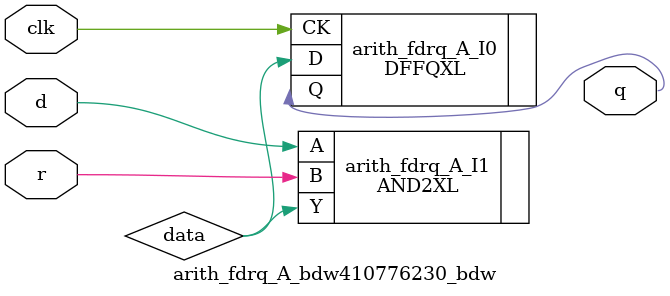
<source format=v>
/*****************************************************************************
    Verilog Hierarchical Gate Level Netlist
    
    Configured at: 11:22:12 CST (+0800), Sunday 24 April 2022
    Configured on: ws45
    Configured by: m110061422 (m110061422)
    
    Created by: CellMath Designer 2019.1.01 
*******************************************************************************/
/*****************************************************************************
    Technology library details
    
    name: slow_vdd1v2
    file name(s):
            /usr/cadtool/cadence/STRATUS/cur/tools.lnx86/cellmath/libs/generic.lbf
            /usr/cadtool/cadence/STRATUS/cur/tools.lnx86/cellmath/libs/gencount.lbf
            /usr/cadtool/cadence/STRATUS/STRATUS_19.12.100/share/stratus/techlibs/GPDK045/gsclib045_svt_v4.4/gsclib045/timing/slow_vdd1v2_basicCells.lib
    No wireload model
    op condition: PVT_1P08V_125C
*****************************************************************************/

module DFT_compute_cynw_cm_float_div_ieee_E8_M23_0 (
	clk,
	a_sign,
	a_exp,
	a_man,
	b_sign,
	b_exp,
	b_man,
	accept,
	x
	); /* architecture "gate_level" */ 
input  clk;
input  a_sign;
input [7:0] a_exp;
input [22:0] a_man;
input  b_sign;
input [7:0] b_exp;
input [22:0] b_man;
input  accept;
output [31:0] x;
wire [31:0] inst_cellmath__8,
	inst_cellmath__9;
wire  inst_cellmath__11;
wire [3:0] inst_cellmath__12,
	inst_cellmath__13;
wire [25:0] inst_cellmath__14,
	inst_cellmath__16,
	inst_cellmath__17;
wire [4:0] inst_cellmath__22,
	inst_cellmath__23;
wire [6:0] inst_lookup0_cellmath__27;
wire [2:0] inst_lookup0_cellmath__29;
wire [25:0] inst_cellmath__30,
	inst_cellmath__31,
	inst_cellmath__34,
	inst_cellmath__35,
	inst_cellmath__38__W0,
	inst_cellmath__38__W1,
	inst_cellmath__39__W0,
	inst_cellmath__39__W1;
wire [28:0] inst_cellmath__40,
	inst_cellmath__41,
	inst_cellmath__42,
	inst_cellmath__43,
	inst_cellmath__44,
	inst_cellmath__45,
	inst_cellmath__46,
	inst_cellmath__47;
wire [6:0] inst_it2_lookup1_cellmath__53;
wire [2:0] inst_it2_lookup1_cellmath__55;
wire [25:0] inst_it2_cellmath__56,
	inst_it2_cellmath__57,
	inst_it2_cellmath__60,
	inst_it2_cellmath__61,
	inst_it2_cellmath__62__W0,
	inst_it2_cellmath__62__W1,
	inst_it2_cellmath__63__W1;
wire [9:0] inst_cellmath__67,
	inst_cellmath__68;
wire  inst_cellmath__69,
	inst_cellmath__70,
	inst_cellmath__71,
	inst_cellmath__72,
	inst_cellmath__73,
	inst_cellmath__74,
	inst_cellmath__75,
	inst_cellmath__76,
	inst_cellmath__77,
	inst_cellmath__78,
	inst_cellmath__79,
	inst_cellmath__80,
	inst_cellmath__83,
	inst_cellmath__84,
	inst_cellmath__85,
	inst_cellmath__86,
	inst_cellmath__87,
	inst_cellmath__88,
	inst_cellmath__89,
	inst_cellmath__91,
	inst_cellmath__96,
	inst_cellmath__100,
	inst_cellmath__101,
	inst_cellmath__102,
	inst_cellmath__103,
	inst_cellmath__104,
	inst_cellmath__105,
	inst_cellmath__106,
	inst_cellmath__109;
wire [7:0] inst_cellmath__110,
	inst_cellmath__111;
wire [21:0] inst_cellmath__112;
wire [31:0] inst_cellmath__113;
wire [25:0] inst_cellmath__120;
wire  inst_cellmath__122;
wire [28:0] inst_cellmath__124;
wire [22:0] inst_cellmath__125;
wire  inst_cellmath__126,
	inst_cellmath__127;
wire [22:0] inst_cellmath__129;
wire  inst_cellmath__135,
	inst_cellmath__136,
	inst_cellmath__137;
wire N1322,N1324,N1325,N1326,N1327,N1386,N1387 
	,N1388,N1417,N1555,N1675,N1677,N1678,N1679,N1680 
	,N1681,N1682,N1750,N1751,N1752,N1753,N1754,N1755 
	,N1756,N1757,N1758,N1759,N1760,N1761,N1762,N1763 
	,N1764,N1765,N1766,N1767,N1768,N1769,N1770,N1771 
	,N1772,N1922,N2045,N2046,N2047,N2048,N2049,N2050 
	,N2051,N2052,N2053,N2054,N2055,N2056,N2057,N2058 
	,N2059,N2060,N2061,N2062,N2063,N2064,N2065,N2066 
	,N2067,N2068,N2150,N2151,N2152,N2153,N2154,N2155 
	,N2156,N2157,N2158,N2159,N2160,N2161,N2162,N2163 
	,N2164,N2165,N2166,N2167,N2168,N2169,N2170,N2171 
	,N2172,N2173,N2201,N2202,N2203,N2204,N2205,N2206 
	,N2207,N2208,N2209,N2210,N2211,N2212,N2213,N2214 
	,N2215,N2216,N2217,N2218,N2219,N2220,N2221,N2222 
	,N2223,N2224,N2254,N2255,N2256,N2257,N2258,N2259 
	,N2260,N2261,N2262,N2263,N2264,N2265,N2266,N2267 
	,N2268,N2269,N2270,N2271,N2272,N2273,N2274,N2275 
	,N2276,N2277,N4587,N4594,N12283,N12286,N12290,N12294 
	,N12297,N12310,N12313,N12314,N12315,N12318,N12322,N12323 
	,N12326,N12362,N12363,N12364,N12365,N12366,N12368,N12369 
	,N12371,N12373,N12375,N12376,N12377,N12378,N12379,N12380 
	,N12381,N12383,N12384,N12385,N12386,N12387,N12389,N12392 
	,N12394,N12395,N12396,N12397,N12399,N12400,N12401,N12403 
	,N12404,N12405,N12407,N12408,N12409,N12410,N12411,N12414 
	,N12417,N12418,N12419,N12421,N12573,N12658,N12720,N12723 
	,N12729,N12732,N12736,N12738,N12740,N12744,N12751,N12754 
	,N12761,N12764,N12771,N12774,N12782,N12785,N12791,N12794 
	,N12797,N12803,N12806,N12811,N12813,N12870,N12983,N13206 
	,N13373,N13376,N13380,N13384,N13387,N13401,N13402,N13403 
	,N13404,N13405,N13408,N13410,N13412,N13414,N13415,N13417 
	,N13419,N13420,N13422,N13423,N13424,N13425,N13426,N13428 
	,N13431,N13433,N13434,N13435,N13436,N13438,N13439,N13440 
	,N13442,N13444,N13447,N13448,N13449,N13450,N13453,N13456 
	,N13457,N13458,N13460,N13614,N13658,N13661,N13665,N13667 
	,N13673,N13677,N13680,N13685,N13689,N13692,N13697,N13704 
	,N13705,N13712,N13716,N13719,N13722,N13725,N13730,N13737 
	,N13738,N13745,N13750,N13753,N13758,N13935,N13952,N14010 
	,N14012,N14016,N14018,N14020,N14025,N14027,N14030,N14033 
	,N14035,N14038,N14043,N14045,N14047,N14053,N14055,N14058 
	,N14061,N14063,N14070,N14072,N14077,N14146,N14149,N14153 
	,N14158,N14160,N14165,N14169,N14173,N14177,N14179,N14181 
	,N14182,N14185,N14213,N14214,N14594,N14648,N14981,N15334 
	,N15398,N15400,N15401,N15403,N15404,N15406,N15409,N15411 
	,N15412,N15413,N15415,N15417,N15418,N15421,N15423,N15424 
	,N15426,N15429,N15430,N15431,N15432,N15434,N15435,N15436 
	,N15440,N15443,N15444,N15486,N15491,N15495,N15497,N15503 
	,N15504,N15506,N15511,N15518,N15523,N15552,N15554,N15560 
	,N15579,N15582,N15583,N15585,N15589,N15605,N15608,N15618 
	,N15631,N15636,N15640,N15656,N15660,N15663,N15666,N15679 
	,N15681,N15699,N15702,N15710,N15711,N15720,N15722,N15724 
	,N15726,N15728,N15730,N15732,N15733,N15736,N15758,N15759 
	,N15762,N15770,N15779,N15780,N15782,N15784,N15786,N15788 
	,N15790,N15792,N15795,N15830,N15834,N15837,N15840,N15848 
	,N15852,N15855,N15858,N15898,N15943,N15964,N16014,N16016 
	,N16019,N16030,N16033,N16051,N16052,N16055,N16059,N16064 
	,N16067,N16070,N16076,N16080,N16083,N16086,N16122,N16178 
	,N18408,N18417,N28016,N28021,N28027;
EDFFHQX1 inst_cellmath__0_0_0__I0 (.Q(x[0]), .D(inst_cellmath__113[0]), .E(N4594), .CK(clk));
EDFFHQX1 inst_cellmath__0_0_1__I1 (.Q(x[1]), .D(inst_cellmath__113[1]), .E(N4594), .CK(clk));
EDFFHQX1 inst_cellmath__0_0_2__I2 (.Q(x[2]), .D(inst_cellmath__113[2]), .E(N4594), .CK(clk));
EDFFHQX1 inst_cellmath__0_0_3__I3 (.Q(x[3]), .D(inst_cellmath__113[3]), .E(N4594), .CK(clk));
EDFFHQX1 inst_cellmath__0_0_4__I4 (.Q(x[4]), .D(inst_cellmath__113[4]), .E(N4594), .CK(clk));
EDFFHQX1 inst_cellmath__0_0_5__I5 (.Q(x[5]), .D(inst_cellmath__113[5]), .E(N4594), .CK(clk));
EDFFHQX1 inst_cellmath__0_0_6__I6 (.Q(x[6]), .D(inst_cellmath__113[6]), .E(N4594), .CK(clk));
EDFFHQX1 inst_cellmath__0_0_7__I7 (.Q(x[7]), .D(inst_cellmath__113[7]), .E(N4594), .CK(clk));
EDFFHQX1 inst_cellmath__0_0_8__I8 (.Q(x[8]), .D(inst_cellmath__113[8]), .E(N4594), .CK(clk));
EDFFHQX1 inst_cellmath__0_0_9__I9 (.Q(x[9]), .D(inst_cellmath__113[9]), .E(N4594), .CK(clk));
EDFFHQX1 inst_cellmath__0_0_10__I10 (.Q(x[10]), .D(inst_cellmath__113[10]), .E(N4594), .CK(clk));
EDFFHQX1 inst_cellmath__0_0_11__I11 (.Q(x[11]), .D(inst_cellmath__113[11]), .E(N4594), .CK(clk));
EDFFHQX1 inst_cellmath__0_0_12__I12 (.Q(x[12]), .D(inst_cellmath__113[12]), .E(N4594), .CK(clk));
EDFFHQX1 inst_cellmath__0_0_13__I13 (.Q(x[13]), .D(inst_cellmath__113[13]), .E(N4594), .CK(clk));
EDFFHQX1 inst_cellmath__0_0_14__I14 (.Q(x[14]), .D(inst_cellmath__113[14]), .E(N4594), .CK(clk));
EDFFHQX1 inst_cellmath__0_0_15__I15 (.Q(x[15]), .D(inst_cellmath__113[15]), .E(N4594), .CK(clk));
EDFFHQX1 inst_cellmath__0_0_16__I16 (.Q(x[16]), .D(inst_cellmath__113[16]), .E(N4594), .CK(clk));
EDFFHQX1 inst_cellmath__0_0_17__I17 (.Q(x[17]), .D(inst_cellmath__113[17]), .E(N4594), .CK(clk));
EDFFHQX1 inst_cellmath__0_0_18__I18 (.Q(x[18]), .D(inst_cellmath__113[18]), .E(N4594), .CK(clk));
EDFFHQX1 inst_cellmath__0_0_19__I19 (.Q(x[19]), .D(inst_cellmath__113[19]), .E(N4594), .CK(clk));
EDFFHQX1 inst_cellmath__0_0_20__I20 (.Q(x[20]), .D(inst_cellmath__113[20]), .E(N4594), .CK(clk));
EDFFHQX1 inst_cellmath__0_0_21__I21 (.Q(x[21]), .D(inst_cellmath__113[21]), .E(N4594), .CK(clk));
EDFFHQX1 inst_cellmath__0_0_22__I22 (.Q(x[22]), .D(inst_cellmath__113[22]), .E(N4594), .CK(clk));
EDFFHQX1 inst_cellmath__0_0_23__I23 (.Q(x[23]), .D(inst_cellmath__113[23]), .E(N4594), .CK(clk));
EDFFHQX1 inst_cellmath__0_0_24__I24 (.Q(x[24]), .D(inst_cellmath__113[24]), .E(N4594), .CK(clk));
EDFFHQX1 inst_cellmath__0_0_25__I25 (.Q(x[25]), .D(inst_cellmath__113[25]), .E(N4594), .CK(clk));
EDFFHQX1 inst_cellmath__0_0_26__I26 (.Q(x[26]), .D(inst_cellmath__113[26]), .E(N4594), .CK(clk));
EDFFHQX1 inst_cellmath__0_0_27__I27 (.Q(x[27]), .D(inst_cellmath__113[27]), .E(N4594), .CK(clk));
EDFFHQX1 inst_cellmath__0_0_28__I28 (.Q(x[28]), .D(inst_cellmath__113[28]), .E(N4594), .CK(clk));
EDFFHQX1 inst_cellmath__0_0_29__I29 (.Q(x[29]), .D(inst_cellmath__113[29]), .E(N4594), .CK(clk));
EDFFHQX1 inst_cellmath__0_0_30__I30 (.Q(x[30]), .D(inst_cellmath__113[30]), .E(N4594), .CK(clk));
EDFFHQX1 inst_cellmath__0_0_31__I31 (.Q(x[31]), .D(inst_cellmath__113[31]), .E(N4594), .CK(clk));
EDFFHQX1 inst_cellmath__9_0_0__I32 (.Q(inst_cellmath__9[0]), .D(b_man[0]), .E(accept), .CK(clk));
EDFFHQX1 inst_cellmath__9_0_1__I33 (.Q(inst_cellmath__9[1]), .D(b_man[1]), .E(accept), .CK(clk));
EDFFHQX1 inst_cellmath__9_0_2__I34 (.Q(inst_cellmath__9[2]), .D(b_man[2]), .E(accept), .CK(clk));
EDFFHQX1 inst_cellmath__9_0_3__I35 (.Q(inst_cellmath__9[3]), .D(b_man[3]), .E(accept), .CK(clk));
EDFFHQX1 inst_cellmath__9_0_4__I36 (.Q(inst_cellmath__9[4]), .D(b_man[4]), .E(accept), .CK(clk));
EDFFHQX1 inst_cellmath__9_0_5__I37 (.Q(inst_cellmath__9[5]), .D(b_man[5]), .E(accept), .CK(clk));
EDFFHQX1 inst_cellmath__9_0_6__I38 (.Q(inst_cellmath__9[6]), .D(b_man[6]), .E(accept), .CK(clk));
EDFFHQX1 inst_cellmath__9_0_7__I39 (.Q(inst_cellmath__9[7]), .D(b_man[7]), .E(accept), .CK(clk));
EDFFHQX1 inst_cellmath__9_0_8__I40 (.Q(inst_cellmath__9[8]), .D(b_man[8]), .E(accept), .CK(clk));
EDFFHQX1 inst_cellmath__9_0_9__I41 (.Q(inst_cellmath__9[9]), .D(b_man[9]), .E(accept), .CK(clk));
EDFFHQX1 inst_cellmath__9_0_10__I42 (.Q(inst_cellmath__9[10]), .D(b_man[10]), .E(accept), .CK(clk));
EDFFHQX1 inst_cellmath__9_0_11__I43 (.Q(inst_cellmath__9[11]), .D(b_man[11]), .E(accept), .CK(clk));
EDFFHQX1 inst_cellmath__9_0_12__I44 (.Q(inst_cellmath__9[12]), .D(b_man[12]), .E(accept), .CK(clk));
EDFFHQX1 inst_cellmath__9_0_13__I45 (.Q(inst_cellmath__9[13]), .D(b_man[13]), .E(accept), .CK(clk));
EDFFHQX1 inst_cellmath__9_0_14__I46 (.Q(inst_cellmath__9[14]), .D(b_man[14]), .E(accept), .CK(clk));
EDFFHQX1 inst_cellmath__9_0_15__I47 (.Q(inst_cellmath__9[15]), .D(b_man[15]), .E(accept), .CK(clk));
EDFFHQX1 inst_cellmath__9_0_16__I48 (.Q(inst_cellmath__9[16]), .D(b_man[16]), .E(accept), .CK(clk));
EDFFHQX1 inst_cellmath__9_0_17__I49 (.Q(inst_cellmath__9[17]), .D(b_man[17]), .E(accept), .CK(clk));
EDFFHQX1 inst_cellmath__9_0_18__I50 (.Q(inst_cellmath__9[18]), .D(b_man[18]), .E(accept), .CK(clk));
EDFFHQX1 inst_cellmath__9_0_19__I51 (.Q(inst_cellmath__9[19]), .D(b_man[19]), .E(accept), .CK(clk));
EDFFHQX1 inst_cellmath__9_0_20__I52 (.Q(inst_cellmath__9[20]), .D(b_man[20]), .E(accept), .CK(clk));
EDFFHQX1 inst_cellmath__9_0_21__I53 (.Q(inst_it2_lookup1_cellmath__53[0]), .D(b_man[21]), .E(accept), .CK(clk));
EDFFHQX1 inst_cellmath__9_0_22__I54 (.Q(inst_it2_lookup1_cellmath__53[1]), .D(b_man[22]), .E(accept), .CK(clk));
EDFFHQX1 inst_cellmath__9_0_23__I55 (.Q(inst_cellmath__9[23]), .D(b_exp[0]), .E(accept), .CK(clk));
EDFFHQX1 inst_cellmath__9_0_24__I56 (.Q(inst_cellmath__9[24]), .D(b_exp[1]), .E(accept), .CK(clk));
EDFFHQX1 inst_cellmath__9_0_25__I57 (.Q(inst_cellmath__9[25]), .D(b_exp[2]), .E(accept), .CK(clk));
EDFFHQX1 inst_cellmath__9_0_26__I58 (.Q(inst_cellmath__9[26]), .D(b_exp[3]), .E(accept), .CK(clk));
EDFFHQX1 inst_cellmath__9_0_27__I59 (.Q(inst_cellmath__9[27]), .D(b_exp[4]), .E(accept), .CK(clk));
EDFFHQX1 inst_cellmath__9_0_28__I60 (.Q(inst_cellmath__9[28]), .D(b_exp[5]), .E(accept), .CK(clk));
EDFFHQX1 inst_cellmath__9_0_29__I61 (.Q(inst_cellmath__9[29]), .D(b_exp[6]), .E(accept), .CK(clk));
EDFFHQX1 inst_cellmath__9_0_30__I62 (.Q(inst_cellmath__9[30]), .D(b_exp[7]), .E(accept), .CK(clk));
EDFFHQX1 inst_cellmath__9_0_31__I63 (.Q(inst_cellmath__9[31]), .D(b_sign), .E(accept), .CK(clk));
DFFQXL inst_cellmath__11_0_I64 (.Q(inst_cellmath__11), .D(accept), .CK(clk));
DFFQXL inst_cellmath__16_0_1__I65 (.Q(inst_cellmath__16[1]), .D(inst_cellmath__14[1]), .CK(clk));
DFFQXL inst_cellmath__16_0_2__I66 (.Q(inst_cellmath__16[2]), .D(inst_cellmath__14[2]), .CK(clk));
DFFQXL inst_cellmath__16_0_3__I67 (.Q(inst_cellmath__16[3]), .D(inst_cellmath__14[3]), .CK(clk));
DFFQXL inst_cellmath__16_0_4__I68 (.Q(inst_cellmath__16[4]), .D(inst_cellmath__14[4]), .CK(clk));
DFFQXL inst_cellmath__16_0_5__I69 (.Q(inst_cellmath__16[5]), .D(inst_cellmath__14[5]), .CK(clk));
DFFQXL inst_cellmath__16_0_6__I70 (.Q(inst_cellmath__16[6]), .D(inst_cellmath__14[6]), .CK(clk));
DFFQXL inst_cellmath__16_0_7__I71 (.Q(inst_cellmath__16[7]), .D(inst_cellmath__14[7]), .CK(clk));
DFFQXL inst_cellmath__16_0_8__I72 (.Q(inst_cellmath__16[8]), .D(inst_cellmath__14[8]), .CK(clk));
DFFQXL inst_cellmath__16_0_9__I73 (.Q(inst_cellmath__16[9]), .D(inst_cellmath__14[9]), .CK(clk));
DFFQXL inst_cellmath__16_0_10__I74 (.Q(inst_cellmath__16[10]), .D(inst_cellmath__14[10]), .CK(clk));
DFFQXL inst_cellmath__16_0_11__I75 (.Q(inst_cellmath__16[11]), .D(inst_cellmath__14[11]), .CK(clk));
DFFQXL inst_cellmath__16_0_12__I76 (.Q(inst_cellmath__16[12]), .D(inst_cellmath__14[12]), .CK(clk));
DFFQXL inst_cellmath__16_0_13__I77 (.Q(inst_cellmath__16[13]), .D(inst_cellmath__14[13]), .CK(clk));
DFFQXL inst_cellmath__16_0_14__I78 (.Q(inst_cellmath__16[14]), .D(inst_cellmath__14[14]), .CK(clk));
DFFQXL inst_cellmath__16_0_15__I79 (.Q(inst_cellmath__16[15]), .D(inst_cellmath__14[15]), .CK(clk));
DFFQXL inst_cellmath__16_0_16__I80 (.Q(inst_cellmath__16[16]), .D(inst_cellmath__14[16]), .CK(clk));
DFFQXL inst_cellmath__16_0_17__I81 (.Q(inst_cellmath__16[17]), .D(inst_cellmath__14[17]), .CK(clk));
DFFQXL inst_cellmath__16_0_18__I82 (.Q(inst_cellmath__16[18]), .D(inst_cellmath__14[18]), .CK(clk));
DFFQXL inst_cellmath__16_0_19__I83 (.Q(inst_cellmath__16[19]), .D(inst_cellmath__14[19]), .CK(clk));
DFFQXL inst_cellmath__16_0_20__I84 (.Q(inst_cellmath__16[20]), .D(inst_cellmath__14[20]), .CK(clk));
DFFQXL inst_cellmath__16_0_21__I85 (.Q(inst_cellmath__16[21]), .D(inst_cellmath__14[21]), .CK(clk));
DFFQXL inst_cellmath__16_0_22__I86 (.Q(inst_cellmath__16[22]), .D(inst_cellmath__14[22]), .CK(clk));
DFFQXL inst_cellmath__16_0_23__I87 (.Q(inst_cellmath__16[23]), .D(inst_cellmath__14[23]), .CK(clk));
DFFQXL inst_cellmath__16_0_24__I88 (.Q(inst_cellmath__16[24]), .D(inst_cellmath__14[24]), .CK(clk));
DFFQXL inst_cellmath__16_0_25__I89 (.Q(inst_cellmath__16[25]), .D(inst_cellmath__14[25]), .CK(clk));
DFFQXL inst_cellmath__17_0_1__I91 (.Q(inst_cellmath__17[1]), .D(inst_it2_cellmath__63__W1[1]), .CK(clk));
DFFQXL inst_cellmath__17_0_2__I92 (.Q(inst_cellmath__17[2]), .D(inst_it2_cellmath__63__W1[2]), .CK(clk));
DFFQXL inst_cellmath__17_0_3__I93 (.Q(inst_cellmath__17[3]), .D(inst_it2_cellmath__63__W1[3]), .CK(clk));
DFFQXL inst_cellmath__17_0_4__I94 (.Q(inst_cellmath__17[4]), .D(inst_it2_cellmath__63__W1[4]), .CK(clk));
DFFQXL inst_cellmath__17_0_5__I95 (.Q(inst_cellmath__17[5]), .D(inst_it2_cellmath__63__W1[5]), .CK(clk));
DFFQXL inst_cellmath__17_0_6__I96 (.Q(inst_cellmath__17[6]), .D(inst_it2_cellmath__63__W1[6]), .CK(clk));
DFFQXL inst_cellmath__17_0_7__I97 (.Q(inst_cellmath__17[7]), .D(inst_it2_cellmath__63__W1[7]), .CK(clk));
DFFQXL inst_cellmath__17_0_8__I98 (.Q(inst_cellmath__17[8]), .D(inst_it2_cellmath__63__W1[8]), .CK(clk));
DFFQXL inst_cellmath__17_0_9__I99 (.Q(inst_cellmath__17[9]), .D(inst_it2_cellmath__63__W1[9]), .CK(clk));
DFFQXL inst_cellmath__17_0_10__I100 (.Q(inst_cellmath__17[10]), .D(inst_it2_cellmath__63__W1[10]), .CK(clk));
DFFQXL inst_cellmath__17_0_11__I101 (.Q(inst_cellmath__17[11]), .D(inst_it2_cellmath__63__W1[11]), .CK(clk));
DFFQXL inst_cellmath__17_0_12__I102 (.Q(inst_cellmath__17[12]), .D(inst_it2_cellmath__63__W1[12]), .CK(clk));
DFFQXL inst_cellmath__17_0_13__I103 (.Q(inst_cellmath__17[13]), .D(inst_it2_cellmath__63__W1[13]), .CK(clk));
DFFQXL inst_cellmath__17_0_14__I104 (.Q(inst_cellmath__17[14]), .D(inst_it2_cellmath__63__W1[14]), .CK(clk));
DFFQXL inst_cellmath__17_0_15__I105 (.Q(inst_cellmath__17[15]), .D(inst_it2_cellmath__63__W1[15]), .CK(clk));
DFFQXL inst_cellmath__17_0_16__I106 (.Q(inst_cellmath__17[16]), .D(inst_it2_cellmath__63__W1[16]), .CK(clk));
DFFQXL inst_cellmath__17_0_17__I107 (.Q(inst_cellmath__17[17]), .D(inst_it2_cellmath__63__W1[17]), .CK(clk));
DFFQXL inst_cellmath__17_0_18__I108 (.Q(inst_cellmath__17[18]), .D(inst_it2_cellmath__63__W1[18]), .CK(clk));
DFFQXL inst_cellmath__17_0_19__I109 (.Q(inst_cellmath__17[19]), .D(inst_it2_cellmath__63__W1[19]), .CK(clk));
DFFQXL inst_cellmath__17_0_20__I110 (.Q(inst_cellmath__17[20]), .D(inst_it2_cellmath__63__W1[20]), .CK(clk));
DFFQXL inst_cellmath__17_0_21__I111 (.Q(inst_cellmath__17[21]), .D(inst_it2_cellmath__63__W1[21]), .CK(clk));
DFFQXL inst_cellmath__17_0_22__I112 (.Q(inst_cellmath__17[22]), .D(inst_it2_cellmath__63__W1[22]), .CK(clk));
DFFQXL inst_cellmath__17_0_23__I113 (.Q(inst_cellmath__17[23]), .D(inst_it2_cellmath__63__W1[23]), .CK(clk));
DFFQXL inst_cellmath__17_0_24__I114 (.Q(inst_cellmath__17[24]), .D(inst_it2_cellmath__63__W1[24]), .CK(clk));
DFFQXL inst_cellmath__17_0_25__I115 (.Q(inst_cellmath__17[25]), .D(inst_it2_cellmath__63__W1[25]), .CK(clk));
ADDHX1 inst_cellmath__23_0_I1788 (.CO(N12290), .S(inst_cellmath__23[0]), .A(inst_cellmath__17[21]), .B(inst_cellmath__16[21]));
ADDFX1 inst_cellmath__23_0_I1789 (.CO(N12286), .S(inst_cellmath__23[1]), .A(inst_cellmath__16[22]), .B(inst_cellmath__17[22]), .CI(N12290));
ADDFX1 inst_cellmath__23_0_I1790 (.CO(N12297), .S(inst_cellmath__23[2]), .A(inst_cellmath__16[23]), .B(inst_cellmath__17[23]), .CI(N12286));
ADDFX1 inst_cellmath__23_0_I1791 (.CO(N12283), .S(inst_cellmath__23[3]), .A(inst_cellmath__16[24]), .B(inst_cellmath__17[24]), .CI(N12297));
ADDFX1 inst_cellmath__23_0_I1792 (.CO(N12294), .S(inst_cellmath__23[4]), .A(inst_cellmath__16[25]), .B(inst_cellmath__17[25]), .CI(N12283));
EDFFHQX1 inst_cellmath__8_0_0__I117 (.Q(inst_cellmath__8[0]), .D(a_man[0]), .E(accept), .CK(clk));
EDFFHQX1 inst_cellmath__8_0_1__I118 (.Q(inst_cellmath__8[1]), .D(a_man[1]), .E(accept), .CK(clk));
EDFFHQX1 inst_cellmath__8_0_2__I119 (.Q(inst_cellmath__8[2]), .D(a_man[2]), .E(accept), .CK(clk));
EDFFHQX1 inst_cellmath__8_0_3__I120 (.Q(inst_cellmath__8[3]), .D(a_man[3]), .E(accept), .CK(clk));
EDFFHQX1 inst_cellmath__8_0_4__I121 (.Q(inst_cellmath__8[4]), .D(a_man[4]), .E(accept), .CK(clk));
EDFFHQX1 inst_cellmath__8_0_5__I122 (.Q(inst_cellmath__8[5]), .D(a_man[5]), .E(accept), .CK(clk));
EDFFHQX1 inst_cellmath__8_0_6__I123 (.Q(inst_cellmath__8[6]), .D(a_man[6]), .E(accept), .CK(clk));
EDFFHQX1 inst_cellmath__8_0_7__I124 (.Q(inst_cellmath__8[7]), .D(a_man[7]), .E(accept), .CK(clk));
EDFFHQX1 inst_cellmath__8_0_8__I125 (.Q(inst_cellmath__8[8]), .D(a_man[8]), .E(accept), .CK(clk));
EDFFHQX1 inst_cellmath__8_0_9__I126 (.Q(inst_cellmath__8[9]), .D(a_man[9]), .E(accept), .CK(clk));
EDFFHQX1 inst_cellmath__8_0_10__I127 (.Q(inst_cellmath__8[10]), .D(a_man[10]), .E(accept), .CK(clk));
EDFFHQX1 inst_cellmath__8_0_11__I128 (.Q(inst_cellmath__8[11]), .D(a_man[11]), .E(accept), .CK(clk));
EDFFHQX1 inst_cellmath__8_0_12__I129 (.Q(inst_cellmath__8[12]), .D(a_man[12]), .E(accept), .CK(clk));
EDFFHQX1 inst_cellmath__8_0_13__I130 (.Q(inst_cellmath__8[13]), .D(a_man[13]), .E(accept), .CK(clk));
EDFFHQX1 inst_cellmath__8_0_14__I131 (.Q(inst_cellmath__8[14]), .D(a_man[14]), .E(accept), .CK(clk));
EDFFHQX1 inst_cellmath__8_0_15__I132 (.Q(inst_cellmath__8[15]), .D(a_man[15]), .E(accept), .CK(clk));
EDFFHQX1 inst_cellmath__8_0_16__I133 (.Q(inst_cellmath__8[16]), .D(a_man[16]), .E(accept), .CK(clk));
EDFFHQX1 inst_cellmath__8_0_17__I134 (.Q(inst_cellmath__8[17]), .D(a_man[17]), .E(accept), .CK(clk));
EDFFHQX1 inst_cellmath__8_0_18__I135 (.Q(inst_cellmath__8[18]), .D(a_man[18]), .E(accept), .CK(clk));
EDFFHQX1 inst_cellmath__8_0_19__I136 (.Q(inst_cellmath__8[19]), .D(a_man[19]), .E(accept), .CK(clk));
EDFFHQX1 inst_cellmath__8_0_20__I137 (.Q(inst_cellmath__8[20]), .D(a_man[20]), .E(accept), .CK(clk));
EDFFHQX1 inst_cellmath__8_0_21__I138 (.Q(inst_cellmath__8[21]), .D(a_man[21]), .E(accept), .CK(clk));
EDFFHQX1 inst_cellmath__8_0_22__I139 (.Q(inst_cellmath__8[22]), .D(a_man[22]), .E(accept), .CK(clk));
EDFFHQX1 inst_cellmath__8_0_23__I140 (.Q(inst_cellmath__8[23]), .D(a_exp[0]), .E(accept), .CK(clk));
EDFFHQX1 inst_cellmath__8_0_24__I141 (.Q(inst_cellmath__8[24]), .D(a_exp[1]), .E(accept), .CK(clk));
EDFFHQX1 inst_cellmath__8_0_25__I142 (.Q(inst_cellmath__8[25]), .D(a_exp[2]), .E(accept), .CK(clk));
EDFFHQX1 inst_cellmath__8_0_26__I143 (.Q(inst_cellmath__8[26]), .D(a_exp[3]), .E(accept), .CK(clk));
EDFFHQX1 inst_cellmath__8_0_27__I144 (.Q(inst_cellmath__8[27]), .D(a_exp[4]), .E(accept), .CK(clk));
EDFFHQX1 inst_cellmath__8_0_28__I145 (.Q(inst_cellmath__8[28]), .D(a_exp[5]), .E(accept), .CK(clk));
EDFFHQX1 inst_cellmath__8_0_29__I146 (.Q(inst_cellmath__8[29]), .D(a_exp[6]), .E(accept), .CK(clk));
EDFFHQX1 inst_cellmath__8_0_30__I147 (.Q(inst_cellmath__8[30]), .D(a_exp[7]), .E(accept), .CK(clk));
EDFFHQX1 inst_cellmath__8_0_31__I148 (.Q(inst_cellmath__8[31]), .D(a_sign), .E(accept), .CK(clk));
INVXL cynw_cm_float_div_ieee_I149 (.Y(N1386), .A(inst_cellmath__9[20]));
INVXL cynw_cm_float_div_ieee_I150 (.Y(N1387), .A(inst_it2_lookup1_cellmath__53[0]));
INVXL cynw_cm_float_div_ieee_I151 (.Y(N1388), .A(inst_it2_lookup1_cellmath__53[1]));
NAND2XL inst_cellmath__22_0_I1793 (.Y(N12322), .A(inst_cellmath__8[20]), .B(N1386));
NOR2XL inst_cellmath__22_0_I1794 (.Y(N12326), .A(inst_cellmath__8[21]), .B(N1387));
NAND2XL inst_cellmath__22_0_I1795 (.Y(N12313), .A(inst_cellmath__8[21]), .B(N1387));
NOR2XL inst_cellmath__22_0_I1796 (.Y(N12315), .A(inst_cellmath__8[22]), .B(N1388));
NAND2XL inst_cellmath__22_0_I1797 (.Y(N12318), .A(inst_cellmath__8[22]), .B(N1388));
AO21XL inst_cellmath__22_0_I1798 (.Y(N12314), .A0(N12313), .A1(N12322), .B0(N12326));
AO21XL inst_cellmath__22_0_I1799 (.Y(inst_cellmath__22[4]), .A0(N12318), .A1(N12314), .B0(N12315));
NAND2BXL inst_cellmath__22_0_I1800 (.Y(N12310), .AN(N12326), .B(N12313));
NAND2BXL inst_cellmath__22_0_I1801 (.Y(N12323), .AN(N12315), .B(N12318));
XOR2XL inst_cellmath__22_0_I1802 (.Y(inst_cellmath__22[0]), .A(inst_cellmath__8[20]), .B(N1386));
XOR2XL inst_cellmath__22_0_I1803 (.Y(inst_cellmath__22[1]), .A(N12322), .B(N12310));
XOR2XL inst_cellmath__22_0_I1804 (.Y(inst_cellmath__22[2]), .A(N12314), .B(N12323));
MX2XL inst_cellmath__24_0_I1805 (.Y(inst_lookup0_cellmath__27[2]), .A(inst_cellmath__23[0]), .B(inst_cellmath__22[0]), .S0(inst_cellmath__11));
MX2XL inst_cellmath__24_0_I1806 (.Y(inst_lookup0_cellmath__27[3]), .A(inst_cellmath__23[1]), .B(inst_cellmath__22[1]), .S0(inst_cellmath__11));
MX2XL inst_cellmath__24_0_I1807 (.Y(inst_lookup0_cellmath__27[4]), .A(inst_cellmath__23[2]), .B(inst_cellmath__22[2]), .S0(inst_cellmath__11));
MX2XL inst_cellmath__24_0_I1808 (.Y(inst_lookup0_cellmath__27[5]), .A(inst_cellmath__23[3]), .B(inst_cellmath__22[4]), .S0(inst_cellmath__11));
MX2XL inst_cellmath__24_0_I1809 (.Y(inst_lookup0_cellmath__27[6]), .A(inst_cellmath__23[4]), .B(inst_cellmath__22[4]), .S0(inst_cellmath__11));
INVXL inst_lookup0_cellmath__29_0_I1812 (.Y(N12397), .A(inst_lookup0_cellmath__27[2]));
INVXL inst_lookup0_cellmath__29_0_I1813 (.Y(N12386), .A(inst_lookup0_cellmath__27[3]));
NOR2XL inst_lookup0_cellmath__29_0_I1814 (.Y(N12381), .A(N12386), .B(N12397));
NOR2XL inst_lookup0_cellmath__29_0_I1815 (.Y(N12418), .A(N12397), .B(N1388));
NAND2XL inst_lookup0_cellmath__29_0_I1816 (.Y(N12379), .A(N1387), .B(N1388));
AOI22XL inst_lookup0_cellmath__29_0_I1817 (.Y(N12366), .A0(N12397), .A1(inst_it2_lookup1_cellmath__53[1]), .B0(N12379), .B1(inst_lookup0_cellmath__27[2]));
AOI22XL inst_lookup0_cellmath__29_0_I1818 (.Y(N12421), .A0(N12386), .A1(N12366), .B0(N12418), .B1(inst_lookup0_cellmath__27[3]));
NAND2XL inst_lookup0_cellmath__29_0_I1819 (.Y(N12365), .A(inst_it2_lookup1_cellmath__53[1]), .B(inst_lookup0_cellmath__27[2]));
NOR2XL inst_lookup0_cellmath__29_0_I1820 (.Y(N12373), .A(N12386), .B(N12365));
INVXL inst_lookup0_cellmath__29_0_I1821 (.Y(N12363), .A(inst_lookup0_cellmath__27[4]));
AOI22XL inst_lookup0_cellmath__29_0_I1822 (.Y(N12394), .A0(N12363), .A1(N12421), .B0(N12381), .B1(inst_lookup0_cellmath__27[4]));
NAND2XL inst_lookup0_cellmath__29_0_I1823 (.Y(N12385), .A(N12381), .B(inst_lookup0_cellmath__27[4]));
NOR2XL inst_lookup0_cellmath__29_0_I1824 (.Y(N12404), .A(N1387), .B(N1388));
NOR2XL inst_lookup0_cellmath__29_0_I1825 (.Y(N12407), .A(inst_it2_lookup1_cellmath__53[0]), .B(inst_it2_lookup1_cellmath__53[1]));
NAND2XL inst_lookup0_cellmath__29_0_I1826 (.Y(N12401), .A(N12397), .B(N12407));
NOR2XL inst_lookup0_cellmath__29_0_I1827 (.Y(N12411), .A(inst_lookup0_cellmath__27[3]), .B(N12401));
AOI22XL inst_lookup0_cellmath__29_0_I1828 (.Y(N12408), .A0(N12397), .A1(N1388), .B0(N12407), .B1(inst_lookup0_cellmath__27[2]));
NAND2XL inst_lookup0_cellmath__29_0_I1829 (.Y(N12368), .A(inst_it2_lookup1_cellmath__53[1]), .B(inst_it2_lookup1_cellmath__53[0]));
AOI22XL inst_lookup0_cellmath__29_0_I1830 (.Y(N12376), .A0(N12397), .A1(N12368), .B0(N1388), .B1(inst_lookup0_cellmath__27[2]));
AOI22XL inst_lookup0_cellmath__29_0_I1831 (.Y(N12396), .A0(N12386), .A1(N12376), .B0(N12408), .B1(inst_lookup0_cellmath__27[3]));
NAND4BXL inst_lookup0_cellmath__29_0_I1832 (.Y(N12419), .AN(N12386), .B(inst_lookup0_cellmath__27[2]), .C(inst_lookup0_cellmath__27[4]), .D(N12404));
AOI22XL inst_lookup0_cellmath__29_0_I1833 (.Y(N12403), .A0(N12363), .A1(N12396), .B0(N12411), .B1(inst_lookup0_cellmath__27[4]));
INVXL inst_lookup0_cellmath__29_0_I1834 (.Y(N12409), .A(inst_lookup0_cellmath__27[5]));
AOI22XL inst_lookup0_cellmath__29_0_I1835 (.Y(N12362), .A0(N12409), .A1(N12419), .B0(N12394), .B1(inst_lookup0_cellmath__27[5]));
NOR2XL inst_lookup0_cellmath__29_0_I1836 (.Y(N12369), .A(inst_lookup0_cellmath__27[4]), .B(N12373));
NOR2XL inst_lookup0_cellmath__29_0_I1837 (.Y(N12380), .A(N12369), .B(N12409));
AOI22XL inst_lookup0_cellmath__29_0_I1838 (.Y(N12417), .A0(N12409), .A1(N12403), .B0(N12385), .B1(inst_lookup0_cellmath__27[5]));
NAND4BXL inst_lookup0_cellmath__29_0_I1839 (.Y(N12364), .AN(inst_lookup0_cellmath__27[3]), .B(N12404), .C(N12363), .D(N12397));
AOI22XL inst_lookup0_cellmath__29_0_I1840 (.Y(N12377), .A0(N1387), .A1(N1388), .B0(inst_it2_lookup1_cellmath__53[1]), .B1(inst_it2_lookup1_cellmath__53[0]));
AOI22XL inst_lookup0_cellmath__29_0_I1841 (.Y(N12395), .A0(N12397), .A1(N1388), .B0(N12377), .B1(inst_lookup0_cellmath__27[2]));
AOI22XL inst_lookup0_cellmath__29_0_I1842 (.Y(N12410), .A0(N12397), .A1(inst_it2_lookup1_cellmath__53[1]), .B0(N12404), .B1(inst_lookup0_cellmath__27[2]));
AOI22XL inst_lookup0_cellmath__29_0_I1843 (.Y(N12400), .A0(N12386), .A1(N12395), .B0(N1388), .B1(inst_lookup0_cellmath__27[3]));
NOR2XL inst_lookup0_cellmath__29_0_I1844 (.Y(N12414), .A(inst_lookup0_cellmath__27[3]), .B(N12410));
NAND2XL inst_lookup0_cellmath__29_0_I1845 (.Y(N12375), .A(N12407), .B(inst_lookup0_cellmath__27[2]));
NOR2XL inst_lookup0_cellmath__29_0_I1846 (.Y(N12405), .A(N12397), .B(N12379));
NOR2XL inst_lookup0_cellmath__29_0_I1847 (.Y(N12387), .A(N12397), .B(inst_it2_lookup1_cellmath__53[1]));
AOI22XL inst_lookup0_cellmath__29_0_I1848 (.Y(N12371), .A0(N12386), .A1(N12387), .B0(N12375), .B1(inst_lookup0_cellmath__27[3]));
NAND2XL inst_lookup0_cellmath__29_0_I1849 (.Y(N12384), .A(N12405), .B(inst_lookup0_cellmath__27[3]));
AOI22XL inst_lookup0_cellmath__29_0_I1850 (.Y(N12378), .A0(N12363), .A1(N12371), .B0(N12400), .B1(inst_lookup0_cellmath__27[4]));
AOI22XL inst_lookup0_cellmath__29_0_I1851 (.Y(N12392), .A0(N12363), .A1(N12384), .B0(N12414), .B1(inst_lookup0_cellmath__27[4]));
AOI22XL inst_lookup0_cellmath__29_0_I1852 (.Y(N12383), .A0(N12409), .A1(N12378), .B0(N12364), .B1(inst_lookup0_cellmath__27[5]));
NOR2XL inst_lookup0_cellmath__29_0_I1853 (.Y(N12399), .A(inst_lookup0_cellmath__27[5]), .B(N12392));
INVXL inst_lookup0_cellmath__29_0_I1854 (.Y(N12389), .A(inst_lookup0_cellmath__27[6]));
AOI22XL inst_lookup0_cellmath__29_0_I1855 (.Y(inst_cellmath__42[0]), .A0(inst_lookup0_cellmath__27[6]), .A1(N12362), .B0(N12389), .B1(N12383));
AOI22XL inst_lookup0_cellmath__29_0_I1856 (.Y(inst_lookup0_cellmath__29[1]), .A0(N12389), .A1(N12399), .B0(N12380), .B1(inst_lookup0_cellmath__27[6]));
NOR2XL inst_lookup0_cellmath__29_0_I1857 (.Y(inst_lookup0_cellmath__29[2]), .A(N12389), .B(N12417));
INVXL inst_cellmath__30__31__I1858 (.Y(inst_cellmath__43[0]), .A(inst_cellmath__42[0]));
INVXL inst_cellmath__30__31__I1859 (.Y(N2068), .A(inst_cellmath__43[0]));
AND2XL inst_cellmath__30__31__I1860 (.Y(N2045), .A(N2068), .B(inst_cellmath__9[0]));
AND2XL inst_cellmath__30__31__I1861 (.Y(N2046), .A(N2068), .B(inst_cellmath__9[1]));
AND2XL inst_cellmath__30__31__I1862 (.Y(N2047), .A(N2068), .B(inst_cellmath__9[2]));
AND2XL inst_cellmath__30__31__I1863 (.Y(N2048), .A(N2068), .B(inst_cellmath__9[3]));
AND2XL inst_cellmath__30__31__I1864 (.Y(N2049), .A(N2068), .B(inst_cellmath__9[4]));
AND2XL inst_cellmath__30__31__I1865 (.Y(N2050), .A(N2068), .B(inst_cellmath__9[5]));
AND2XL inst_cellmath__30__31__I1866 (.Y(N2051), .A(N2068), .B(inst_cellmath__9[6]));
AND2XL inst_cellmath__30__31__I1867 (.Y(N2052), .A(N2068), .B(inst_cellmath__9[7]));
AND2XL inst_cellmath__30__31__I1868 (.Y(N2053), .A(N2068), .B(inst_cellmath__9[8]));
AND2XL inst_cellmath__30__31__I1869 (.Y(N2054), .A(N2068), .B(inst_cellmath__9[9]));
AND2XL inst_cellmath__30__31__I1870 (.Y(N2055), .A(N2068), .B(inst_cellmath__9[10]));
AND2XL inst_cellmath__30__31__I1871 (.Y(N2056), .A(N2068), .B(inst_cellmath__9[11]));
AND2XL inst_cellmath__30__31__I1872 (.Y(N2057), .A(N2068), .B(inst_cellmath__9[12]));
AND2XL inst_cellmath__30__31__I1873 (.Y(N2058), .A(N2068), .B(inst_cellmath__9[13]));
AND2XL inst_cellmath__30__31__I1874 (.Y(N2059), .A(N2068), .B(inst_cellmath__9[14]));
AND2XL inst_cellmath__30__31__I1875 (.Y(N2060), .A(N2068), .B(inst_cellmath__9[15]));
AND2XL inst_cellmath__30__31__I1876 (.Y(N2061), .A(N2068), .B(inst_cellmath__9[16]));
AND2XL inst_cellmath__30__31__I1877 (.Y(N2062), .A(N2068), .B(inst_cellmath__9[17]));
AND2XL inst_cellmath__30__31__I1878 (.Y(N2063), .A(N2068), .B(inst_cellmath__9[18]));
AND2XL inst_cellmath__30__31__I1879 (.Y(N2064), .A(N2068), .B(inst_cellmath__9[19]));
AND2XL inst_cellmath__30__31__I1880 (.Y(N2065), .A(N2068), .B(inst_cellmath__9[20]));
AND2XL inst_cellmath__30__31__I1881 (.Y(N2066), .A(N2068), .B(inst_it2_lookup1_cellmath__53[0]));
AND2XL inst_cellmath__30__31__I1882 (.Y(N2067), .A(N2068), .B(inst_it2_lookup1_cellmath__53[1]));
INVXL inst_cellmath__31__35__I1883 (.Y(N12573), .A(inst_lookup0_cellmath__29[1]));
INVXL inst_cellmath__31__35__I1884 (.Y(N2173), .A(N12573));
NAND2XL inst_cellmath__31__35__I1885 (.Y(N2150), .A(N2173), .B(inst_cellmath__9[0]));
NAND2XL inst_cellmath__31__35__I1886 (.Y(N2151), .A(N2173), .B(inst_cellmath__9[1]));
NAND2XL inst_cellmath__31__35__I1887 (.Y(N2152), .A(N2173), .B(inst_cellmath__9[2]));
NAND2XL inst_cellmath__31__35__I1888 (.Y(N2153), .A(N2173), .B(inst_cellmath__9[3]));
NAND2XL inst_cellmath__31__35__I1889 (.Y(N2154), .A(N2173), .B(inst_cellmath__9[4]));
NAND2XL inst_cellmath__31__35__I1890 (.Y(N2155), .A(N2173), .B(inst_cellmath__9[5]));
NAND2XL inst_cellmath__31__35__I1891 (.Y(N2156), .A(N2173), .B(inst_cellmath__9[6]));
NAND2XL inst_cellmath__31__35__I1892 (.Y(N2157), .A(N2173), .B(inst_cellmath__9[7]));
NAND2XL inst_cellmath__31__35__I1893 (.Y(N2158), .A(N2173), .B(inst_cellmath__9[8]));
NAND2XL inst_cellmath__31__35__I1894 (.Y(N2159), .A(N2173), .B(inst_cellmath__9[9]));
NAND2XL inst_cellmath__31__35__I1895 (.Y(N2160), .A(N2173), .B(inst_cellmath__9[10]));
NAND2XL inst_cellmath__31__35__I1896 (.Y(N2161), .A(N2173), .B(inst_cellmath__9[11]));
NAND2XL inst_cellmath__31__35__I1897 (.Y(N2162), .A(N2173), .B(inst_cellmath__9[12]));
NAND2XL inst_cellmath__31__35__I1898 (.Y(N2163), .A(N2173), .B(inst_cellmath__9[13]));
NAND2XL inst_cellmath__31__35__I1899 (.Y(N2164), .A(N2173), .B(inst_cellmath__9[14]));
NAND2XL inst_cellmath__31__35__I1900 (.Y(N2165), .A(N2173), .B(inst_cellmath__9[15]));
NAND2XL inst_cellmath__31__35__I1901 (.Y(N2166), .A(N2173), .B(inst_cellmath__9[16]));
NAND2XL inst_cellmath__31__35__I1902 (.Y(N2167), .A(N2173), .B(inst_cellmath__9[17]));
NAND2XL inst_cellmath__31__35__I1903 (.Y(N2168), .A(N2173), .B(inst_cellmath__9[18]));
NAND2XL inst_cellmath__31__35__I1904 (.Y(N2169), .A(N2173), .B(inst_cellmath__9[19]));
NAND2XL inst_cellmath__31__35__I1905 (.Y(N2170), .A(N2173), .B(inst_cellmath__9[20]));
NAND2XL inst_cellmath__31__35__I1906 (.Y(N2171), .A(N2173), .B(inst_it2_lookup1_cellmath__53[0]));
NAND2XL inst_cellmath__31__35__I1907 (.Y(N2172), .A(N2173), .B(inst_it2_lookup1_cellmath__53[1]));
INVX1 inst_cellmath__20_0_I1908 (.Y(N12658), .A(inst_cellmath__11));
INVX1 inst_cellmath__20_0_I1909 (.Y(inst_cellmath__38__W0[2]), .A(N12658));
MX2XL inst_cellmath__20_0_I1911 (.Y(inst_cellmath__34[3]), .A(inst_cellmath__16[1]), .B(inst_cellmath__8[0]), .S0(inst_cellmath__38__W0[2]));
MX2XL inst_cellmath__20_0_I1912 (.Y(inst_cellmath__34[4]), .A(inst_cellmath__16[2]), .B(inst_cellmath__8[1]), .S0(inst_cellmath__38__W0[2]));
MX2XL inst_cellmath__20_0_I1913 (.Y(inst_cellmath__34[5]), .A(inst_cellmath__16[3]), .B(inst_cellmath__8[2]), .S0(inst_cellmath__38__W0[2]));
MX2XL inst_cellmath__20_0_I1914 (.Y(inst_cellmath__34[6]), .A(inst_cellmath__16[4]), .B(inst_cellmath__8[3]), .S0(inst_cellmath__38__W0[2]));
MX2XL inst_cellmath__20_0_I1915 (.Y(inst_cellmath__34[7]), .A(inst_cellmath__16[5]), .B(inst_cellmath__8[4]), .S0(inst_cellmath__38__W0[2]));
MX2XL inst_cellmath__20_0_I1916 (.Y(inst_cellmath__34[8]), .A(inst_cellmath__16[6]), .B(inst_cellmath__8[5]), .S0(inst_cellmath__38__W0[2]));
MX2XL inst_cellmath__20_0_I1917 (.Y(inst_cellmath__34[9]), .A(inst_cellmath__16[7]), .B(inst_cellmath__8[6]), .S0(inst_cellmath__38__W0[2]));
MX2XL inst_cellmath__20_0_I1918 (.Y(inst_cellmath__34[10]), .A(inst_cellmath__16[8]), .B(inst_cellmath__8[7]), .S0(inst_cellmath__38__W0[2]));
MX2XL inst_cellmath__20_0_I1919 (.Y(inst_cellmath__34[11]), .A(inst_cellmath__16[9]), .B(inst_cellmath__8[8]), .S0(inst_cellmath__38__W0[2]));
MX2XL inst_cellmath__20_0_I1920 (.Y(inst_cellmath__34[12]), .A(inst_cellmath__16[10]), .B(inst_cellmath__8[9]), .S0(inst_cellmath__38__W0[2]));
MX2XL inst_cellmath__20_0_I1921 (.Y(inst_cellmath__34[13]), .A(inst_cellmath__16[11]), .B(inst_cellmath__8[10]), .S0(inst_cellmath__38__W0[2]));
MX2XL inst_cellmath__20_0_I1922 (.Y(inst_cellmath__34[14]), .A(inst_cellmath__16[12]), .B(inst_cellmath__8[11]), .S0(inst_cellmath__38__W0[2]));
MX2XL inst_cellmath__20_0_I1923 (.Y(inst_cellmath__34[15]), .A(inst_cellmath__16[13]), .B(inst_cellmath__8[12]), .S0(inst_cellmath__38__W0[2]));
MX2XL inst_cellmath__20_0_I1924 (.Y(inst_cellmath__34[16]), .A(inst_cellmath__16[14]), .B(inst_cellmath__8[13]), .S0(inst_cellmath__38__W0[2]));
MX2XL inst_cellmath__20_0_I1925 (.Y(inst_cellmath__34[17]), .A(inst_cellmath__16[15]), .B(inst_cellmath__8[14]), .S0(inst_cellmath__38__W0[2]));
MX2XL inst_cellmath__20_0_I1926 (.Y(inst_cellmath__34[18]), .A(inst_cellmath__16[16]), .B(inst_cellmath__8[15]), .S0(inst_cellmath__38__W0[2]));
MX2XL inst_cellmath__20_0_I1927 (.Y(inst_cellmath__34[19]), .A(inst_cellmath__16[17]), .B(inst_cellmath__8[16]), .S0(inst_cellmath__38__W0[2]));
MX2XL inst_cellmath__20_0_I1928 (.Y(inst_cellmath__34[20]), .A(inst_cellmath__16[18]), .B(inst_cellmath__8[17]), .S0(inst_cellmath__38__W0[2]));
MX2XL inst_cellmath__20_0_I1929 (.Y(inst_cellmath__34[21]), .A(inst_cellmath__16[19]), .B(inst_cellmath__8[18]), .S0(inst_cellmath__38__W0[2]));
MX2XL inst_cellmath__20_0_I1930 (.Y(inst_cellmath__34[22]), .A(inst_cellmath__16[20]), .B(inst_cellmath__8[19]), .S0(inst_cellmath__38__W0[2]));
MX2XL inst_cellmath__20_0_I1931 (.Y(inst_cellmath__34[23]), .A(inst_cellmath__16[21]), .B(inst_cellmath__8[20]), .S0(inst_cellmath__38__W0[2]));
MX2XL inst_cellmath__20_0_I1932 (.Y(inst_cellmath__34[24]), .A(inst_cellmath__16[22]), .B(inst_cellmath__8[21]), .S0(inst_cellmath__38__W0[2]));
MX2XL inst_cellmath__20_0_I1933 (.Y(inst_cellmath__34[25]), .A(inst_cellmath__16[23]), .B(inst_cellmath__8[22]), .S0(inst_cellmath__38__W0[2]));
INVXL cynw_cm_float_div_ieee_I158 (.Y(inst_it2_cellmath__60[4]), .A(inst_lookup0_cellmath__29[2]));
INVXL inst_cellmath__21_0_I1934 (.Y(N12797), .A(inst_cellmath__17[1]));
INVXL inst_cellmath__21_0_I1935 (.Y(N12723), .A(inst_cellmath__17[2]));
INVXL inst_cellmath__21_0_I1936 (.Y(N12744), .A(inst_cellmath__17[3]));
INVXL inst_cellmath__21_0_I1937 (.Y(N12764), .A(inst_cellmath__17[4]));
INVXL inst_cellmath__21_0_I1938 (.Y(N12785), .A(inst_cellmath__17[5]));
INVXL inst_cellmath__21_0_I1939 (.Y(N12806), .A(inst_cellmath__17[6]));
INVXL inst_cellmath__21_0_I1940 (.Y(N12732), .A(inst_cellmath__17[7]));
INVXL inst_cellmath__21_0_I1941 (.Y(N12754), .A(inst_cellmath__17[8]));
INVXL inst_cellmath__21_0_I1942 (.Y(N12774), .A(inst_cellmath__17[9]));
INVXL inst_cellmath__21_0_I1943 (.Y(N12794), .A(inst_cellmath__17[10]));
INVXL inst_cellmath__21_0_I1944 (.Y(N12720), .A(inst_cellmath__17[11]));
INVXL inst_cellmath__21_0_I1945 (.Y(N12740), .A(inst_cellmath__17[12]));
INVXL inst_cellmath__21_0_I1946 (.Y(N12761), .A(inst_cellmath__17[13]));
INVXL inst_cellmath__21_0_I1947 (.Y(N12782), .A(inst_cellmath__17[14]));
INVXL inst_cellmath__21_0_I1948 (.Y(N12803), .A(inst_cellmath__17[15]));
INVXL inst_cellmath__21_0_I1949 (.Y(N12729), .A(inst_cellmath__17[16]));
INVXL inst_cellmath__21_0_I1950 (.Y(N12751), .A(inst_cellmath__17[17]));
INVXL inst_cellmath__21_0_I1951 (.Y(N12771), .A(inst_cellmath__17[18]));
INVXL inst_cellmath__21_0_I1952 (.Y(N12791), .A(inst_cellmath__17[19]));
INVXL inst_cellmath__21_0_I1953 (.Y(N12813), .A(inst_cellmath__17[20]));
INVXL inst_cellmath__21_0_I1954 (.Y(N12738), .A(inst_cellmath__17[21]));
AOI22XL inst_cellmath__21_0_I1957 (.Y(inst_cellmath__35[3]), .A0(N12658), .A1(N12797), .B0(inst_cellmath__9[0]), .B1(inst_cellmath__11));
AOI22XL inst_cellmath__21_0_I1958 (.Y(inst_cellmath__35[4]), .A0(N12658), .A1(N12723), .B0(inst_cellmath__9[1]), .B1(inst_cellmath__11));
AOI22XL inst_cellmath__21_0_I1959 (.Y(inst_cellmath__35[5]), .A0(N12658), .A1(N12744), .B0(inst_cellmath__9[2]), .B1(inst_cellmath__11));
AOI22XL inst_cellmath__21_0_I1960 (.Y(inst_cellmath__35[6]), .A0(N12658), .A1(N12764), .B0(inst_cellmath__9[3]), .B1(inst_cellmath__11));
AOI22XL inst_cellmath__21_0_I1961 (.Y(inst_cellmath__35[7]), .A0(N12658), .A1(N12785), .B0(inst_cellmath__9[4]), .B1(inst_cellmath__11));
AOI22XL inst_cellmath__21_0_I1962 (.Y(inst_cellmath__35[8]), .A0(N12658), .A1(N12806), .B0(inst_cellmath__9[5]), .B1(inst_cellmath__11));
AOI22XL inst_cellmath__21_0_I1963 (.Y(inst_cellmath__35[9]), .A0(N12658), .A1(N12732), .B0(inst_cellmath__9[6]), .B1(inst_cellmath__11));
AOI22XL inst_cellmath__21_0_I1964 (.Y(inst_cellmath__35[10]), .A0(N12658), .A1(N12754), .B0(inst_cellmath__9[7]), .B1(inst_cellmath__11));
AOI22XL inst_cellmath__21_0_I1965 (.Y(inst_cellmath__35[11]), .A0(N12658), .A1(N12774), .B0(inst_cellmath__9[8]), .B1(inst_cellmath__11));
AOI22XL inst_cellmath__21_0_I1966 (.Y(inst_cellmath__35[12]), .A0(N12658), .A1(N12794), .B0(inst_cellmath__9[9]), .B1(inst_cellmath__11));
AOI22XL inst_cellmath__21_0_I1967 (.Y(inst_cellmath__35[13]), .A0(N12658), .A1(N12720), .B0(inst_cellmath__9[10]), .B1(inst_cellmath__11));
AOI22XL inst_cellmath__21_0_I1968 (.Y(inst_cellmath__35[14]), .A0(N12658), .A1(N12740), .B0(inst_cellmath__9[11]), .B1(inst_cellmath__11));
AOI22XL inst_cellmath__21_0_I1969 (.Y(inst_cellmath__35[15]), .A0(N12658), .A1(N12761), .B0(inst_cellmath__9[12]), .B1(inst_cellmath__11));
AOI22XL inst_cellmath__21_0_I1970 (.Y(inst_cellmath__35[16]), .A0(N12658), .A1(N12782), .B0(inst_cellmath__9[13]), .B1(inst_cellmath__11));
AOI22XL inst_cellmath__21_0_I1971 (.Y(inst_cellmath__35[17]), .A0(N12658), .A1(N12803), .B0(inst_cellmath__9[14]), .B1(inst_cellmath__11));
AOI22XL inst_cellmath__21_0_I1972 (.Y(inst_cellmath__35[18]), .A0(N12658), .A1(N12729), .B0(inst_cellmath__9[15]), .B1(inst_cellmath__11));
AOI22XL inst_cellmath__21_0_I1973 (.Y(inst_cellmath__35[19]), .A0(N12658), .A1(N12751), .B0(inst_cellmath__9[16]), .B1(inst_cellmath__11));
AOI22XL inst_cellmath__21_0_I1974 (.Y(inst_cellmath__35[20]), .A0(N12658), .A1(N12771), .B0(inst_cellmath__9[17]), .B1(inst_cellmath__11));
AOI22XL inst_cellmath__21_0_I1975 (.Y(inst_cellmath__35[21]), .A0(N12658), .A1(N12791), .B0(inst_cellmath__9[18]), .B1(inst_cellmath__11));
AOI22XL inst_cellmath__21_0_I1976 (.Y(inst_cellmath__35[22]), .A0(N12658), .A1(N12813), .B0(inst_cellmath__9[19]), .B1(inst_cellmath__11));
AOI22XL inst_cellmath__21_0_I1977 (.Y(inst_cellmath__35[23]), .A0(N12658), .A1(N12738), .B0(inst_cellmath__9[20]), .B1(inst_cellmath__11));
INVXL inst_cellmath__21_0_I1978 (.Y(N12811), .A(inst_cellmath__17[22]));
AOI22XL inst_cellmath__21_0_I1979 (.Y(inst_cellmath__35[24]), .A0(N12658), .A1(N12811), .B0(inst_it2_lookup1_cellmath__53[0]), .B1(inst_cellmath__11));
INVXL inst_cellmath__21_0_I1980 (.Y(N12736), .A(inst_cellmath__17[23]));
AOI22XL inst_cellmath__21_0_I1981 (.Y(inst_cellmath__35[25]), .A0(N12658), .A1(N12736), .B0(inst_it2_lookup1_cellmath__53[1]), .B1(inst_cellmath__11));
INVX1 cynw_cm_float_div_ieee_I1983 (.Y(N12870), .A(inst_it2_cellmath__60[4]));
XNOR2X1 cynw_cm_float_div_ieee_I1984 (.Y(inst_it2_cellmath__61[3]), .A(N2045), .B(N12870));
XNOR2X1 cynw_cm_float_div_ieee_I1985 (.Y(inst_cellmath__38__W1[2]), .A(N2046), .B(N12870));
XNOR2X1 cynw_cm_float_div_ieee_I1986 (.Y(inst_cellmath__30[3]), .A(N2047), .B(N12870));
XNOR2X1 cynw_cm_float_div_ieee_I1987 (.Y(inst_cellmath__30[4]), .A(N2048), .B(N12870));
XNOR2X1 cynw_cm_float_div_ieee_I1988 (.Y(inst_cellmath__30[5]), .A(N2049), .B(N12870));
XNOR2X1 cynw_cm_float_div_ieee_I1989 (.Y(inst_cellmath__30[6]), .A(N2050), .B(N12870));
XNOR2X1 cynw_cm_float_div_ieee_I1990 (.Y(inst_cellmath__30[7]), .A(N2051), .B(N12870));
XNOR2X1 cynw_cm_float_div_ieee_I1991 (.Y(inst_cellmath__30[8]), .A(N2052), .B(N12870));
XNOR2X1 cynw_cm_float_div_ieee_I1992 (.Y(inst_cellmath__30[9]), .A(N2053), .B(N12870));
XNOR2X1 cynw_cm_float_div_ieee_I1993 (.Y(inst_cellmath__30[10]), .A(N2054), .B(N12870));
XNOR2X1 cynw_cm_float_div_ieee_I1994 (.Y(inst_cellmath__30[11]), .A(N2055), .B(N12870));
XNOR2X1 cynw_cm_float_div_ieee_I1995 (.Y(inst_cellmath__30[12]), .A(N2056), .B(N12870));
XNOR2X1 cynw_cm_float_div_ieee_I1996 (.Y(inst_cellmath__30[13]), .A(N2057), .B(N12870));
XNOR2X1 cynw_cm_float_div_ieee_I1997 (.Y(inst_cellmath__30[14]), .A(N2058), .B(N12870));
XNOR2X1 cynw_cm_float_div_ieee_I1998 (.Y(inst_cellmath__30[15]), .A(N2059), .B(N12870));
XNOR2X1 cynw_cm_float_div_ieee_I1999 (.Y(inst_cellmath__30[16]), .A(N2060), .B(N12870));
XNOR2X1 cynw_cm_float_div_ieee_I2000 (.Y(inst_cellmath__30[17]), .A(N2061), .B(N12870));
XNOR2X1 cynw_cm_float_div_ieee_I2001 (.Y(inst_cellmath__30[18]), .A(N2062), .B(N12870));
XNOR2X1 cynw_cm_float_div_ieee_I2002 (.Y(inst_cellmath__30[19]), .A(N2063), .B(N12870));
XNOR2X1 cynw_cm_float_div_ieee_I2003 (.Y(inst_cellmath__30[20]), .A(N2064), .B(N12870));
XNOR2X1 cynw_cm_float_div_ieee_I2004 (.Y(inst_cellmath__30[21]), .A(N2065), .B(N12870));
XNOR2X1 cynw_cm_float_div_ieee_I2005 (.Y(inst_cellmath__30[22]), .A(N2066), .B(N12870));
XNOR2X1 cynw_cm_float_div_ieee_I2006 (.Y(inst_cellmath__30[23]), .A(N2067), .B(N12870));
XNOR2X1 cynw_cm_float_div_ieee_I2007 (.Y(inst_cellmath__30[24]), .A(N2068), .B(N12870));
ADDFX1 inst_fa_1033_10_I2009 (.CO(inst_cellmath__38__W0[3]), .S(inst_cellmath__38__W1[3]), .A(inst_cellmath__35[3]), .B(inst_cellmath__34[3]), .CI(inst_cellmath__30[3]));
ADDFX1 inst_fa_1033_10_I2010 (.CO(inst_cellmath__38__W0[4]), .S(inst_cellmath__38__W1[4]), .A(inst_cellmath__35[4]), .B(inst_cellmath__34[4]), .CI(inst_cellmath__30[4]));
ADDFX1 inst_fa_1033_10_I2011 (.CO(inst_cellmath__38__W0[5]), .S(inst_cellmath__38__W1[5]), .A(inst_cellmath__35[5]), .B(inst_cellmath__34[5]), .CI(inst_cellmath__30[5]));
ADDFX1 inst_fa_1033_10_I2012 (.CO(inst_cellmath__38__W0[6]), .S(inst_cellmath__38__W1[6]), .A(inst_cellmath__35[6]), .B(inst_cellmath__34[6]), .CI(inst_cellmath__30[6]));
ADDFX1 inst_fa_1033_10_I2013 (.CO(inst_cellmath__38__W0[7]), .S(inst_cellmath__38__W1[7]), .A(inst_cellmath__35[7]), .B(inst_cellmath__34[7]), .CI(inst_cellmath__30[7]));
ADDFX1 inst_fa_1033_10_I2014 (.CO(inst_cellmath__38__W0[8]), .S(inst_cellmath__38__W1[8]), .A(inst_cellmath__35[8]), .B(inst_cellmath__34[8]), .CI(inst_cellmath__30[8]));
ADDFX1 inst_fa_1033_10_I2015 (.CO(inst_cellmath__38__W0[9]), .S(inst_cellmath__38__W1[9]), .A(inst_cellmath__35[9]), .B(inst_cellmath__34[9]), .CI(inst_cellmath__30[9]));
ADDFX1 inst_fa_1033_10_I2016 (.CO(inst_cellmath__38__W0[10]), .S(inst_cellmath__38__W1[10]), .A(inst_cellmath__35[10]), .B(inst_cellmath__34[10]), .CI(inst_cellmath__30[10]));
ADDFX1 inst_fa_1033_10_I2017 (.CO(inst_cellmath__38__W0[11]), .S(inst_cellmath__38__W1[11]), .A(inst_cellmath__35[11]), .B(inst_cellmath__34[11]), .CI(inst_cellmath__30[11]));
ADDFX1 inst_fa_1033_10_I2018 (.CO(inst_cellmath__38__W0[12]), .S(inst_cellmath__38__W1[12]), .A(inst_cellmath__35[12]), .B(inst_cellmath__34[12]), .CI(inst_cellmath__30[12]));
ADDFX1 inst_fa_1033_10_I2019 (.CO(inst_cellmath__38__W0[13]), .S(inst_cellmath__38__W1[13]), .A(inst_cellmath__35[13]), .B(inst_cellmath__34[13]), .CI(inst_cellmath__30[13]));
ADDFX1 inst_fa_1033_10_I2020 (.CO(inst_cellmath__38__W0[14]), .S(inst_cellmath__38__W1[14]), .A(inst_cellmath__35[14]), .B(inst_cellmath__34[14]), .CI(inst_cellmath__30[14]));
ADDFX1 inst_fa_1033_10_I2021 (.CO(inst_cellmath__38__W0[15]), .S(inst_cellmath__38__W1[15]), .A(inst_cellmath__35[15]), .B(inst_cellmath__34[15]), .CI(inst_cellmath__30[15]));
ADDFX1 inst_fa_1033_10_I2022 (.CO(inst_cellmath__38__W0[16]), .S(inst_cellmath__38__W1[16]), .A(inst_cellmath__35[16]), .B(inst_cellmath__34[16]), .CI(inst_cellmath__30[16]));
ADDFX1 inst_fa_1033_10_I2023 (.CO(inst_cellmath__38__W0[17]), .S(inst_cellmath__38__W1[17]), .A(inst_cellmath__35[17]), .B(inst_cellmath__34[17]), .CI(inst_cellmath__30[17]));
ADDFX1 inst_fa_1033_10_I2024 (.CO(inst_cellmath__38__W0[18]), .S(inst_cellmath__38__W1[18]), .A(inst_cellmath__35[18]), .B(inst_cellmath__34[18]), .CI(inst_cellmath__30[18]));
ADDFX1 inst_fa_1033_10_I2025 (.CO(inst_cellmath__38__W0[19]), .S(inst_cellmath__38__W1[19]), .A(inst_cellmath__35[19]), .B(inst_cellmath__34[19]), .CI(inst_cellmath__30[19]));
ADDFX1 inst_fa_1033_10_I2026 (.CO(inst_cellmath__38__W0[20]), .S(inst_cellmath__38__W1[20]), .A(inst_cellmath__35[20]), .B(inst_cellmath__34[20]), .CI(inst_cellmath__30[20]));
ADDFX1 inst_fa_1033_10_I2027 (.CO(inst_cellmath__38__W0[21]), .S(inst_cellmath__38__W1[21]), .A(inst_cellmath__35[21]), .B(inst_cellmath__34[21]), .CI(inst_cellmath__30[21]));
ADDFX1 inst_fa_1033_10_I2028 (.CO(inst_cellmath__38__W0[22]), .S(inst_cellmath__38__W1[22]), .A(inst_cellmath__35[22]), .B(inst_cellmath__34[22]), .CI(inst_cellmath__30[22]));
ADDFX1 inst_fa_1033_10_I2029 (.CO(inst_cellmath__38__W0[23]), .S(inst_cellmath__38__W1[23]), .A(inst_cellmath__35[23]), .B(inst_cellmath__34[23]), .CI(inst_cellmath__30[23]));
ADDFX1 inst_fa_1033_10_I2030 (.CO(inst_cellmath__38__W0[24]), .S(inst_cellmath__38__W1[24]), .A(inst_cellmath__35[24]), .B(inst_cellmath__34[24]), .CI(inst_cellmath__30[24]));
ADDFX1 inst_fa_1033_10_I2031 (.CO(N12983), .S(inst_cellmath__38__W1[25]), .A(inst_cellmath__35[25]), .B(inst_cellmath__34[25]), .CI(inst_it2_cellmath__60[4]));
INVXL cynw_cm_float_div_ieee_I2034 (.Y(inst_cellmath__31[1]), .A(N12870));
MXI2XL cynw_cm_float_div_ieee_I2035 (.Y(inst_cellmath__31[2]), .A(inst_cellmath__31[1]), .B(N12870), .S0(N2150));
MXI2XL cynw_cm_float_div_ieee_I2036 (.Y(inst_cellmath__31[3]), .A(inst_cellmath__31[1]), .B(N12870), .S0(N2151));
MXI2XL cynw_cm_float_div_ieee_I2037 (.Y(inst_cellmath__31[4]), .A(inst_cellmath__31[1]), .B(N12870), .S0(N2152));
MXI2XL cynw_cm_float_div_ieee_I2038 (.Y(inst_cellmath__31[5]), .A(inst_cellmath__31[1]), .B(N12870), .S0(N2153));
MXI2XL cynw_cm_float_div_ieee_I2039 (.Y(inst_cellmath__31[6]), .A(inst_cellmath__31[1]), .B(N12870), .S0(N2154));
MXI2XL cynw_cm_float_div_ieee_I2040 (.Y(inst_cellmath__31[7]), .A(inst_cellmath__31[1]), .B(N12870), .S0(N2155));
MXI2XL cynw_cm_float_div_ieee_I2041 (.Y(inst_cellmath__31[8]), .A(inst_cellmath__31[1]), .B(N12870), .S0(N2156));
MXI2XL cynw_cm_float_div_ieee_I2042 (.Y(inst_cellmath__31[9]), .A(inst_cellmath__31[1]), .B(N12870), .S0(N2157));
MXI2XL cynw_cm_float_div_ieee_I2043 (.Y(inst_cellmath__31[10]), .A(inst_cellmath__31[1]), .B(N12870), .S0(N2158));
MXI2XL cynw_cm_float_div_ieee_I2044 (.Y(inst_cellmath__31[11]), .A(inst_cellmath__31[1]), .B(N12870), .S0(N2159));
MXI2XL cynw_cm_float_div_ieee_I2045 (.Y(inst_cellmath__31[12]), .A(inst_cellmath__31[1]), .B(N12870), .S0(N2160));
MXI2XL cynw_cm_float_div_ieee_I2046 (.Y(inst_cellmath__31[13]), .A(inst_cellmath__31[1]), .B(N12870), .S0(N2161));
MXI2XL cynw_cm_float_div_ieee_I2047 (.Y(inst_cellmath__31[14]), .A(inst_cellmath__31[1]), .B(N12870), .S0(N2162));
MXI2XL cynw_cm_float_div_ieee_I2048 (.Y(inst_cellmath__31[15]), .A(inst_cellmath__31[1]), .B(N12870), .S0(N2163));
MXI2XL cynw_cm_float_div_ieee_I2049 (.Y(inst_cellmath__31[16]), .A(inst_cellmath__31[1]), .B(N12870), .S0(N2164));
MXI2XL cynw_cm_float_div_ieee_I2050 (.Y(inst_cellmath__31[17]), .A(inst_cellmath__31[1]), .B(N12870), .S0(N2165));
MXI2XL cynw_cm_float_div_ieee_I2051 (.Y(inst_cellmath__31[18]), .A(inst_cellmath__31[1]), .B(N12870), .S0(N2166));
MXI2XL cynw_cm_float_div_ieee_I2052 (.Y(inst_cellmath__31[19]), .A(inst_cellmath__31[1]), .B(N12870), .S0(N2167));
MXI2XL cynw_cm_float_div_ieee_I2053 (.Y(inst_cellmath__31[20]), .A(inst_cellmath__31[1]), .B(N12870), .S0(N2168));
MXI2XL cynw_cm_float_div_ieee_I2054 (.Y(inst_cellmath__31[21]), .A(inst_cellmath__31[1]), .B(N12870), .S0(N2169));
MXI2XL cynw_cm_float_div_ieee_I2055 (.Y(inst_cellmath__31[22]), .A(inst_cellmath__31[1]), .B(N12870), .S0(N2170));
MXI2XL cynw_cm_float_div_ieee_I2056 (.Y(inst_cellmath__31[23]), .A(inst_cellmath__31[1]), .B(N12870), .S0(N2171));
MXI2XL cynw_cm_float_div_ieee_I2057 (.Y(inst_cellmath__31[24]), .A(inst_cellmath__31[1]), .B(N12870), .S0(N2172));
MXI2XL cynw_cm_float_div_ieee_I2058 (.Y(inst_cellmath__31[25]), .A(N12870), .B(inst_cellmath__31[1]), .S0(N2173));
INVXL buf1_A_I9199 (.Y(N28016), .A(inst_it2_cellmath__60[4]));
INVXL buf1_A_I9200 (.Y(inst_it2_cellmath__60[3]), .A(N28016));
ADDHX1 inst_fa_1052_10_I2061 (.CO(inst_it2_cellmath__60[5]), .S(inst_it2_cellmath__61[4]), .A(inst_cellmath__38__W1[2]), .B(inst_cellmath__31[2]));
ADDFX1 inst_fa_1052_10_I2062 (.CO(inst_it2_cellmath__60[6]), .S(inst_it2_cellmath__61[5]), .A(inst_cellmath__38__W0[2]), .B(inst_cellmath__38__W1[3]), .CI(inst_cellmath__31[3]));
ADDFX1 inst_fa_1052_10_I2063 (.CO(inst_it2_cellmath__60[7]), .S(inst_it2_cellmath__61[6]), .A(inst_cellmath__38__W0[3]), .B(inst_cellmath__38__W1[4]), .CI(inst_cellmath__31[4]));
ADDFX1 inst_fa_1052_10_I2064 (.CO(inst_it2_cellmath__60[8]), .S(inst_it2_cellmath__61[7]), .A(inst_cellmath__38__W0[4]), .B(inst_cellmath__38__W1[5]), .CI(inst_cellmath__31[5]));
ADDFX1 inst_fa_1052_10_I2065 (.CO(inst_it2_cellmath__60[9]), .S(inst_it2_cellmath__61[8]), .A(inst_cellmath__38__W0[5]), .B(inst_cellmath__38__W1[6]), .CI(inst_cellmath__31[6]));
ADDFX1 inst_fa_1052_10_I2066 (.CO(inst_it2_cellmath__60[10]), .S(inst_it2_cellmath__61[9]), .A(inst_cellmath__38__W0[6]), .B(inst_cellmath__38__W1[7]), .CI(inst_cellmath__31[7]));
ADDFX1 inst_fa_1052_10_I2067 (.CO(inst_it2_cellmath__60[11]), .S(inst_it2_cellmath__61[10]), .A(inst_cellmath__38__W0[7]), .B(inst_cellmath__38__W1[8]), .CI(inst_cellmath__31[8]));
ADDFX1 inst_fa_1052_10_I2068 (.CO(inst_it2_cellmath__60[12]), .S(inst_it2_cellmath__61[11]), .A(inst_cellmath__38__W0[8]), .B(inst_cellmath__38__W1[9]), .CI(inst_cellmath__31[9]));
ADDFX1 inst_fa_1052_10_I2069 (.CO(inst_it2_cellmath__60[13]), .S(inst_it2_cellmath__61[12]), .A(inst_cellmath__38__W0[9]), .B(inst_cellmath__38__W1[10]), .CI(inst_cellmath__31[10]));
ADDFX1 inst_fa_1052_10_I2070 (.CO(inst_it2_cellmath__60[14]), .S(inst_it2_cellmath__61[13]), .A(inst_cellmath__38__W0[10]), .B(inst_cellmath__38__W1[11]), .CI(inst_cellmath__31[11]));
ADDFX1 inst_fa_1052_10_I2071 (.CO(inst_it2_cellmath__60[15]), .S(inst_it2_cellmath__61[14]), .A(inst_cellmath__38__W0[11]), .B(inst_cellmath__38__W1[12]), .CI(inst_cellmath__31[12]));
ADDFX1 inst_fa_1052_10_I2072 (.CO(inst_it2_cellmath__60[16]), .S(inst_it2_cellmath__61[15]), .A(inst_cellmath__38__W0[12]), .B(inst_cellmath__38__W1[13]), .CI(inst_cellmath__31[13]));
ADDFX1 inst_fa_1052_10_I2073 (.CO(inst_it2_cellmath__60[17]), .S(inst_it2_cellmath__61[16]), .A(inst_cellmath__38__W0[13]), .B(inst_cellmath__38__W1[14]), .CI(inst_cellmath__31[14]));
ADDFX1 inst_fa_1052_10_I2074 (.CO(inst_it2_cellmath__60[18]), .S(inst_it2_cellmath__61[17]), .A(inst_cellmath__38__W0[14]), .B(inst_cellmath__38__W1[15]), .CI(inst_cellmath__31[15]));
ADDFX1 inst_fa_1052_10_I2075 (.CO(inst_it2_cellmath__60[19]), .S(inst_it2_cellmath__61[18]), .A(inst_cellmath__38__W0[15]), .B(inst_cellmath__38__W1[16]), .CI(inst_cellmath__31[16]));
ADDFX1 inst_fa_1052_10_I2076 (.CO(inst_it2_cellmath__60[20]), .S(inst_it2_cellmath__61[19]), .A(inst_cellmath__38__W0[16]), .B(inst_cellmath__38__W1[17]), .CI(inst_cellmath__31[17]));
ADDFX1 inst_fa_1052_10_I2077 (.CO(inst_it2_cellmath__60[21]), .S(inst_it2_cellmath__61[20]), .A(inst_cellmath__38__W0[17]), .B(inst_cellmath__38__W1[18]), .CI(inst_cellmath__31[18]));
ADDFX1 inst_fa_1052_10_I2078 (.CO(inst_it2_cellmath__60[22]), .S(inst_it2_cellmath__61[21]), .A(inst_cellmath__38__W0[18]), .B(inst_cellmath__38__W1[19]), .CI(inst_cellmath__31[19]));
ADDFX1 inst_fa_1052_10_I2079 (.CO(inst_it2_cellmath__60[23]), .S(inst_it2_cellmath__61[22]), .A(inst_cellmath__38__W0[19]), .B(inst_cellmath__38__W1[20]), .CI(inst_cellmath__31[20]));
ADDFX1 inst_fa_1052_10_I2080 (.CO(inst_it2_cellmath__60[24]), .S(inst_it2_cellmath__61[23]), .A(inst_cellmath__38__W0[20]), .B(inst_cellmath__38__W1[21]), .CI(inst_cellmath__31[21]));
ADDFX1 inst_fa_1052_10_I2081 (.CO(inst_it2_cellmath__60[25]), .S(inst_it2_cellmath__61[24]), .A(inst_cellmath__38__W0[21]), .B(inst_cellmath__38__W1[22]), .CI(inst_cellmath__31[22]));
ADDFX1 inst_fa_1052_10_I2082 (.CO(inst_cellmath__39__W0[23]), .S(inst_it2_cellmath__61[25]), .A(inst_cellmath__38__W0[22]), .B(inst_cellmath__38__W1[23]), .CI(inst_cellmath__31[23]));
ADDFX1 inst_fa_1052_10_I2083 (.CO(inst_cellmath__39__W0[24]), .S(inst_cellmath__39__W1[24]), .A(inst_cellmath__38__W0[23]), .B(inst_cellmath__38__W1[24]), .CI(inst_cellmath__31[24]));
ADDFX1 inst_fa_1052_10_I2084 (.CO(N13206), .S(inst_cellmath__39__W1[25]), .A(inst_cellmath__38__W0[24]), .B(inst_cellmath__38__W1[25]), .CI(inst_cellmath__31[25]));
ADDHX1 inst_it2_cellmath__51_0_I2085 (.CO(N13380), .S(inst_it2_lookup1_cellmath__53[2]), .A(inst_it2_cellmath__60[23]), .B(inst_it2_cellmath__61[23]));
ADDFX1 inst_it2_cellmath__51_0_I2086 (.CO(N13376), .S(inst_it2_lookup1_cellmath__53[3]), .A(inst_it2_cellmath__61[24]), .B(inst_it2_cellmath__60[24]), .CI(N13380));
ADDFX1 inst_it2_cellmath__51_0_I2087 (.CO(N13387), .S(inst_it2_lookup1_cellmath__53[4]), .A(inst_it2_cellmath__61[25]), .B(inst_it2_cellmath__60[25]), .CI(N13376));
ADDFX1 inst_it2_cellmath__51_0_I2088 (.CO(N13373), .S(inst_it2_lookup1_cellmath__53[5]), .A(inst_cellmath__39__W1[24]), .B(inst_cellmath__39__W0[23]), .CI(N13387));
ADDFX1 inst_it2_cellmath__51_0_I2089 (.CO(N13384), .S(inst_it2_lookup1_cellmath__53[6]), .A(inst_cellmath__39__W0[24]), .B(inst_cellmath__39__W1[25]), .CI(N13373));
INVXL inst_it2_lookup1_cellmath__55_0_I2092 (.Y(N13436), .A(inst_it2_lookup1_cellmath__53[2]));
INVXL inst_it2_lookup1_cellmath__55_0_I2093 (.Y(N13425), .A(inst_it2_lookup1_cellmath__53[3]));
NOR2XL inst_it2_lookup1_cellmath__55_0_I2094 (.Y(N13420), .A(N13425), .B(N13436));
NOR2XL inst_it2_lookup1_cellmath__55_0_I2095 (.Y(N13457), .A(N13436), .B(N1388));
AOI22XL inst_it2_lookup1_cellmath__55_0_I2097 (.Y(N13405), .A0(N13436), .A1(inst_it2_lookup1_cellmath__53[1]), .B0(N12379), .B1(inst_it2_lookup1_cellmath__53[2]));
AOI22XL inst_it2_lookup1_cellmath__55_0_I2098 (.Y(N13460), .A0(N13425), .A1(N13405), .B0(N13457), .B1(inst_it2_lookup1_cellmath__53[3]));
NAND2XL inst_it2_lookup1_cellmath__55_0_I2099 (.Y(N13404), .A(inst_it2_lookup1_cellmath__53[1]), .B(inst_it2_lookup1_cellmath__53[2]));
NOR2XL inst_it2_lookup1_cellmath__55_0_I2100 (.Y(N13412), .A(N13425), .B(N13404));
INVXL inst_it2_lookup1_cellmath__55_0_I2101 (.Y(N13402), .A(inst_it2_lookup1_cellmath__53[4]));
AOI22XL inst_it2_lookup1_cellmath__55_0_I2102 (.Y(N13433), .A0(N13402), .A1(N13460), .B0(N13420), .B1(inst_it2_lookup1_cellmath__53[4]));
NAND2XL inst_it2_lookup1_cellmath__55_0_I2103 (.Y(N13424), .A(N13420), .B(inst_it2_lookup1_cellmath__53[4]));
NAND2XL inst_it2_lookup1_cellmath__55_0_I2106 (.Y(N13440), .A(N13436), .B(N12407));
NOR2XL inst_it2_lookup1_cellmath__55_0_I2107 (.Y(N13450), .A(inst_it2_lookup1_cellmath__53[3]), .B(N13440));
AOI22XL inst_it2_lookup1_cellmath__55_0_I2108 (.Y(N13447), .A0(N13436), .A1(N1388), .B0(N12407), .B1(inst_it2_lookup1_cellmath__53[2]));
AOI22XL inst_it2_lookup1_cellmath__55_0_I2110 (.Y(N13415), .A0(N13436), .A1(N12368), .B0(N1388), .B1(inst_it2_lookup1_cellmath__53[2]));
AOI22XL inst_it2_lookup1_cellmath__55_0_I2111 (.Y(N13435), .A0(N13425), .A1(N13415), .B0(N13447), .B1(inst_it2_lookup1_cellmath__53[3]));
NAND4BXL inst_it2_lookup1_cellmath__55_0_I2112 (.Y(N13458), .AN(N13425), .B(N12404), .C(inst_it2_lookup1_cellmath__53[4]), .D(inst_it2_lookup1_cellmath__53[2]));
AOI22XL inst_it2_lookup1_cellmath__55_0_I2113 (.Y(N13442), .A0(N13402), .A1(N13435), .B0(N13450), .B1(inst_it2_lookup1_cellmath__53[4]));
INVXL inst_it2_lookup1_cellmath__55_0_I2114 (.Y(N13448), .A(inst_it2_lookup1_cellmath__53[5]));
AOI22XL inst_it2_lookup1_cellmath__55_0_I2115 (.Y(N13401), .A0(N13448), .A1(N13458), .B0(N13433), .B1(inst_it2_lookup1_cellmath__53[5]));
NOR2XL inst_it2_lookup1_cellmath__55_0_I2116 (.Y(N13408), .A(inst_it2_lookup1_cellmath__53[4]), .B(N13412));
NOR2XL inst_it2_lookup1_cellmath__55_0_I2117 (.Y(N13419), .A(N13408), .B(N13448));
AOI22XL inst_it2_lookup1_cellmath__55_0_I2118 (.Y(N13456), .A0(N13448), .A1(N13442), .B0(N13424), .B1(inst_it2_lookup1_cellmath__53[5]));
NAND4BXL inst_it2_lookup1_cellmath__55_0_I2119 (.Y(N13403), .AN(inst_it2_lookup1_cellmath__53[3]), .B(N12404), .C(N13402), .D(N13436));
AOI22XL inst_it2_lookup1_cellmath__55_0_I2121 (.Y(N13434), .A0(N13436), .A1(N1388), .B0(N12377), .B1(inst_it2_lookup1_cellmath__53[2]));
AOI22XL inst_it2_lookup1_cellmath__55_0_I2122 (.Y(N13449), .A0(N13436), .A1(inst_it2_lookup1_cellmath__53[1]), .B0(N12404), .B1(inst_it2_lookup1_cellmath__53[2]));
AOI22XL inst_it2_lookup1_cellmath__55_0_I2123 (.Y(N13439), .A0(N13425), .A1(N13434), .B0(N1388), .B1(inst_it2_lookup1_cellmath__53[3]));
NOR2XL inst_it2_lookup1_cellmath__55_0_I2124 (.Y(N13453), .A(inst_it2_lookup1_cellmath__53[3]), .B(N13449));
NAND2XL inst_it2_lookup1_cellmath__55_0_I2125 (.Y(N13414), .A(N12407), .B(inst_it2_lookup1_cellmath__53[2]));
NOR2XL inst_it2_lookup1_cellmath__55_0_I2126 (.Y(N13444), .A(N13436), .B(N12379));
NOR2XL inst_it2_lookup1_cellmath__55_0_I2127 (.Y(N13426), .A(N13436), .B(inst_it2_lookup1_cellmath__53[1]));
AOI22XL inst_it2_lookup1_cellmath__55_0_I2128 (.Y(N13410), .A0(N13425), .A1(N13426), .B0(N13414), .B1(inst_it2_lookup1_cellmath__53[3]));
NAND2XL inst_it2_lookup1_cellmath__55_0_I2129 (.Y(N13423), .A(N13444), .B(inst_it2_lookup1_cellmath__53[3]));
AOI22XL inst_it2_lookup1_cellmath__55_0_I2130 (.Y(N13417), .A0(N13402), .A1(N13410), .B0(N13439), .B1(inst_it2_lookup1_cellmath__53[4]));
AOI22XL inst_it2_lookup1_cellmath__55_0_I2131 (.Y(N13431), .A0(N13402), .A1(N13423), .B0(N13453), .B1(inst_it2_lookup1_cellmath__53[4]));
AOI22XL inst_it2_lookup1_cellmath__55_0_I2132 (.Y(N13422), .A0(N13448), .A1(N13417), .B0(N13403), .B1(inst_it2_lookup1_cellmath__53[5]));
NOR2XL inst_it2_lookup1_cellmath__55_0_I2133 (.Y(N13438), .A(inst_it2_lookup1_cellmath__53[5]), .B(N13431));
INVXL inst_it2_lookup1_cellmath__55_0_I2134 (.Y(N13428), .A(inst_it2_lookup1_cellmath__53[6]));
AOI22XL inst_it2_lookup1_cellmath__55_0_I2135 (.Y(inst_cellmath__40[0]), .A0(inst_it2_lookup1_cellmath__53[6]), .A1(N13401), .B0(N13428), .B1(N13422));
AOI22XL inst_it2_lookup1_cellmath__55_0_I2136 (.Y(inst_it2_lookup1_cellmath__55[1]), .A0(N13428), .A1(N13438), .B0(N13419), .B1(inst_it2_lookup1_cellmath__53[6]));
NOR2XL inst_it2_lookup1_cellmath__55_0_I2137 (.Y(inst_it2_lookup1_cellmath__55[2]), .A(N13428), .B(N13456));
INVXL inst_it2_cellmath__56__57__I2138 (.Y(inst_cellmath__41[0]), .A(inst_cellmath__40[0]));
INVXL inst_it2_cellmath__56__57__I2139 (.Y(N2224), .A(inst_cellmath__41[0]));
AND2XL inst_it2_cellmath__56__57__I2140 (.Y(N2201), .A(N2224), .B(inst_cellmath__9[0]));
AND2XL inst_it2_cellmath__56__57__I2141 (.Y(N2202), .A(N2224), .B(inst_cellmath__9[1]));
AND2XL inst_it2_cellmath__56__57__I2142 (.Y(N2203), .A(N2224), .B(inst_cellmath__9[2]));
AND2XL inst_it2_cellmath__56__57__I2143 (.Y(N2204), .A(N2224), .B(inst_cellmath__9[3]));
AND2XL inst_it2_cellmath__56__57__I2144 (.Y(N2205), .A(N2224), .B(inst_cellmath__9[4]));
AND2XL inst_it2_cellmath__56__57__I2145 (.Y(N2206), .A(N2224), .B(inst_cellmath__9[5]));
AND2XL inst_it2_cellmath__56__57__I2146 (.Y(N2207), .A(N2224), .B(inst_cellmath__9[6]));
AND2XL inst_it2_cellmath__56__57__I2147 (.Y(N2208), .A(N2224), .B(inst_cellmath__9[7]));
AND2XL inst_it2_cellmath__56__57__I2148 (.Y(N2209), .A(N2224), .B(inst_cellmath__9[8]));
AND2XL inst_it2_cellmath__56__57__I2149 (.Y(N2210), .A(N2224), .B(inst_cellmath__9[9]));
AND2XL inst_it2_cellmath__56__57__I2150 (.Y(N2211), .A(N2224), .B(inst_cellmath__9[10]));
AND2XL inst_it2_cellmath__56__57__I2151 (.Y(N2212), .A(N2224), .B(inst_cellmath__9[11]));
AND2XL inst_it2_cellmath__56__57__I2152 (.Y(N2213), .A(N2224), .B(inst_cellmath__9[12]));
AND2XL inst_it2_cellmath__56__57__I2153 (.Y(N2214), .A(N2224), .B(inst_cellmath__9[13]));
AND2XL inst_it2_cellmath__56__57__I2154 (.Y(N2215), .A(N2224), .B(inst_cellmath__9[14]));
AND2XL inst_it2_cellmath__56__57__I2155 (.Y(N2216), .A(N2224), .B(inst_cellmath__9[15]));
AND2XL inst_it2_cellmath__56__57__I2156 (.Y(N2217), .A(N2224), .B(inst_cellmath__9[16]));
AND2XL inst_it2_cellmath__56__57__I2157 (.Y(N2218), .A(N2224), .B(inst_cellmath__9[17]));
AND2XL inst_it2_cellmath__56__57__I2158 (.Y(N2219), .A(N2224), .B(inst_cellmath__9[18]));
AND2XL inst_it2_cellmath__56__57__I2159 (.Y(N2220), .A(N2224), .B(inst_cellmath__9[19]));
AND2XL inst_it2_cellmath__56__57__I2160 (.Y(N2221), .A(N2224), .B(inst_cellmath__9[20]));
AND2XL inst_it2_cellmath__56__57__I2161 (.Y(N2222), .A(N2224), .B(inst_it2_lookup1_cellmath__53[0]));
AND2XL inst_it2_cellmath__56__57__I2162 (.Y(N2223), .A(N2224), .B(inst_it2_lookup1_cellmath__53[1]));
INVXL inst_it2_cellmath__57__61__I2163 (.Y(N13614), .A(inst_it2_lookup1_cellmath__55[1]));
INVXL inst_it2_cellmath__57__61__I2164 (.Y(N2277), .A(N13614));
NAND2XL inst_it2_cellmath__57__61__I2165 (.Y(N2254), .A(N2277), .B(inst_cellmath__9[0]));
NAND2XL inst_it2_cellmath__57__61__I2166 (.Y(N2255), .A(N2277), .B(inst_cellmath__9[1]));
NAND2XL inst_it2_cellmath__57__61__I2167 (.Y(N2256), .A(N2277), .B(inst_cellmath__9[2]));
NAND2XL inst_it2_cellmath__57__61__I2168 (.Y(N2257), .A(N2277), .B(inst_cellmath__9[3]));
NAND2XL inst_it2_cellmath__57__61__I2169 (.Y(N2258), .A(N2277), .B(inst_cellmath__9[4]));
NAND2XL inst_it2_cellmath__57__61__I2170 (.Y(N2259), .A(N2277), .B(inst_cellmath__9[5]));
NAND2XL inst_it2_cellmath__57__61__I2171 (.Y(N2260), .A(N2277), .B(inst_cellmath__9[6]));
NAND2XL inst_it2_cellmath__57__61__I2172 (.Y(N2261), .A(N2277), .B(inst_cellmath__9[7]));
NAND2XL inst_it2_cellmath__57__61__I2173 (.Y(N2262), .A(N2277), .B(inst_cellmath__9[8]));
NAND2XL inst_it2_cellmath__57__61__I2174 (.Y(N2263), .A(N2277), .B(inst_cellmath__9[9]));
NAND2XL inst_it2_cellmath__57__61__I2175 (.Y(N2264), .A(N2277), .B(inst_cellmath__9[10]));
NAND2XL inst_it2_cellmath__57__61__I2176 (.Y(N2265), .A(N2277), .B(inst_cellmath__9[11]));
NAND2XL inst_it2_cellmath__57__61__I2177 (.Y(N2266), .A(N2277), .B(inst_cellmath__9[12]));
NAND2XL inst_it2_cellmath__57__61__I2178 (.Y(N2267), .A(N2277), .B(inst_cellmath__9[13]));
NAND2XL inst_it2_cellmath__57__61__I2179 (.Y(N2268), .A(N2277), .B(inst_cellmath__9[14]));
NAND2XL inst_it2_cellmath__57__61__I2180 (.Y(N2269), .A(N2277), .B(inst_cellmath__9[15]));
NAND2XL inst_it2_cellmath__57__61__I2181 (.Y(N2270), .A(N2277), .B(inst_cellmath__9[16]));
NAND2XL inst_it2_cellmath__57__61__I2182 (.Y(N2271), .A(N2277), .B(inst_cellmath__9[17]));
NAND2XL inst_it2_cellmath__57__61__I2183 (.Y(N2272), .A(N2277), .B(inst_cellmath__9[18]));
NAND2XL inst_it2_cellmath__57__61__I2184 (.Y(N2273), .A(N2277), .B(inst_cellmath__9[19]));
NAND2XL inst_it2_cellmath__57__61__I2185 (.Y(N2274), .A(N2277), .B(inst_cellmath__9[20]));
NAND2XL inst_it2_cellmath__57__61__I2186 (.Y(N2275), .A(N2277), .B(inst_it2_lookup1_cellmath__53[0]));
NAND2XL inst_it2_cellmath__57__61__I2187 (.Y(N2276), .A(N2277), .B(inst_it2_lookup1_cellmath__53[1]));
DFFQXL inst_cellmath__112_0_0__I168 (.Q(inst_cellmath__112[0]), .D(N1751), .CK(clk));
DFFQXL inst_cellmath__112_0_1__I169 (.Q(inst_cellmath__112[1]), .D(N1752), .CK(clk));
DFFQXL inst_cellmath__112_0_2__I170 (.Q(inst_cellmath__112[2]), .D(N1753), .CK(clk));
DFFQXL inst_cellmath__112_0_3__I171 (.Q(inst_cellmath__112[3]), .D(N1754), .CK(clk));
DFFQXL inst_cellmath__112_0_4__I172 (.Q(inst_cellmath__112[4]), .D(N1755), .CK(clk));
DFFQXL inst_cellmath__112_0_5__I173 (.Q(inst_cellmath__112[5]), .D(N1756), .CK(clk));
DFFQXL inst_cellmath__112_0_6__I174 (.Q(inst_cellmath__112[6]), .D(N1757), .CK(clk));
DFFQXL inst_cellmath__112_0_7__I175 (.Q(inst_cellmath__112[7]), .D(N1758), .CK(clk));
DFFQXL inst_cellmath__112_0_8__I176 (.Q(inst_cellmath__112[8]), .D(N1759), .CK(clk));
DFFQXL inst_cellmath__112_0_9__I177 (.Q(inst_cellmath__112[9]), .D(N1760), .CK(clk));
DFFQXL inst_cellmath__112_0_10__I178 (.Q(inst_cellmath__112[10]), .D(N1761), .CK(clk));
DFFQXL inst_cellmath__112_0_11__I179 (.Q(inst_cellmath__112[11]), .D(N1762), .CK(clk));
DFFQXL inst_cellmath__112_0_12__I180 (.Q(inst_cellmath__112[12]), .D(N1763), .CK(clk));
DFFQXL inst_cellmath__112_0_13__I181 (.Q(inst_cellmath__112[13]), .D(N1764), .CK(clk));
DFFQXL inst_cellmath__112_0_14__I182 (.Q(inst_cellmath__112[14]), .D(N1765), .CK(clk));
DFFQXL inst_cellmath__112_0_15__I183 (.Q(inst_cellmath__112[15]), .D(N1766), .CK(clk));
DFFQXL inst_cellmath__112_0_16__I184 (.Q(inst_cellmath__112[16]), .D(N1767), .CK(clk));
DFFQXL inst_cellmath__112_0_17__I185 (.Q(inst_cellmath__112[17]), .D(N1768), .CK(clk));
DFFQXL inst_cellmath__112_0_18__I186 (.Q(inst_cellmath__112[18]), .D(N1769), .CK(clk));
DFFQXL inst_cellmath__112_0_19__I187 (.Q(inst_cellmath__112[19]), .D(N1770), .CK(clk));
DFFQXL inst_cellmath__112_0_20__I188 (.Q(inst_cellmath__112[20]), .D(N1771), .CK(clk));
DFFQXL inst_cellmath__112_0_21__I189 (.Q(inst_cellmath__112[21]), .D(N1772), .CK(clk));
ADDHX1 inst_cellmath__120_0_I2189 (.CO(N13719), .S(inst_cellmath__120[1]), .A(inst_cellmath__16[1]), .B(inst_cellmath__17[1]));
ADDFX1 inst_cellmath__120_0_I2190 (.CO(N13661), .S(inst_cellmath__120[2]), .A(inst_cellmath__17[2]), .B(inst_cellmath__16[2]), .CI(N13719));
ADDFX1 inst_cellmath__120_0_I2191 (.CO(N13705), .S(inst_cellmath__120[3]), .A(inst_cellmath__17[3]), .B(inst_cellmath__16[3]), .CI(N13661));
ADDFX1 inst_cellmath__120_0_I2192 (.CO(N13753), .S(inst_cellmath__120[4]), .A(inst_cellmath__17[4]), .B(inst_cellmath__16[4]), .CI(N13705));
ADDFX1 inst_cellmath__120_0_I2193 (.CO(N13692), .S(inst_cellmath__120[5]), .A(inst_cellmath__17[5]), .B(inst_cellmath__16[5]), .CI(N13753));
ADDFX1 inst_cellmath__120_0_I2194 (.CO(N13738), .S(inst_cellmath__120[6]), .A(inst_cellmath__17[6]), .B(inst_cellmath__16[6]), .CI(N13692));
ADDFX1 inst_cellmath__120_0_I2195 (.CO(N13680), .S(inst_cellmath__120[7]), .A(inst_cellmath__17[7]), .B(inst_cellmath__16[7]), .CI(N13738));
ADDFX1 inst_cellmath__120_0_I2196 (.CO(N13725), .S(inst_cellmath__120[8]), .A(inst_cellmath__17[8]), .B(inst_cellmath__16[8]), .CI(N13680));
ADDFX1 inst_cellmath__120_0_I2197 (.CO(N13667), .S(inst_cellmath__120[9]), .A(inst_cellmath__17[9]), .B(inst_cellmath__16[9]), .CI(N13725));
ADDFX1 inst_cellmath__120_0_I2198 (.CO(N13712), .S(inst_cellmath__120[10]), .A(inst_cellmath__17[10]), .B(inst_cellmath__16[10]), .CI(N13667));
ADDFX1 inst_cellmath__120_0_I2199 (.CO(N13758), .S(inst_cellmath__120[11]), .A(inst_cellmath__17[11]), .B(inst_cellmath__16[11]), .CI(N13712));
ADDFX1 inst_cellmath__120_0_I2200 (.CO(N13697), .S(inst_cellmath__120[12]), .A(inst_cellmath__17[12]), .B(inst_cellmath__16[12]), .CI(N13758));
ADDFX1 inst_cellmath__120_0_I2201 (.CO(N13745), .S(inst_cellmath__120[13]), .A(inst_cellmath__17[13]), .B(inst_cellmath__16[13]), .CI(N13697));
ADDFX1 inst_cellmath__120_0_I2202 (.CO(N13685), .S(inst_cellmath__120[14]), .A(inst_cellmath__17[14]), .B(inst_cellmath__16[14]), .CI(N13745));
ADDFX1 inst_cellmath__120_0_I2203 (.CO(N13730), .S(inst_cellmath__120[15]), .A(inst_cellmath__17[15]), .B(inst_cellmath__16[15]), .CI(N13685));
ADDFX1 inst_cellmath__120_0_I2204 (.CO(N13673), .S(inst_cellmath__120[16]), .A(inst_cellmath__17[16]), .B(inst_cellmath__16[16]), .CI(N13730));
ADDFX1 inst_cellmath__120_0_I2205 (.CO(N13716), .S(inst_cellmath__120[17]), .A(inst_cellmath__17[17]), .B(inst_cellmath__16[17]), .CI(N13673));
ADDFX1 inst_cellmath__120_0_I2206 (.CO(N13658), .S(inst_cellmath__120[18]), .A(inst_cellmath__17[18]), .B(inst_cellmath__16[18]), .CI(N13716));
ADDFX1 inst_cellmath__120_0_I2207 (.CO(N13704), .S(inst_cellmath__120[19]), .A(inst_cellmath__17[19]), .B(inst_cellmath__16[19]), .CI(N13658));
ADDFX1 inst_cellmath__120_0_I2208 (.CO(N13750), .S(inst_cellmath__120[20]), .A(inst_cellmath__17[20]), .B(inst_cellmath__16[20]), .CI(N13704));
ADDFX1 inst_cellmath__120_0_I2209 (.CO(N13689), .S(inst_cellmath__120[21]), .A(inst_cellmath__16[21]), .B(inst_cellmath__17[21]), .CI(N13750));
ADDFX1 inst_cellmath__120_0_I2210 (.CO(N13737), .S(inst_cellmath__120[22]), .A(inst_cellmath__16[22]), .B(inst_cellmath__17[22]), .CI(N13689));
ADDFX1 inst_cellmath__120_0_I2211 (.CO(N13677), .S(inst_cellmath__120[23]), .A(inst_cellmath__16[23]), .B(inst_cellmath__17[23]), .CI(N13737));
ADDFX1 inst_cellmath__120_0_I2212 (.CO(N13722), .S(inst_cellmath__120[24]), .A(inst_cellmath__16[24]), .B(inst_cellmath__17[24]), .CI(N13677));
ADDFX1 inst_cellmath__120_0_I2213 (.CO(N13665), .S(inst_cellmath__120[25]), .A(inst_cellmath__16[25]), .B(inst_cellmath__17[25]), .CI(N13722));
DFFQXL inst_cellmath__44_0_0__I191 (.Q(inst_cellmath__44[0]), .D(inst_cellmath__40[0]), .CK(clk));
DFFQXL inst_cellmath__44_0_1__I192 (.Q(inst_cellmath__44[1]), .D(inst_cellmath__40[1]), .CK(clk));
DFFQXL inst_cellmath__44_0_2__I193 (.Q(inst_cellmath__44[2]), .D(inst_cellmath__40[2]), .CK(clk));
DFFQXL inst_cellmath__44_0_3__I194 (.Q(inst_cellmath__44[3]), .D(inst_cellmath__40[3]), .CK(clk));
DFFQXL inst_cellmath__44_0_4__I195 (.Q(inst_cellmath__44[4]), .D(inst_cellmath__40[4]), .CK(clk));
DFFQXL inst_cellmath__44_0_5__I196 (.Q(inst_cellmath__44[5]), .D(inst_cellmath__40[5]), .CK(clk));
DFFQXL inst_cellmath__44_0_6__I197 (.Q(inst_cellmath__44[6]), .D(inst_cellmath__40[6]), .CK(clk));
DFFQXL inst_cellmath__44_0_7__I198 (.Q(inst_cellmath__44[7]), .D(inst_cellmath__40[7]), .CK(clk));
DFFQXL inst_cellmath__44_0_8__I199 (.Q(inst_cellmath__44[8]), .D(inst_cellmath__40[8]), .CK(clk));
DFFQXL inst_cellmath__44_0_9__I200 (.Q(inst_cellmath__44[9]), .D(inst_cellmath__40[9]), .CK(clk));
DFFQXL inst_cellmath__44_0_10__I201 (.Q(inst_cellmath__44[10]), .D(inst_cellmath__40[10]), .CK(clk));
DFFQXL inst_cellmath__44_0_11__I202 (.Q(inst_cellmath__44[11]), .D(inst_cellmath__40[11]), .CK(clk));
DFFQXL inst_cellmath__44_0_12__I203 (.Q(inst_cellmath__44[12]), .D(inst_cellmath__40[12]), .CK(clk));
DFFQXL inst_cellmath__44_0_13__I204 (.Q(inst_cellmath__44[13]), .D(inst_cellmath__40[13]), .CK(clk));
DFFQXL inst_cellmath__44_0_14__I205 (.Q(inst_cellmath__44[14]), .D(inst_cellmath__40[14]), .CK(clk));
DFFQXL inst_cellmath__44_0_15__I206 (.Q(inst_cellmath__44[15]), .D(inst_cellmath__40[15]), .CK(clk));
DFFQXL inst_cellmath__44_0_16__I207 (.Q(inst_cellmath__44[16]), .D(inst_cellmath__40[16]), .CK(clk));
DFFQXL inst_cellmath__44_0_17__I208 (.Q(inst_cellmath__44[17]), .D(inst_cellmath__40[17]), .CK(clk));
DFFQXL inst_cellmath__44_0_18__I209 (.Q(inst_cellmath__44[18]), .D(inst_cellmath__40[18]), .CK(clk));
DFFQXL inst_cellmath__44_0_19__I210 (.Q(inst_cellmath__44[19]), .D(inst_cellmath__40[19]), .CK(clk));
DFFQXL inst_cellmath__44_0_20__I211 (.Q(inst_cellmath__44[20]), .D(inst_cellmath__40[20]), .CK(clk));
DFFQXL inst_cellmath__44_0_21__I212 (.Q(inst_cellmath__44[21]), .D(inst_cellmath__40[21]), .CK(clk));
DFFQXL inst_cellmath__44_0_22__I213 (.Q(inst_cellmath__44[22]), .D(inst_cellmath__40[22]), .CK(clk));
DFFQXL inst_cellmath__44_0_23__I214 (.Q(inst_cellmath__44[23]), .D(inst_cellmath__40[23]), .CK(clk));
DFFQXL inst_cellmath__44_0_24__I215 (.Q(inst_cellmath__44[24]), .D(inst_cellmath__40[24]), .CK(clk));
DFFQXL inst_cellmath__44_0_25__I216 (.Q(inst_cellmath__44[25]), .D(inst_cellmath__40[25]), .CK(clk));
DFFQXL inst_cellmath__44_0_26__I217 (.Q(inst_cellmath__44[26]), .D(inst_cellmath__40[26]), .CK(clk));
DFFQXL inst_cellmath__44_0_27__I218 (.Q(inst_cellmath__44[27]), .D(inst_cellmath__40[27]), .CK(clk));
DFFQXL inst_cellmath__44_0_28__I219 (.Q(inst_cellmath__44[28]), .D(inst_cellmath__40[28]), .CK(clk));
DFFQXL inst_cellmath__45_0_0__I220 (.Q(inst_cellmath__45[0]), .D(inst_cellmath__41[0]), .CK(clk));
DFFQXL inst_cellmath__45_0_1__I221 (.Q(inst_cellmath__45[1]), .D(inst_cellmath__41[1]), .CK(clk));
DFFQXL inst_cellmath__45_0_2__I222 (.Q(inst_cellmath__45[2]), .D(inst_cellmath__41[2]), .CK(clk));
DFFQXL inst_cellmath__45_0_3__I223 (.Q(inst_cellmath__45[3]), .D(inst_cellmath__41[3]), .CK(clk));
DFFQXL inst_cellmath__45_0_4__I224 (.Q(inst_cellmath__45[4]), .D(inst_cellmath__41[4]), .CK(clk));
DFFQXL inst_cellmath__45_0_5__I225 (.Q(inst_cellmath__45[5]), .D(inst_cellmath__41[5]), .CK(clk));
DFFQXL inst_cellmath__45_0_6__I226 (.Q(inst_cellmath__45[6]), .D(inst_cellmath__41[6]), .CK(clk));
DFFQXL inst_cellmath__45_0_7__I227 (.Q(inst_cellmath__45[7]), .D(inst_cellmath__41[7]), .CK(clk));
DFFQXL inst_cellmath__45_0_8__I228 (.Q(inst_cellmath__45[8]), .D(inst_cellmath__41[8]), .CK(clk));
DFFQXL inst_cellmath__45_0_9__I229 (.Q(inst_cellmath__45[9]), .D(inst_cellmath__41[9]), .CK(clk));
DFFQXL inst_cellmath__45_0_10__I230 (.Q(inst_cellmath__45[10]), .D(inst_cellmath__41[10]), .CK(clk));
DFFQXL inst_cellmath__45_0_11__I231 (.Q(inst_cellmath__45[11]), .D(inst_cellmath__41[11]), .CK(clk));
DFFQXL inst_cellmath__45_0_12__I232 (.Q(inst_cellmath__45[12]), .D(inst_cellmath__41[12]), .CK(clk));
DFFQXL inst_cellmath__45_0_13__I233 (.Q(inst_cellmath__45[13]), .D(inst_cellmath__41[13]), .CK(clk));
DFFQXL inst_cellmath__45_0_14__I234 (.Q(inst_cellmath__45[14]), .D(inst_cellmath__41[14]), .CK(clk));
DFFQXL inst_cellmath__45_0_15__I235 (.Q(inst_cellmath__45[15]), .D(inst_cellmath__41[15]), .CK(clk));
DFFQXL inst_cellmath__45_0_16__I236 (.Q(inst_cellmath__45[16]), .D(inst_cellmath__41[16]), .CK(clk));
DFFQXL inst_cellmath__45_0_17__I237 (.Q(inst_cellmath__45[17]), .D(inst_cellmath__41[17]), .CK(clk));
DFFQXL inst_cellmath__45_0_18__I238 (.Q(inst_cellmath__45[18]), .D(inst_cellmath__41[18]), .CK(clk));
DFFQXL inst_cellmath__45_0_19__I239 (.Q(inst_cellmath__45[19]), .D(inst_cellmath__41[19]), .CK(clk));
DFFQXL inst_cellmath__45_0_20__I240 (.Q(inst_cellmath__45[20]), .D(inst_cellmath__41[20]), .CK(clk));
DFFQXL inst_cellmath__45_0_21__I241 (.Q(inst_cellmath__45[21]), .D(inst_cellmath__41[21]), .CK(clk));
DFFQXL inst_cellmath__45_0_22__I242 (.Q(inst_cellmath__45[22]), .D(inst_cellmath__41[22]), .CK(clk));
DFFQXL inst_cellmath__45_0_23__I243 (.Q(inst_cellmath__45[23]), .D(inst_cellmath__41[23]), .CK(clk));
DFFQXL inst_cellmath__45_0_24__I244 (.Q(inst_cellmath__45[24]), .D(inst_cellmath__41[24]), .CK(clk));
DFFQXL inst_cellmath__45_0_25__I245 (.Q(inst_cellmath__45[25]), .D(inst_cellmath__41[25]), .CK(clk));
DFFQXL inst_cellmath__45_0_26__I246 (.Q(inst_cellmath__45[26]), .D(inst_cellmath__41[26]), .CK(clk));
DFFQXL inst_cellmath__45_0_27__I247 (.Q(inst_cellmath__45[27]), .D(inst_cellmath__41[27]), .CK(clk));
DFFQXL inst_cellmath__45_0_28__I248 (.Q(inst_cellmath__45[28]), .D(inst_cellmath__41[28]), .CK(clk));
MX2XL inst_cellmath__124_0_I2214 (.Y(inst_cellmath__124[0]), .A(inst_cellmath__44[0]), .B(inst_cellmath__45[0]), .S0(inst_cellmath__120[25]));
MX2XL inst_cellmath__124_0_I2215 (.Y(inst_cellmath__124[1]), .A(inst_cellmath__44[1]), .B(inst_cellmath__45[1]), .S0(inst_cellmath__120[25]));
MX2XL inst_cellmath__124_0_I2216 (.Y(inst_cellmath__124[2]), .A(inst_cellmath__44[2]), .B(inst_cellmath__45[2]), .S0(inst_cellmath__120[25]));
MX2XL inst_cellmath__124_0_I2217 (.Y(inst_cellmath__124[3]), .A(inst_cellmath__44[3]), .B(inst_cellmath__45[3]), .S0(inst_cellmath__120[25]));
MX2XL inst_cellmath__124_0_I2218 (.Y(inst_cellmath__124[4]), .A(inst_cellmath__44[4]), .B(inst_cellmath__45[4]), .S0(inst_cellmath__120[25]));
MX2XL inst_cellmath__124_0_I2219 (.Y(inst_cellmath__124[5]), .A(inst_cellmath__44[5]), .B(inst_cellmath__45[5]), .S0(inst_cellmath__120[25]));
MX2XL inst_cellmath__124_0_I2220 (.Y(inst_cellmath__124[6]), .A(inst_cellmath__44[6]), .B(inst_cellmath__45[6]), .S0(inst_cellmath__120[25]));
MX2XL inst_cellmath__124_0_I2221 (.Y(inst_cellmath__124[7]), .A(inst_cellmath__44[7]), .B(inst_cellmath__45[7]), .S0(inst_cellmath__120[25]));
MX2XL inst_cellmath__124_0_I2222 (.Y(inst_cellmath__124[8]), .A(inst_cellmath__44[8]), .B(inst_cellmath__45[8]), .S0(inst_cellmath__120[25]));
MX2XL inst_cellmath__124_0_I2223 (.Y(inst_cellmath__124[9]), .A(inst_cellmath__44[9]), .B(inst_cellmath__45[9]), .S0(inst_cellmath__120[25]));
MX2XL inst_cellmath__124_0_I2224 (.Y(inst_cellmath__124[10]), .A(inst_cellmath__44[10]), .B(inst_cellmath__45[10]), .S0(inst_cellmath__120[25]));
MX2XL inst_cellmath__124_0_I2225 (.Y(inst_cellmath__124[11]), .A(inst_cellmath__44[11]), .B(inst_cellmath__45[11]), .S0(inst_cellmath__120[25]));
MX2XL inst_cellmath__124_0_I2226 (.Y(inst_cellmath__124[12]), .A(inst_cellmath__44[12]), .B(inst_cellmath__45[12]), .S0(inst_cellmath__120[25]));
MX2XL inst_cellmath__124_0_I2227 (.Y(inst_cellmath__124[13]), .A(inst_cellmath__44[13]), .B(inst_cellmath__45[13]), .S0(inst_cellmath__120[25]));
MX2XL inst_cellmath__124_0_I2228 (.Y(inst_cellmath__124[14]), .A(inst_cellmath__44[14]), .B(inst_cellmath__45[14]), .S0(inst_cellmath__120[25]));
MX2XL inst_cellmath__124_0_I2229 (.Y(inst_cellmath__124[15]), .A(inst_cellmath__44[15]), .B(inst_cellmath__45[15]), .S0(inst_cellmath__120[25]));
MX2XL inst_cellmath__124_0_I2230 (.Y(inst_cellmath__124[16]), .A(inst_cellmath__44[16]), .B(inst_cellmath__45[16]), .S0(inst_cellmath__120[25]));
MX2XL inst_cellmath__124_0_I2231 (.Y(inst_cellmath__124[17]), .A(inst_cellmath__44[17]), .B(inst_cellmath__45[17]), .S0(inst_cellmath__120[25]));
MX2XL inst_cellmath__124_0_I2232 (.Y(inst_cellmath__124[18]), .A(inst_cellmath__44[18]), .B(inst_cellmath__45[18]), .S0(inst_cellmath__120[25]));
MX2XL inst_cellmath__124_0_I2233 (.Y(inst_cellmath__124[19]), .A(inst_cellmath__44[19]), .B(inst_cellmath__45[19]), .S0(inst_cellmath__120[25]));
MX2XL inst_cellmath__124_0_I2234 (.Y(inst_cellmath__124[20]), .A(inst_cellmath__44[20]), .B(inst_cellmath__45[20]), .S0(inst_cellmath__120[25]));
MX2XL inst_cellmath__124_0_I2235 (.Y(inst_cellmath__124[21]), .A(inst_cellmath__44[21]), .B(inst_cellmath__45[21]), .S0(inst_cellmath__120[25]));
MX2XL inst_cellmath__124_0_I2236 (.Y(inst_cellmath__124[22]), .A(inst_cellmath__44[22]), .B(inst_cellmath__45[22]), .S0(inst_cellmath__120[25]));
MX2XL inst_cellmath__124_0_I2237 (.Y(inst_cellmath__124[23]), .A(inst_cellmath__44[23]), .B(inst_cellmath__45[23]), .S0(inst_cellmath__120[25]));
MX2XL inst_cellmath__124_0_I2238 (.Y(inst_cellmath__124[24]), .A(inst_cellmath__44[24]), .B(inst_cellmath__45[24]), .S0(inst_cellmath__120[25]));
MX2XL inst_cellmath__124_0_I2239 (.Y(inst_cellmath__124[25]), .A(inst_cellmath__44[25]), .B(inst_cellmath__45[25]), .S0(inst_cellmath__120[25]));
MX2XL inst_cellmath__124_0_I2240 (.Y(inst_cellmath__124[26]), .A(inst_cellmath__44[26]), .B(inst_cellmath__45[26]), .S0(inst_cellmath__120[25]));
MX2XL inst_cellmath__124_0_I2241 (.Y(inst_cellmath__124[27]), .A(inst_cellmath__44[27]), .B(inst_cellmath__45[27]), .S0(inst_cellmath__120[25]));
MXI2XL cynw_cm_float_div_ieee_I4146 (.Y(inst_cellmath__122), .A(inst_cellmath__44[28]), .B(inst_cellmath__45[28]), .S0(inst_cellmath__120[25]));
INVXL inst_cellmath__125_0_I2243 (.Y(N13935), .A(inst_cellmath__122));
INVXL inst_cellmath__125_0_I2244 (.Y(N13952), .A(N13935));
MX2XL inst_cellmath__125_0_I2245 (.Y(inst_cellmath__125[0]), .A(inst_cellmath__124[5]), .B(inst_cellmath__124[4]), .S0(N13952));
MX2XL inst_cellmath__125_0_I2246 (.Y(inst_cellmath__125[1]), .A(inst_cellmath__124[6]), .B(inst_cellmath__124[5]), .S0(N13952));
MX2XL inst_cellmath__125_0_I2247 (.Y(inst_cellmath__125[2]), .A(inst_cellmath__124[7]), .B(inst_cellmath__124[6]), .S0(N13952));
MX2XL inst_cellmath__125_0_I2248 (.Y(inst_cellmath__125[3]), .A(inst_cellmath__124[8]), .B(inst_cellmath__124[7]), .S0(N13952));
MX2XL inst_cellmath__125_0_I2249 (.Y(inst_cellmath__125[4]), .A(inst_cellmath__124[9]), .B(inst_cellmath__124[8]), .S0(N13952));
MX2XL inst_cellmath__125_0_I2250 (.Y(inst_cellmath__125[5]), .A(inst_cellmath__124[10]), .B(inst_cellmath__124[9]), .S0(N13952));
MX2XL inst_cellmath__125_0_I2251 (.Y(inst_cellmath__125[6]), .A(inst_cellmath__124[11]), .B(inst_cellmath__124[10]), .S0(N13952));
MX2XL inst_cellmath__125_0_I2252 (.Y(inst_cellmath__125[7]), .A(inst_cellmath__124[12]), .B(inst_cellmath__124[11]), .S0(N13952));
MX2XL inst_cellmath__125_0_I2253 (.Y(inst_cellmath__125[8]), .A(inst_cellmath__124[13]), .B(inst_cellmath__124[12]), .S0(N13952));
MX2XL inst_cellmath__125_0_I2254 (.Y(inst_cellmath__125[9]), .A(inst_cellmath__124[14]), .B(inst_cellmath__124[13]), .S0(N13952));
MX2XL inst_cellmath__125_0_I2255 (.Y(inst_cellmath__125[10]), .A(inst_cellmath__124[15]), .B(inst_cellmath__124[14]), .S0(N13952));
MX2XL inst_cellmath__125_0_I2256 (.Y(inst_cellmath__125[11]), .A(inst_cellmath__124[16]), .B(inst_cellmath__124[15]), .S0(N13952));
MX2XL inst_cellmath__125_0_I2257 (.Y(inst_cellmath__125[12]), .A(inst_cellmath__124[17]), .B(inst_cellmath__124[16]), .S0(N13952));
MX2XL inst_cellmath__125_0_I2258 (.Y(inst_cellmath__125[13]), .A(inst_cellmath__124[18]), .B(inst_cellmath__124[17]), .S0(N13952));
MX2XL inst_cellmath__125_0_I2259 (.Y(inst_cellmath__125[14]), .A(inst_cellmath__124[19]), .B(inst_cellmath__124[18]), .S0(N13952));
MX2XL inst_cellmath__125_0_I2260 (.Y(inst_cellmath__125[15]), .A(inst_cellmath__124[20]), .B(inst_cellmath__124[19]), .S0(N13952));
MX2XL inst_cellmath__125_0_I2261 (.Y(inst_cellmath__125[16]), .A(inst_cellmath__124[21]), .B(inst_cellmath__124[20]), .S0(N13952));
MX2XL inst_cellmath__125_0_I2262 (.Y(inst_cellmath__125[17]), .A(inst_cellmath__124[22]), .B(inst_cellmath__124[21]), .S0(N13952));
MX2XL inst_cellmath__125_0_I2263 (.Y(inst_cellmath__125[18]), .A(inst_cellmath__124[23]), .B(inst_cellmath__124[22]), .S0(N13952));
MX2XL inst_cellmath__125_0_I2264 (.Y(inst_cellmath__125[19]), .A(inst_cellmath__124[24]), .B(inst_cellmath__124[23]), .S0(N13952));
MX2XL inst_cellmath__125_0_I2265 (.Y(inst_cellmath__125[20]), .A(inst_cellmath__124[25]), .B(inst_cellmath__124[24]), .S0(N13952));
MX2XL inst_cellmath__125_0_I2266 (.Y(inst_cellmath__125[21]), .A(inst_cellmath__124[26]), .B(inst_cellmath__124[25]), .S0(N13952));
MXI2XL inst_cellmath__125_0_I2267 (.Y(inst_cellmath__125[22]), .A(inst_cellmath__124[27]), .B(inst_cellmath__124[26]), .S0(N13952));
MX2XL cynw_cm_float_div_ieee_I2268 (.Y(inst_cellmath__126), .A(inst_cellmath__124[4]), .B(inst_cellmath__124[3]), .S0(inst_cellmath__122));
ADDHX1 inst_cellmath__129_0_I2269 (.CO(N14058), .S(inst_cellmath__129[0]), .A(inst_cellmath__126), .B(inst_cellmath__125[0]));
ADDHX1 inst_cellmath__129_0_I2270 (.CO(N14047), .S(inst_cellmath__129[1]), .A(inst_cellmath__125[1]), .B(N14058));
ADDHX1 inst_cellmath__129_0_I2271 (.CO(N14038), .S(inst_cellmath__129[2]), .A(inst_cellmath__125[2]), .B(N14047));
ADDHX1 inst_cellmath__129_0_I2272 (.CO(N14030), .S(inst_cellmath__129[3]), .A(inst_cellmath__125[3]), .B(N14038));
ADDHX1 inst_cellmath__129_0_I2273 (.CO(N14020), .S(inst_cellmath__129[4]), .A(inst_cellmath__125[4]), .B(N14030));
ADDHX1 inst_cellmath__129_0_I2274 (.CO(N14012), .S(inst_cellmath__129[5]), .A(inst_cellmath__125[5]), .B(N14020));
ADDHX1 inst_cellmath__129_0_I2275 (.CO(N14072), .S(inst_cellmath__129[6]), .A(inst_cellmath__125[6]), .B(N14012));
ADDHX1 inst_cellmath__129_0_I2276 (.CO(N14063), .S(inst_cellmath__129[7]), .A(inst_cellmath__125[7]), .B(N14072));
ADDHX1 inst_cellmath__129_0_I2277 (.CO(N14055), .S(inst_cellmath__129[8]), .A(inst_cellmath__125[8]), .B(N14063));
ADDHX1 inst_cellmath__129_0_I2278 (.CO(N14045), .S(inst_cellmath__129[9]), .A(inst_cellmath__125[9]), .B(N14055));
ADDHX1 inst_cellmath__129_0_I2279 (.CO(N14035), .S(inst_cellmath__129[10]), .A(inst_cellmath__125[10]), .B(N14045));
ADDHX1 inst_cellmath__129_0_I2280 (.CO(N14027), .S(inst_cellmath__129[11]), .A(inst_cellmath__125[11]), .B(N14035));
ADDHX1 inst_cellmath__129_0_I2281 (.CO(N14018), .S(inst_cellmath__129[12]), .A(inst_cellmath__125[12]), .B(N14027));
ADDHX1 inst_cellmath__129_0_I2282 (.CO(N14010), .S(inst_cellmath__129[13]), .A(inst_cellmath__125[13]), .B(N14018));
ADDHX1 inst_cellmath__129_0_I2283 (.CO(N14070), .S(inst_cellmath__129[14]), .A(inst_cellmath__125[14]), .B(N14010));
ADDHX1 inst_cellmath__129_0_I2284 (.CO(N14061), .S(inst_cellmath__129[15]), .A(inst_cellmath__125[15]), .B(N14070));
ADDHX1 inst_cellmath__129_0_I2285 (.CO(N14053), .S(inst_cellmath__129[16]), .A(inst_cellmath__125[16]), .B(N14061));
ADDHX1 inst_cellmath__129_0_I2286 (.CO(N14043), .S(inst_cellmath__129[17]), .A(inst_cellmath__125[17]), .B(N14053));
ADDHX1 inst_cellmath__129_0_I2287 (.CO(N14033), .S(inst_cellmath__129[18]), .A(inst_cellmath__125[18]), .B(N14043));
ADDHX1 inst_cellmath__129_0_I2288 (.CO(N14025), .S(inst_cellmath__129[19]), .A(inst_cellmath__125[19]), .B(N14033));
ADDHX1 inst_cellmath__129_0_I2289 (.CO(N14016), .S(inst_cellmath__129[20]), .A(inst_cellmath__125[20]), .B(N14025));
ADDHX1 inst_cellmath__129_0_I2290 (.CO(N14077), .S(inst_cellmath__129[21]), .A(inst_cellmath__125[21]), .B(N14016));
XNOR2X1 inst_cellmath__129_0_I2291 (.Y(inst_cellmath__129[22]), .A(inst_cellmath__125[22]), .B(N14077));
OR4X1 cynw_cm_float_div_ieee_I9187 (.Y(N1682), .A(inst_cellmath__124[2]), .B(inst_cellmath__124[1]), .C(inst_cellmath__124[3]), .D(inst_cellmath__124[0]));
OR3XL cynw_cm_float_div_ieee_I2295 (.Y(N1681), .A(inst_cellmath__124[0]), .B(inst_cellmath__124[1]), .C(inst_cellmath__124[2]));
MX2XL cynw_cm_float_div_ieee_I2296 (.Y(inst_cellmath__127), .A(N1682), .B(N1681), .S0(inst_cellmath__122));
NOR3XL inst_cellmath__130__105__I2297 (.Y(N14181), .A(inst_cellmath__120[1]), .B(inst_cellmath__120[2]), .C(inst_cellmath__120[6]));
NOR3XL inst_cellmath__130__105__I2298 (.Y(N14169), .A(inst_cellmath__120[5]), .B(inst_cellmath__120[11]), .C(inst_cellmath__120[15]));
NOR3BXL inst_cellmath__130__105__I2299 (.Y(N14179), .AN(N14181), .B(inst_cellmath__120[14]), .C(inst_cellmath__120[12]));
NOR3XL inst_cellmath__130__105__I2300 (.Y(N14153), .A(inst_cellmath__120[10]), .B(inst_cellmath__120[8]), .C(inst_cellmath__120[9]));
NOR3XL inst_cellmath__130__105__I2301 (.Y(N14173), .A(inst_cellmath__120[13]), .B(inst_cellmath__120[16]), .C(inst_cellmath__120[19]));
NOR2XL inst_cellmath__130__105__I2302 (.Y(N14185), .A(inst_cellmath__120[20]), .B(inst_cellmath__120[18]));
NOR4X1 inst_cellmath__130__105__I2303 (.Y(N14149), .A(inst_cellmath__120[4]), .B(inst_cellmath__120[3]), .C(inst_cellmath__120[7]), .D(inst_cellmath__120[17]));
NOR2XL inst_cellmath__130__105__I2304 (.Y(N14158), .A(inst_cellmath__120[22]), .B(inst_cellmath__120[24]));
NAND2XL inst_cellmath__130__105__I2306 (.Y(N14177), .A(N14179), .B(N14169));
NAND4XL inst_cellmath__130__105__I2309 (.Y(N14146), .A(N14153), .B(N14185), .C(N14149), .D(N14158));
NOR4BX1 inst_cellmath__130__105__I9188 (.Y(N14165), .AN(N14173), .B(inst_cellmath__120[21]), .C(N14146), .D(inst_cellmath__120[23]));
NOR2XL inst_cellmath__130__105__I2308 (.Y(N14182), .A(inst_cellmath__120[25]), .B(N14177));
NAND3BXL inst_cellmath__130__105__I2311 (.Y(N14160), .AN(inst_cellmath__127), .B(N14182), .C(N14165));
OA21X1 cynw_cm_float_div_ieee_I4147 (.Y(N1922), .A0(N14160), .A1(inst_cellmath__125[0]), .B0(inst_cellmath__129[0]));
INVXL cynw_cm_float_div_ieee_I259 (.Y(N1322), .A(accept));
arith_fdrq_A_bdw410776230_bdw inst_cellmath__13_0_0__I260 (.q(inst_cellmath__13[0]), .r(N1322), .d(inst_cellmath__12[0]), .clk(clk));
arith_fdrq_A_bdw410776230_bdw inst_cellmath__13_0_1__I261 (.q(inst_cellmath__13[1]), .r(N1322), .d(inst_cellmath__12[1]), .clk(clk));
arith_fdrq_A_bdw410776230_bdw inst_cellmath__13_0_2__I262 (.q(inst_cellmath__13[2]), .r(N1322), .d(inst_cellmath__12[2]), .clk(clk));
arith_fdrq_A_bdw410776230_bdw inst_cellmath__13_0_3__I263 (.q(inst_cellmath__13[3]), .r(N1322), .d(inst_cellmath__12[3]), .clk(clk));
ADDHX1 inst_cellmath__12__18__I2315 (.CO(N14214), .S(N1324), .A(inst_cellmath__13[1]), .B(inst_cellmath__13[0]));
ADDHX1 inst_cellmath__12__18__I2316 (.CO(N14213), .S(N1325), .A(inst_cellmath__13[2]), .B(N14214));
XOR2XL inst_cellmath__12__18__I2317 (.Y(N1326), .A(inst_cellmath__13[3]), .B(N14213));
AND4XL cynw_cm_float_div_ieee_I9189 (.Y(N1327), .A(inst_cellmath__13[3]), .B(inst_cellmath__13[0]), .C(inst_cellmath__13[1]), .D(inst_cellmath__13[2]));
NAND2BXL inst_cellmath__12_0_I4148 (.Y(inst_cellmath__12[0]), .AN(N1327), .B(inst_cellmath__13[0]));
OR2XL inst_cellmath__12_0_I2322 (.Y(inst_cellmath__12[1]), .A(N1327), .B(N1324));
OR2XL inst_cellmath__12_0_I2323 (.Y(inst_cellmath__12[2]), .A(N1327), .B(N1325));
OR2XL inst_cellmath__12_0_I2324 (.Y(inst_cellmath__12[3]), .A(N1327), .B(N1326));
NAND2BXL inst_cellmath__46_0_I2326 (.Y(inst_cellmath__46[0]), .AN(inst_cellmath__44[0]), .B(N12658));
AND2XL inst_cellmath__46_0_I2327 (.Y(inst_cellmath__46[1]), .A(N12658), .B(inst_cellmath__44[1]));
AND2XL inst_cellmath__46_0_I2328 (.Y(inst_cellmath__46[2]), .A(N12658), .B(inst_cellmath__44[2]));
AND2XL inst_cellmath__46_0_I2329 (.Y(inst_cellmath__46[3]), .A(N12658), .B(inst_cellmath__44[3]));
AND2XL inst_cellmath__46_0_I2330 (.Y(inst_cellmath__46[4]), .A(N12658), .B(inst_cellmath__44[4]));
AND2XL inst_cellmath__46_0_I2331 (.Y(inst_cellmath__46[5]), .A(N12658), .B(inst_cellmath__44[5]));
AND2XL inst_cellmath__46_0_I2332 (.Y(inst_cellmath__46[6]), .A(N12658), .B(inst_cellmath__44[6]));
AND2XL inst_cellmath__46_0_I2333 (.Y(inst_cellmath__46[7]), .A(N12658), .B(inst_cellmath__44[7]));
AND2XL inst_cellmath__46_0_I2334 (.Y(inst_cellmath__46[8]), .A(N12658), .B(inst_cellmath__44[8]));
AND2XL inst_cellmath__46_0_I2335 (.Y(inst_cellmath__46[9]), .A(N12658), .B(inst_cellmath__44[9]));
AND2XL inst_cellmath__46_0_I2336 (.Y(inst_cellmath__46[10]), .A(N12658), .B(inst_cellmath__44[10]));
AND2XL inst_cellmath__46_0_I2337 (.Y(inst_cellmath__46[11]), .A(N12658), .B(inst_cellmath__44[11]));
AND2XL inst_cellmath__46_0_I2338 (.Y(inst_cellmath__46[12]), .A(N12658), .B(inst_cellmath__44[12]));
AND2XL inst_cellmath__46_0_I2339 (.Y(inst_cellmath__46[13]), .A(N12658), .B(inst_cellmath__44[13]));
AND2XL inst_cellmath__46_0_I2340 (.Y(inst_cellmath__46[14]), .A(N12658), .B(inst_cellmath__44[14]));
AND2XL inst_cellmath__46_0_I2341 (.Y(inst_cellmath__46[15]), .A(N12658), .B(inst_cellmath__44[15]));
AND2XL inst_cellmath__46_0_I2342 (.Y(inst_cellmath__46[16]), .A(N12658), .B(inst_cellmath__44[16]));
AND2XL inst_cellmath__46_0_I2343 (.Y(inst_cellmath__46[17]), .A(N12658), .B(inst_cellmath__44[17]));
AND2XL inst_cellmath__46_0_I2344 (.Y(inst_cellmath__46[18]), .A(N12658), .B(inst_cellmath__44[18]));
AND2XL inst_cellmath__46_0_I2345 (.Y(inst_cellmath__46[19]), .A(N12658), .B(inst_cellmath__44[19]));
AND2XL inst_cellmath__46_0_I2346 (.Y(inst_cellmath__46[20]), .A(N12658), .B(inst_cellmath__44[20]));
AND2XL inst_cellmath__46_0_I2347 (.Y(inst_cellmath__46[21]), .A(N12658), .B(inst_cellmath__44[21]));
AND2XL inst_cellmath__46_0_I2348 (.Y(inst_cellmath__46[22]), .A(N12658), .B(inst_cellmath__44[22]));
AND2XL inst_cellmath__46_0_I2349 (.Y(inst_cellmath__46[23]), .A(N12658), .B(inst_cellmath__44[23]));
AND2XL inst_cellmath__46_0_I2350 (.Y(inst_cellmath__46[24]), .A(N12658), .B(inst_cellmath__44[24]));
NOR2BX1 inst_cellmath__47_0_I2353 (.Y(inst_cellmath__47[0]), .AN(inst_cellmath__45[0]), .B(inst_cellmath__38__W0[2]));
NOR2BX1 inst_cellmath__47_0_I2354 (.Y(inst_cellmath__47[1]), .AN(inst_cellmath__45[1]), .B(inst_cellmath__38__W0[2]));
NOR2BX1 inst_cellmath__47_0_I2355 (.Y(inst_cellmath__47[2]), .AN(inst_cellmath__45[2]), .B(inst_cellmath__38__W0[2]));
NOR2BX1 inst_cellmath__47_0_I2356 (.Y(inst_cellmath__47[3]), .AN(inst_cellmath__45[3]), .B(inst_cellmath__38__W0[2]));
NOR2BX1 inst_cellmath__47_0_I2357 (.Y(inst_cellmath__47[4]), .AN(inst_cellmath__45[4]), .B(inst_cellmath__38__W0[2]));
NOR2BX1 inst_cellmath__47_0_I2358 (.Y(inst_cellmath__47[5]), .AN(inst_cellmath__45[5]), .B(inst_cellmath__38__W0[2]));
NOR2BX1 inst_cellmath__47_0_I2359 (.Y(inst_cellmath__47[6]), .AN(inst_cellmath__45[6]), .B(inst_cellmath__38__W0[2]));
NOR2BX1 inst_cellmath__47_0_I2360 (.Y(inst_cellmath__47[7]), .AN(inst_cellmath__45[7]), .B(inst_cellmath__38__W0[2]));
NOR2BX1 inst_cellmath__47_0_I2361 (.Y(inst_cellmath__47[8]), .AN(inst_cellmath__45[8]), .B(inst_cellmath__38__W0[2]));
NOR2BX1 inst_cellmath__47_0_I2362 (.Y(inst_cellmath__47[9]), .AN(inst_cellmath__45[9]), .B(inst_cellmath__38__W0[2]));
NOR2BX1 inst_cellmath__47_0_I2363 (.Y(inst_cellmath__47[10]), .AN(inst_cellmath__45[10]), .B(inst_cellmath__38__W0[2]));
NOR2BX1 inst_cellmath__47_0_I2364 (.Y(inst_cellmath__47[11]), .AN(inst_cellmath__45[11]), .B(inst_cellmath__38__W0[2]));
NOR2BX1 inst_cellmath__47_0_I2365 (.Y(inst_cellmath__47[12]), .AN(inst_cellmath__45[12]), .B(inst_cellmath__38__W0[2]));
NOR2BX1 inst_cellmath__47_0_I2366 (.Y(inst_cellmath__47[13]), .AN(inst_cellmath__45[13]), .B(inst_cellmath__38__W0[2]));
NOR2BX1 inst_cellmath__47_0_I2367 (.Y(inst_cellmath__47[14]), .AN(inst_cellmath__45[14]), .B(inst_cellmath__38__W0[2]));
NOR2BX1 inst_cellmath__47_0_I2368 (.Y(inst_cellmath__47[15]), .AN(inst_cellmath__45[15]), .B(inst_cellmath__38__W0[2]));
NOR2BX1 inst_cellmath__47_0_I2369 (.Y(inst_cellmath__47[16]), .AN(inst_cellmath__45[16]), .B(inst_cellmath__38__W0[2]));
NOR2BX1 inst_cellmath__47_0_I2370 (.Y(inst_cellmath__47[17]), .AN(inst_cellmath__45[17]), .B(inst_cellmath__38__W0[2]));
NOR2BX1 inst_cellmath__47_0_I2371 (.Y(inst_cellmath__47[18]), .AN(inst_cellmath__45[18]), .B(inst_cellmath__38__W0[2]));
NOR2BX1 inst_cellmath__47_0_I2372 (.Y(inst_cellmath__47[19]), .AN(inst_cellmath__45[19]), .B(inst_cellmath__38__W0[2]));
NOR2BX1 inst_cellmath__47_0_I2373 (.Y(inst_cellmath__47[20]), .AN(inst_cellmath__45[20]), .B(inst_cellmath__38__W0[2]));
NOR2BX1 inst_cellmath__47_0_I2374 (.Y(inst_cellmath__47[21]), .AN(inst_cellmath__45[21]), .B(inst_cellmath__38__W0[2]));
NOR2BX1 inst_cellmath__47_0_I2375 (.Y(inst_cellmath__47[22]), .AN(inst_cellmath__45[22]), .B(inst_cellmath__38__W0[2]));
NOR2BX1 inst_cellmath__47_0_I2376 (.Y(inst_cellmath__47[23]), .AN(inst_cellmath__45[23]), .B(inst_cellmath__38__W0[2]));
NOR2BX1 inst_cellmath__47_0_I2377 (.Y(inst_cellmath__47[24]), .AN(inst_cellmath__45[24]), .B(inst_cellmath__38__W0[2]));
NAND2XL cynw_cm_float_div_ieee_I2378 (.Y(N1417), .A(inst_lookup0_cellmath__29[1]), .B(inst_cellmath__42[0]));
MX2XL cynw_cm_float_div_ieee_I2379 (.Y(inst_cellmath__42[1]), .A(inst_lookup0_cellmath__29[1]), .B(N1417), .S0(inst_lookup0_cellmath__29[2]));
MX2XL cynw_cm_float_div_ieee_I2381 (.Y(inst_cellmath__42[2]), .A(inst_cellmath__47[0]), .B(inst_cellmath__46[0]), .S0(inst_it2_cellmath__60[3]));
MX2XL cynw_cm_float_div_ieee_I2382 (.Y(inst_cellmath__42[3]), .A(inst_cellmath__47[1]), .B(inst_cellmath__46[1]), .S0(inst_it2_cellmath__60[3]));
MX2XL cynw_cm_float_div_ieee_I2383 (.Y(inst_cellmath__42[4]), .A(inst_cellmath__47[2]), .B(inst_cellmath__46[2]), .S0(inst_it2_cellmath__60[3]));
MX2XL cynw_cm_float_div_ieee_I2384 (.Y(inst_cellmath__42[5]), .A(inst_cellmath__47[3]), .B(inst_cellmath__46[3]), .S0(inst_it2_cellmath__60[3]));
MX2XL cynw_cm_float_div_ieee_I2385 (.Y(inst_cellmath__42[6]), .A(inst_cellmath__47[4]), .B(inst_cellmath__46[4]), .S0(inst_it2_cellmath__60[3]));
MX2XL cynw_cm_float_div_ieee_I2386 (.Y(inst_cellmath__42[7]), .A(inst_cellmath__47[5]), .B(inst_cellmath__46[5]), .S0(inst_it2_cellmath__60[3]));
MX2XL cynw_cm_float_div_ieee_I2387 (.Y(inst_cellmath__42[8]), .A(inst_cellmath__47[6]), .B(inst_cellmath__46[6]), .S0(inst_it2_cellmath__60[3]));
MX2XL cynw_cm_float_div_ieee_I2388 (.Y(inst_cellmath__42[9]), .A(inst_cellmath__47[7]), .B(inst_cellmath__46[7]), .S0(inst_it2_cellmath__60[3]));
MX2XL cynw_cm_float_div_ieee_I2389 (.Y(inst_cellmath__42[10]), .A(inst_cellmath__47[8]), .B(inst_cellmath__46[8]), .S0(inst_it2_cellmath__60[3]));
MX2XL cynw_cm_float_div_ieee_I2390 (.Y(inst_cellmath__42[11]), .A(inst_cellmath__47[9]), .B(inst_cellmath__46[9]), .S0(inst_it2_cellmath__60[3]));
MX2XL cynw_cm_float_div_ieee_I2391 (.Y(inst_cellmath__42[12]), .A(inst_cellmath__47[10]), .B(inst_cellmath__46[10]), .S0(inst_it2_cellmath__60[3]));
MX2XL cynw_cm_float_div_ieee_I2392 (.Y(inst_cellmath__42[13]), .A(inst_cellmath__47[11]), .B(inst_cellmath__46[11]), .S0(inst_it2_cellmath__60[3]));
MX2XL cynw_cm_float_div_ieee_I2393 (.Y(inst_cellmath__42[14]), .A(inst_cellmath__47[12]), .B(inst_cellmath__46[12]), .S0(inst_it2_cellmath__60[3]));
MX2XL cynw_cm_float_div_ieee_I2394 (.Y(inst_cellmath__42[15]), .A(inst_cellmath__47[13]), .B(inst_cellmath__46[13]), .S0(inst_it2_cellmath__60[3]));
MX2XL cynw_cm_float_div_ieee_I2395 (.Y(inst_cellmath__42[16]), .A(inst_cellmath__47[14]), .B(inst_cellmath__46[14]), .S0(inst_it2_cellmath__60[3]));
MX2XL cynw_cm_float_div_ieee_I2396 (.Y(inst_cellmath__42[17]), .A(inst_cellmath__47[15]), .B(inst_cellmath__46[15]), .S0(inst_it2_cellmath__60[3]));
MX2XL cynw_cm_float_div_ieee_I2397 (.Y(inst_cellmath__42[18]), .A(inst_cellmath__47[16]), .B(inst_cellmath__46[16]), .S0(inst_it2_cellmath__60[3]));
MX2XL cynw_cm_float_div_ieee_I2398 (.Y(inst_cellmath__42[19]), .A(inst_cellmath__47[17]), .B(inst_cellmath__46[17]), .S0(inst_it2_cellmath__60[3]));
MX2XL cynw_cm_float_div_ieee_I2399 (.Y(inst_cellmath__42[20]), .A(inst_cellmath__47[18]), .B(inst_cellmath__46[18]), .S0(inst_it2_cellmath__60[3]));
MX2XL cynw_cm_float_div_ieee_I2400 (.Y(inst_cellmath__42[21]), .A(inst_cellmath__47[19]), .B(inst_cellmath__46[19]), .S0(inst_it2_cellmath__60[3]));
MX2XL cynw_cm_float_div_ieee_I2401 (.Y(inst_cellmath__42[22]), .A(inst_cellmath__47[20]), .B(inst_cellmath__46[20]), .S0(inst_it2_cellmath__60[3]));
MX2XL cynw_cm_float_div_ieee_I2402 (.Y(inst_cellmath__42[23]), .A(inst_cellmath__47[21]), .B(inst_cellmath__46[21]), .S0(inst_it2_cellmath__60[3]));
MX2XL cynw_cm_float_div_ieee_I2403 (.Y(inst_cellmath__42[24]), .A(inst_cellmath__47[22]), .B(inst_cellmath__46[22]), .S0(inst_it2_cellmath__60[3]));
MX2XL cynw_cm_float_div_ieee_I2404 (.Y(inst_cellmath__42[25]), .A(inst_cellmath__47[23]), .B(inst_cellmath__46[23]), .S0(inst_it2_cellmath__60[3]));
MX2XL cynw_cm_float_div_ieee_I2405 (.Y(inst_cellmath__42[26]), .A(inst_cellmath__47[24]), .B(inst_cellmath__46[24]), .S0(inst_it2_cellmath__60[3]));
XOR2XL cynw_cm_float_div_ieee_I2407 (.Y(inst_cellmath__43[1]), .A(inst_cellmath__42[1]), .B(inst_cellmath__43[0]));
OA21X1 inst_cellmath__43_0_I4150 (.Y(N14594), .A0(inst_cellmath__42[0]), .A1(inst_cellmath__42[1]), .B0(inst_it2_cellmath__60[4]));
MX2XL inst_cellmath__43_0_I2412 (.Y(inst_cellmath__43[2]), .A(inst_cellmath__47[0]), .B(inst_cellmath__46[0]), .S0(N14594));
MX2XL inst_cellmath__43_0_I2413 (.Y(inst_cellmath__43[3]), .A(inst_cellmath__47[1]), .B(inst_cellmath__46[1]), .S0(N14594));
MX2XL inst_cellmath__43_0_I2414 (.Y(inst_cellmath__43[4]), .A(inst_cellmath__47[2]), .B(inst_cellmath__46[2]), .S0(N14594));
MX2XL inst_cellmath__43_0_I2415 (.Y(inst_cellmath__43[5]), .A(inst_cellmath__47[3]), .B(inst_cellmath__46[3]), .S0(N14594));
MX2XL inst_cellmath__43_0_I2416 (.Y(inst_cellmath__43[6]), .A(inst_cellmath__47[4]), .B(inst_cellmath__46[4]), .S0(N14594));
MX2XL inst_cellmath__43_0_I2417 (.Y(inst_cellmath__43[7]), .A(inst_cellmath__47[5]), .B(inst_cellmath__46[5]), .S0(N14594));
MX2XL inst_cellmath__43_0_I2418 (.Y(inst_cellmath__43[8]), .A(inst_cellmath__47[6]), .B(inst_cellmath__46[6]), .S0(N14594));
MX2XL inst_cellmath__43_0_I2419 (.Y(inst_cellmath__43[9]), .A(inst_cellmath__47[7]), .B(inst_cellmath__46[7]), .S0(N14594));
MX2XL inst_cellmath__43_0_I2420 (.Y(inst_cellmath__43[10]), .A(inst_cellmath__47[8]), .B(inst_cellmath__46[8]), .S0(N14594));
MX2XL inst_cellmath__43_0_I2421 (.Y(inst_cellmath__43[11]), .A(inst_cellmath__47[9]), .B(inst_cellmath__46[9]), .S0(N14594));
MX2XL inst_cellmath__43_0_I2422 (.Y(inst_cellmath__43[12]), .A(inst_cellmath__47[10]), .B(inst_cellmath__46[10]), .S0(N14594));
MX2XL inst_cellmath__43_0_I2423 (.Y(inst_cellmath__43[13]), .A(inst_cellmath__47[11]), .B(inst_cellmath__46[11]), .S0(N14594));
MX2XL inst_cellmath__43_0_I2424 (.Y(inst_cellmath__43[14]), .A(inst_cellmath__47[12]), .B(inst_cellmath__46[12]), .S0(N14594));
MX2XL inst_cellmath__43_0_I2425 (.Y(inst_cellmath__43[15]), .A(inst_cellmath__47[13]), .B(inst_cellmath__46[13]), .S0(N14594));
MX2XL inst_cellmath__43_0_I2426 (.Y(inst_cellmath__43[16]), .A(inst_cellmath__47[14]), .B(inst_cellmath__46[14]), .S0(N14594));
MX2XL inst_cellmath__43_0_I2427 (.Y(inst_cellmath__43[17]), .A(inst_cellmath__47[15]), .B(inst_cellmath__46[15]), .S0(N14594));
MX2XL inst_cellmath__43_0_I2428 (.Y(inst_cellmath__43[18]), .A(inst_cellmath__47[16]), .B(inst_cellmath__46[16]), .S0(N14594));
MX2XL inst_cellmath__43_0_I2429 (.Y(inst_cellmath__43[19]), .A(inst_cellmath__47[17]), .B(inst_cellmath__46[17]), .S0(N14594));
MX2XL inst_cellmath__43_0_I2430 (.Y(inst_cellmath__43[20]), .A(inst_cellmath__47[18]), .B(inst_cellmath__46[18]), .S0(N14594));
MX2XL inst_cellmath__43_0_I2431 (.Y(inst_cellmath__43[21]), .A(inst_cellmath__47[19]), .B(inst_cellmath__46[19]), .S0(N14594));
MX2XL inst_cellmath__43_0_I2432 (.Y(inst_cellmath__43[22]), .A(inst_cellmath__47[20]), .B(inst_cellmath__46[20]), .S0(N14594));
MX2XL inst_cellmath__43_0_I2433 (.Y(inst_cellmath__43[23]), .A(inst_cellmath__47[21]), .B(inst_cellmath__46[21]), .S0(N14594));
MX2XL inst_cellmath__43_0_I2434 (.Y(inst_cellmath__43[24]), .A(inst_cellmath__47[22]), .B(inst_cellmath__46[22]), .S0(N14594));
MX2XL inst_cellmath__43_0_I2435 (.Y(inst_cellmath__43[25]), .A(inst_cellmath__47[23]), .B(inst_cellmath__46[23]), .S0(N14594));
MX2XL inst_cellmath__43_0_I2436 (.Y(inst_cellmath__43[26]), .A(inst_cellmath__47[24]), .B(inst_cellmath__46[24]), .S0(N14594));
INVXL inst_it2_cellmath__56_2mx_I2437 (.Y(inst_cellmath__14[2]), .A(inst_it2_lookup1_cellmath__55[2]));
INVX1 inst_it2_cellmath__56_2mx_I2438 (.Y(N14648), .A(inst_cellmath__14[2]));
XNOR2X1 inst_it2_cellmath__56_2mx_I2439 (.Y(inst_it2_cellmath__63__W1[1]), .A(N2201), .B(N14648));
XNOR2X1 inst_it2_cellmath__56_2mx_I2440 (.Y(inst_it2_cellmath__56[2]), .A(N2202), .B(N14648));
XNOR2X1 inst_it2_cellmath__56_2mx_I2441 (.Y(inst_it2_cellmath__56[3]), .A(N2203), .B(N14648));
XNOR2X1 inst_it2_cellmath__56_2mx_I2442 (.Y(inst_it2_cellmath__56[4]), .A(N2204), .B(N14648));
XNOR2X1 inst_it2_cellmath__56_2mx_I2443 (.Y(inst_it2_cellmath__56[5]), .A(N2205), .B(N14648));
XNOR2X1 inst_it2_cellmath__56_2mx_I2444 (.Y(inst_it2_cellmath__56[6]), .A(N2206), .B(N14648));
XNOR2X1 inst_it2_cellmath__56_2mx_I2445 (.Y(inst_it2_cellmath__56[7]), .A(N2207), .B(N14648));
XNOR2X1 inst_it2_cellmath__56_2mx_I2446 (.Y(inst_it2_cellmath__56[8]), .A(N2208), .B(N14648));
XNOR2X1 inst_it2_cellmath__56_2mx_I2447 (.Y(inst_it2_cellmath__56[9]), .A(N2209), .B(N14648));
XNOR2X1 inst_it2_cellmath__56_2mx_I2448 (.Y(inst_it2_cellmath__56[10]), .A(N2210), .B(N14648));
XNOR2X1 inst_it2_cellmath__56_2mx_I2449 (.Y(inst_it2_cellmath__56[11]), .A(N2211), .B(N14648));
XNOR2X1 inst_it2_cellmath__56_2mx_I2450 (.Y(inst_it2_cellmath__56[12]), .A(N2212), .B(N14648));
XNOR2X1 inst_it2_cellmath__56_2mx_I2451 (.Y(inst_it2_cellmath__56[13]), .A(N2213), .B(N14648));
XNOR2X1 inst_it2_cellmath__56_2mx_I2452 (.Y(inst_it2_cellmath__56[14]), .A(N2214), .B(N14648));
XNOR2X1 inst_it2_cellmath__56_2mx_I2453 (.Y(inst_it2_cellmath__56[15]), .A(N2215), .B(N14648));
XNOR2X1 inst_it2_cellmath__56_2mx_I2454 (.Y(inst_it2_cellmath__56[16]), .A(N2216), .B(N14648));
XNOR2X1 inst_it2_cellmath__56_2mx_I2455 (.Y(inst_it2_cellmath__56[17]), .A(N2217), .B(N14648));
XNOR2X1 inst_it2_cellmath__56_2mx_I2456 (.Y(inst_it2_cellmath__56[18]), .A(N2218), .B(N14648));
XNOR2X1 inst_it2_cellmath__56_2mx_I2457 (.Y(inst_it2_cellmath__56[19]), .A(N2219), .B(N14648));
XNOR2X1 inst_it2_cellmath__56_2mx_I2458 (.Y(inst_it2_cellmath__56[20]), .A(N2220), .B(N14648));
XNOR2X1 inst_it2_cellmath__56_2mx_I2459 (.Y(inst_it2_cellmath__56[21]), .A(N2221), .B(N14648));
XNOR2X1 inst_it2_cellmath__56_2mx_I2460 (.Y(inst_it2_cellmath__56[22]), .A(N2222), .B(N14648));
XNOR2X1 inst_it2_cellmath__56_2mx_I2461 (.Y(inst_it2_cellmath__56[23]), .A(N2223), .B(N14648));
XNOR2X1 inst_it2_cellmath__56_2mx_I2462 (.Y(inst_it2_cellmath__56[24]), .A(N2224), .B(N14648));
INVXL cynw_cm_float_div_ieee_I2465 (.Y(inst_it2_cellmath__57[1]), .A(N14648));
MXI2XL cynw_cm_float_div_ieee_I2466 (.Y(inst_it2_cellmath__57[2]), .A(inst_it2_cellmath__57[1]), .B(N14648), .S0(N2254));
MXI2XL cynw_cm_float_div_ieee_I2467 (.Y(inst_it2_cellmath__57[3]), .A(inst_it2_cellmath__57[1]), .B(N14648), .S0(N2255));
MXI2XL cynw_cm_float_div_ieee_I2468 (.Y(inst_it2_cellmath__57[4]), .A(inst_it2_cellmath__57[1]), .B(N14648), .S0(N2256));
MXI2XL cynw_cm_float_div_ieee_I2469 (.Y(inst_it2_cellmath__57[5]), .A(inst_it2_cellmath__57[1]), .B(N14648), .S0(N2257));
MXI2XL cynw_cm_float_div_ieee_I2470 (.Y(inst_it2_cellmath__57[6]), .A(inst_it2_cellmath__57[1]), .B(N14648), .S0(N2258));
MXI2XL cynw_cm_float_div_ieee_I2471 (.Y(inst_it2_cellmath__57[7]), .A(inst_it2_cellmath__57[1]), .B(N14648), .S0(N2259));
MXI2XL cynw_cm_float_div_ieee_I2472 (.Y(inst_it2_cellmath__57[8]), .A(inst_it2_cellmath__57[1]), .B(N14648), .S0(N2260));
MXI2XL cynw_cm_float_div_ieee_I2473 (.Y(inst_it2_cellmath__57[9]), .A(inst_it2_cellmath__57[1]), .B(N14648), .S0(N2261));
MXI2XL cynw_cm_float_div_ieee_I2474 (.Y(inst_it2_cellmath__57[10]), .A(inst_it2_cellmath__57[1]), .B(N14648), .S0(N2262));
MXI2XL cynw_cm_float_div_ieee_I2475 (.Y(inst_it2_cellmath__57[11]), .A(inst_it2_cellmath__57[1]), .B(N14648), .S0(N2263));
MXI2XL cynw_cm_float_div_ieee_I2476 (.Y(inst_it2_cellmath__57[12]), .A(inst_it2_cellmath__57[1]), .B(N14648), .S0(N2264));
MXI2XL cynw_cm_float_div_ieee_I2477 (.Y(inst_it2_cellmath__57[13]), .A(inst_it2_cellmath__57[1]), .B(N14648), .S0(N2265));
MXI2XL cynw_cm_float_div_ieee_I2478 (.Y(inst_it2_cellmath__57[14]), .A(inst_it2_cellmath__57[1]), .B(N14648), .S0(N2266));
MXI2XL cynw_cm_float_div_ieee_I2479 (.Y(inst_it2_cellmath__57[15]), .A(inst_it2_cellmath__57[1]), .B(N14648), .S0(N2267));
MXI2XL cynw_cm_float_div_ieee_I2480 (.Y(inst_it2_cellmath__57[16]), .A(inst_it2_cellmath__57[1]), .B(N14648), .S0(N2268));
MXI2XL cynw_cm_float_div_ieee_I2481 (.Y(inst_it2_cellmath__57[17]), .A(inst_it2_cellmath__57[1]), .B(N14648), .S0(N2269));
MXI2XL cynw_cm_float_div_ieee_I2482 (.Y(inst_it2_cellmath__57[18]), .A(inst_it2_cellmath__57[1]), .B(N14648), .S0(N2270));
MXI2XL cynw_cm_float_div_ieee_I2483 (.Y(inst_it2_cellmath__57[19]), .A(inst_it2_cellmath__57[1]), .B(N14648), .S0(N2271));
MXI2XL cynw_cm_float_div_ieee_I2484 (.Y(inst_it2_cellmath__57[20]), .A(inst_it2_cellmath__57[1]), .B(N14648), .S0(N2272));
MXI2XL cynw_cm_float_div_ieee_I2485 (.Y(inst_it2_cellmath__57[21]), .A(inst_it2_cellmath__57[1]), .B(N14648), .S0(N2273));
MXI2XL cynw_cm_float_div_ieee_I2486 (.Y(inst_it2_cellmath__57[22]), .A(inst_it2_cellmath__57[1]), .B(N14648), .S0(N2274));
MXI2XL cynw_cm_float_div_ieee_I2487 (.Y(inst_it2_cellmath__57[23]), .A(inst_it2_cellmath__57[1]), .B(N14648), .S0(N2275));
MXI2XL cynw_cm_float_div_ieee_I2488 (.Y(inst_it2_cellmath__57[24]), .A(inst_it2_cellmath__57[1]), .B(N14648), .S0(N2276));
MXI2XL cynw_cm_float_div_ieee_I2489 (.Y(inst_it2_cellmath__57[25]), .A(N14648), .B(inst_it2_cellmath__57[1]), .S0(N2277));
ADDFX1 inst_fa_1820_10_I2491 (.CO(inst_it2_cellmath__62__W0[3]), .S(inst_it2_cellmath__62__W1[3]), .A(inst_it2_cellmath__61[3]), .B(inst_it2_cellmath__60[3]), .CI(inst_it2_cellmath__56[3]));
ADDFX1 inst_fa_1820_10_I2492 (.CO(inst_it2_cellmath__62__W0[4]), .S(inst_it2_cellmath__62__W1[4]), .A(inst_it2_cellmath__61[4]), .B(inst_it2_cellmath__60[4]), .CI(inst_it2_cellmath__56[4]));
ADDFX1 inst_fa_1820_10_I2493 (.CO(inst_it2_cellmath__62__W0[5]), .S(inst_it2_cellmath__62__W1[5]), .A(inst_it2_cellmath__61[5]), .B(inst_it2_cellmath__60[5]), .CI(inst_it2_cellmath__56[5]));
ADDFX1 inst_fa_1820_10_I2494 (.CO(inst_it2_cellmath__62__W0[6]), .S(inst_it2_cellmath__62__W1[6]), .A(inst_it2_cellmath__61[6]), .B(inst_it2_cellmath__60[6]), .CI(inst_it2_cellmath__56[6]));
ADDFX1 inst_fa_1820_10_I2495 (.CO(inst_it2_cellmath__62__W0[7]), .S(inst_it2_cellmath__62__W1[7]), .A(inst_it2_cellmath__61[7]), .B(inst_it2_cellmath__60[7]), .CI(inst_it2_cellmath__56[7]));
ADDFX1 inst_fa_1820_10_I2496 (.CO(inst_it2_cellmath__62__W0[8]), .S(inst_it2_cellmath__62__W1[8]), .A(inst_it2_cellmath__61[8]), .B(inst_it2_cellmath__60[8]), .CI(inst_it2_cellmath__56[8]));
ADDFX1 inst_fa_1820_10_I2497 (.CO(inst_it2_cellmath__62__W0[9]), .S(inst_it2_cellmath__62__W1[9]), .A(inst_it2_cellmath__61[9]), .B(inst_it2_cellmath__60[9]), .CI(inst_it2_cellmath__56[9]));
ADDFX1 inst_fa_1820_10_I2498 (.CO(inst_it2_cellmath__62__W0[10]), .S(inst_it2_cellmath__62__W1[10]), .A(inst_it2_cellmath__61[10]), .B(inst_it2_cellmath__60[10]), .CI(inst_it2_cellmath__56[10]));
ADDFX1 inst_fa_1820_10_I2499 (.CO(inst_it2_cellmath__62__W0[11]), .S(inst_it2_cellmath__62__W1[11]), .A(inst_it2_cellmath__61[11]), .B(inst_it2_cellmath__60[11]), .CI(inst_it2_cellmath__56[11]));
ADDFX1 inst_fa_1820_10_I2500 (.CO(inst_it2_cellmath__62__W0[12]), .S(inst_it2_cellmath__62__W1[12]), .A(inst_it2_cellmath__61[12]), .B(inst_it2_cellmath__60[12]), .CI(inst_it2_cellmath__56[12]));
ADDFX1 inst_fa_1820_10_I2501 (.CO(inst_it2_cellmath__62__W0[13]), .S(inst_it2_cellmath__62__W1[13]), .A(inst_it2_cellmath__61[13]), .B(inst_it2_cellmath__60[13]), .CI(inst_it2_cellmath__56[13]));
ADDFX1 inst_fa_1820_10_I2502 (.CO(inst_it2_cellmath__62__W0[14]), .S(inst_it2_cellmath__62__W1[14]), .A(inst_it2_cellmath__61[14]), .B(inst_it2_cellmath__60[14]), .CI(inst_it2_cellmath__56[14]));
ADDFX1 inst_fa_1820_10_I2503 (.CO(inst_it2_cellmath__62__W0[15]), .S(inst_it2_cellmath__62__W1[15]), .A(inst_it2_cellmath__61[15]), .B(inst_it2_cellmath__60[15]), .CI(inst_it2_cellmath__56[15]));
ADDFX1 inst_fa_1820_10_I2504 (.CO(inst_it2_cellmath__62__W0[16]), .S(inst_it2_cellmath__62__W1[16]), .A(inst_it2_cellmath__61[16]), .B(inst_it2_cellmath__60[16]), .CI(inst_it2_cellmath__56[16]));
ADDFX1 inst_fa_1820_10_I2505 (.CO(inst_it2_cellmath__62__W0[17]), .S(inst_it2_cellmath__62__W1[17]), .A(inst_it2_cellmath__61[17]), .B(inst_it2_cellmath__60[17]), .CI(inst_it2_cellmath__56[17]));
ADDFX1 inst_fa_1820_10_I2506 (.CO(inst_it2_cellmath__62__W0[18]), .S(inst_it2_cellmath__62__W1[18]), .A(inst_it2_cellmath__61[18]), .B(inst_it2_cellmath__60[18]), .CI(inst_it2_cellmath__56[18]));
ADDFX1 inst_fa_1820_10_I2507 (.CO(inst_it2_cellmath__62__W0[19]), .S(inst_it2_cellmath__62__W1[19]), .A(inst_it2_cellmath__61[19]), .B(inst_it2_cellmath__60[19]), .CI(inst_it2_cellmath__56[19]));
ADDFX1 inst_fa_1820_10_I2508 (.CO(inst_it2_cellmath__62__W0[20]), .S(inst_it2_cellmath__62__W1[20]), .A(inst_it2_cellmath__61[20]), .B(inst_it2_cellmath__60[20]), .CI(inst_it2_cellmath__56[20]));
ADDFX1 inst_fa_1820_10_I2509 (.CO(inst_it2_cellmath__62__W0[21]), .S(inst_it2_cellmath__62__W1[21]), .A(inst_it2_cellmath__61[21]), .B(inst_it2_cellmath__60[21]), .CI(inst_it2_cellmath__56[21]));
ADDFX1 inst_fa_1820_10_I2510 (.CO(inst_it2_cellmath__62__W0[22]), .S(inst_it2_cellmath__62__W1[22]), .A(inst_it2_cellmath__61[22]), .B(inst_it2_cellmath__60[22]), .CI(inst_it2_cellmath__56[22]));
ADDFX1 inst_fa_1820_10_I2511 (.CO(inst_it2_cellmath__62__W0[23]), .S(inst_it2_cellmath__62__W1[23]), .A(inst_it2_cellmath__61[23]), .B(inst_it2_cellmath__60[23]), .CI(inst_it2_cellmath__56[23]));
ADDFX1 inst_fa_1820_10_I2512 (.CO(inst_it2_cellmath__62__W0[24]), .S(inst_it2_cellmath__62__W1[24]), .A(inst_it2_cellmath__61[24]), .B(inst_it2_cellmath__60[24]), .CI(inst_it2_cellmath__56[24]));
XOR3XL inst_fa_1820_10_I2513 (.Y(inst_it2_cellmath__62__W1[25]), .A(inst_it2_cellmath__60[25]), .B(inst_it2_cellmath__61[25]), .C(inst_cellmath__14[2]));
INVXL buf1_A_I9201 (.Y(N28021), .A(inst_cellmath__14[2]));
INVXL buf1_A_I9202 (.Y(inst_cellmath__14[1]), .A(N28021));
ADDHX1 inst_fa_1839_10_I2516 (.CO(inst_cellmath__14[3]), .S(inst_it2_cellmath__63__W1[2]), .A(inst_it2_cellmath__56[2]), .B(inst_it2_cellmath__57[2]));
ADDHX1 inst_fa_1839_10_I2517 (.CO(inst_cellmath__14[4]), .S(inst_it2_cellmath__63__W1[3]), .A(inst_it2_cellmath__62__W1[3]), .B(inst_it2_cellmath__57[3]));
ADDFX1 inst_fa_1839_10_I2518 (.CO(inst_cellmath__14[5]), .S(inst_it2_cellmath__63__W1[4]), .A(inst_it2_cellmath__62__W0[3]), .B(inst_it2_cellmath__62__W1[4]), .CI(inst_it2_cellmath__57[4]));
ADDFX1 inst_fa_1839_10_I2519 (.CO(inst_cellmath__14[6]), .S(inst_it2_cellmath__63__W1[5]), .A(inst_it2_cellmath__62__W0[4]), .B(inst_it2_cellmath__62__W1[5]), .CI(inst_it2_cellmath__57[5]));
ADDFX1 inst_fa_1839_10_I2520 (.CO(inst_cellmath__14[7]), .S(inst_it2_cellmath__63__W1[6]), .A(inst_it2_cellmath__62__W0[5]), .B(inst_it2_cellmath__62__W1[6]), .CI(inst_it2_cellmath__57[6]));
ADDFX1 inst_fa_1839_10_I2521 (.CO(inst_cellmath__14[8]), .S(inst_it2_cellmath__63__W1[7]), .A(inst_it2_cellmath__62__W0[6]), .B(inst_it2_cellmath__62__W1[7]), .CI(inst_it2_cellmath__57[7]));
ADDFX1 inst_fa_1839_10_I2522 (.CO(inst_cellmath__14[9]), .S(inst_it2_cellmath__63__W1[8]), .A(inst_it2_cellmath__62__W0[7]), .B(inst_it2_cellmath__62__W1[8]), .CI(inst_it2_cellmath__57[8]));
ADDFX1 inst_fa_1839_10_I2523 (.CO(inst_cellmath__14[10]), .S(inst_it2_cellmath__63__W1[9]), .A(inst_it2_cellmath__62__W0[8]), .B(inst_it2_cellmath__62__W1[9]), .CI(inst_it2_cellmath__57[9]));
ADDFX1 inst_fa_1839_10_I2524 (.CO(inst_cellmath__14[11]), .S(inst_it2_cellmath__63__W1[10]), .A(inst_it2_cellmath__62__W0[9]), .B(inst_it2_cellmath__62__W1[10]), .CI(inst_it2_cellmath__57[10]));
ADDFX1 inst_fa_1839_10_I2525 (.CO(inst_cellmath__14[12]), .S(inst_it2_cellmath__63__W1[11]), .A(inst_it2_cellmath__62__W0[10]), .B(inst_it2_cellmath__62__W1[11]), .CI(inst_it2_cellmath__57[11]));
ADDFX1 inst_fa_1839_10_I2526 (.CO(inst_cellmath__14[13]), .S(inst_it2_cellmath__63__W1[12]), .A(inst_it2_cellmath__62__W0[11]), .B(inst_it2_cellmath__62__W1[12]), .CI(inst_it2_cellmath__57[12]));
ADDFX1 inst_fa_1839_10_I2527 (.CO(inst_cellmath__14[14]), .S(inst_it2_cellmath__63__W1[13]), .A(inst_it2_cellmath__62__W0[12]), .B(inst_it2_cellmath__62__W1[13]), .CI(inst_it2_cellmath__57[13]));
ADDFX1 inst_fa_1839_10_I2528 (.CO(inst_cellmath__14[15]), .S(inst_it2_cellmath__63__W1[14]), .A(inst_it2_cellmath__62__W0[13]), .B(inst_it2_cellmath__62__W1[14]), .CI(inst_it2_cellmath__57[14]));
ADDFX1 inst_fa_1839_10_I2529 (.CO(inst_cellmath__14[16]), .S(inst_it2_cellmath__63__W1[15]), .A(inst_it2_cellmath__62__W0[14]), .B(inst_it2_cellmath__62__W1[15]), .CI(inst_it2_cellmath__57[15]));
ADDFX1 inst_fa_1839_10_I2530 (.CO(inst_cellmath__14[17]), .S(inst_it2_cellmath__63__W1[16]), .A(inst_it2_cellmath__62__W0[15]), .B(inst_it2_cellmath__62__W1[16]), .CI(inst_it2_cellmath__57[16]));
ADDFX1 inst_fa_1839_10_I2531 (.CO(inst_cellmath__14[18]), .S(inst_it2_cellmath__63__W1[17]), .A(inst_it2_cellmath__62__W0[16]), .B(inst_it2_cellmath__62__W1[17]), .CI(inst_it2_cellmath__57[17]));
ADDFX1 inst_fa_1839_10_I2532 (.CO(inst_cellmath__14[19]), .S(inst_it2_cellmath__63__W1[18]), .A(inst_it2_cellmath__62__W0[17]), .B(inst_it2_cellmath__62__W1[18]), .CI(inst_it2_cellmath__57[18]));
ADDFX1 inst_fa_1839_10_I2533 (.CO(inst_cellmath__14[20]), .S(inst_it2_cellmath__63__W1[19]), .A(inst_it2_cellmath__62__W0[18]), .B(inst_it2_cellmath__62__W1[19]), .CI(inst_it2_cellmath__57[19]));
ADDFX1 inst_fa_1839_10_I2534 (.CO(inst_cellmath__14[21]), .S(inst_it2_cellmath__63__W1[20]), .A(inst_it2_cellmath__62__W0[19]), .B(inst_it2_cellmath__62__W1[20]), .CI(inst_it2_cellmath__57[20]));
ADDFX1 inst_fa_1839_10_I2535 (.CO(inst_cellmath__14[22]), .S(inst_it2_cellmath__63__W1[21]), .A(inst_it2_cellmath__62__W0[20]), .B(inst_it2_cellmath__62__W1[21]), .CI(inst_it2_cellmath__57[21]));
ADDFX1 inst_fa_1839_10_I2536 (.CO(inst_cellmath__14[23]), .S(inst_it2_cellmath__63__W1[22]), .A(inst_it2_cellmath__62__W0[21]), .B(inst_it2_cellmath__62__W1[22]), .CI(inst_it2_cellmath__57[22]));
ADDFX1 inst_fa_1839_10_I2537 (.CO(inst_cellmath__14[24]), .S(inst_it2_cellmath__63__W1[23]), .A(inst_it2_cellmath__62__W0[22]), .B(inst_it2_cellmath__62__W1[23]), .CI(inst_it2_cellmath__57[23]));
ADDFX1 inst_fa_1839_10_I2538 (.CO(inst_cellmath__14[25]), .S(inst_it2_cellmath__63__W1[24]), .A(inst_it2_cellmath__62__W0[23]), .B(inst_it2_cellmath__62__W1[24]), .CI(inst_it2_cellmath__57[24]));
ADDFX1 inst_fa_1839_10_I2539 (.CO(N14981), .S(inst_it2_cellmath__63__W1[25]), .A(inst_it2_cellmath__62__W0[24]), .B(inst_it2_cellmath__62__W1[25]), .CI(inst_it2_cellmath__57[25]));
NAND2XL cynw_cm_float_div_ieee_I2540 (.Y(N1555), .A(inst_it2_lookup1_cellmath__55[1]), .B(inst_cellmath__40[0]));
MX2XL cynw_cm_float_div_ieee_I2541 (.Y(inst_cellmath__40[1]), .A(inst_it2_lookup1_cellmath__55[1]), .B(N1555), .S0(inst_it2_lookup1_cellmath__55[2]));
MX2XL cynw_cm_float_div_ieee_I2543 (.Y(inst_cellmath__40[2]), .A(inst_cellmath__43[0]), .B(inst_cellmath__42[0]), .S0(inst_cellmath__14[1]));
MX2XL cynw_cm_float_div_ieee_I2544 (.Y(inst_cellmath__40[3]), .A(inst_cellmath__43[1]), .B(inst_cellmath__42[1]), .S0(inst_cellmath__14[1]));
MX2XL cynw_cm_float_div_ieee_I2545 (.Y(inst_cellmath__40[4]), .A(inst_cellmath__43[2]), .B(inst_cellmath__42[2]), .S0(inst_cellmath__14[1]));
MX2XL cynw_cm_float_div_ieee_I2546 (.Y(inst_cellmath__40[5]), .A(inst_cellmath__43[3]), .B(inst_cellmath__42[3]), .S0(inst_cellmath__14[1]));
MX2XL cynw_cm_float_div_ieee_I2547 (.Y(inst_cellmath__40[6]), .A(inst_cellmath__43[4]), .B(inst_cellmath__42[4]), .S0(inst_cellmath__14[1]));
MX2XL cynw_cm_float_div_ieee_I2548 (.Y(inst_cellmath__40[7]), .A(inst_cellmath__43[5]), .B(inst_cellmath__42[5]), .S0(inst_cellmath__14[1]));
MX2XL cynw_cm_float_div_ieee_I2549 (.Y(inst_cellmath__40[8]), .A(inst_cellmath__43[6]), .B(inst_cellmath__42[6]), .S0(inst_cellmath__14[1]));
MX2XL cynw_cm_float_div_ieee_I2550 (.Y(inst_cellmath__40[9]), .A(inst_cellmath__43[7]), .B(inst_cellmath__42[7]), .S0(inst_cellmath__14[1]));
MX2XL cynw_cm_float_div_ieee_I2551 (.Y(inst_cellmath__40[10]), .A(inst_cellmath__43[8]), .B(inst_cellmath__42[8]), .S0(inst_cellmath__14[1]));
MX2XL cynw_cm_float_div_ieee_I2552 (.Y(inst_cellmath__40[11]), .A(inst_cellmath__43[9]), .B(inst_cellmath__42[9]), .S0(inst_cellmath__14[1]));
MX2XL cynw_cm_float_div_ieee_I2553 (.Y(inst_cellmath__40[12]), .A(inst_cellmath__43[10]), .B(inst_cellmath__42[10]), .S0(inst_cellmath__14[1]));
MX2XL cynw_cm_float_div_ieee_I2554 (.Y(inst_cellmath__40[13]), .A(inst_cellmath__43[11]), .B(inst_cellmath__42[11]), .S0(inst_cellmath__14[1]));
MX2XL cynw_cm_float_div_ieee_I2555 (.Y(inst_cellmath__40[14]), .A(inst_cellmath__43[12]), .B(inst_cellmath__42[12]), .S0(inst_cellmath__14[1]));
MX2XL cynw_cm_float_div_ieee_I2556 (.Y(inst_cellmath__40[15]), .A(inst_cellmath__43[13]), .B(inst_cellmath__42[13]), .S0(inst_cellmath__14[1]));
MX2XL cynw_cm_float_div_ieee_I2557 (.Y(inst_cellmath__40[16]), .A(inst_cellmath__43[14]), .B(inst_cellmath__42[14]), .S0(inst_cellmath__14[1]));
MX2XL cynw_cm_float_div_ieee_I2558 (.Y(inst_cellmath__40[17]), .A(inst_cellmath__43[15]), .B(inst_cellmath__42[15]), .S0(inst_cellmath__14[1]));
MX2XL cynw_cm_float_div_ieee_I2559 (.Y(inst_cellmath__40[18]), .A(inst_cellmath__43[16]), .B(inst_cellmath__42[16]), .S0(inst_cellmath__14[1]));
MX2XL cynw_cm_float_div_ieee_I2560 (.Y(inst_cellmath__40[19]), .A(inst_cellmath__43[17]), .B(inst_cellmath__42[17]), .S0(inst_cellmath__14[1]));
MX2XL cynw_cm_float_div_ieee_I2561 (.Y(inst_cellmath__40[20]), .A(inst_cellmath__43[18]), .B(inst_cellmath__42[18]), .S0(inst_cellmath__14[1]));
MX2XL cynw_cm_float_div_ieee_I2562 (.Y(inst_cellmath__40[21]), .A(inst_cellmath__43[19]), .B(inst_cellmath__42[19]), .S0(inst_cellmath__14[1]));
MX2XL cynw_cm_float_div_ieee_I2563 (.Y(inst_cellmath__40[22]), .A(inst_cellmath__43[20]), .B(inst_cellmath__42[20]), .S0(inst_cellmath__14[1]));
MX2XL cynw_cm_float_div_ieee_I2564 (.Y(inst_cellmath__40[23]), .A(inst_cellmath__43[21]), .B(inst_cellmath__42[21]), .S0(inst_cellmath__14[1]));
MX2XL cynw_cm_float_div_ieee_I2565 (.Y(inst_cellmath__40[24]), .A(inst_cellmath__43[22]), .B(inst_cellmath__42[22]), .S0(inst_cellmath__14[1]));
MX2XL cynw_cm_float_div_ieee_I2566 (.Y(inst_cellmath__40[25]), .A(inst_cellmath__43[23]), .B(inst_cellmath__42[23]), .S0(inst_cellmath__14[1]));
MX2XL cynw_cm_float_div_ieee_I2567 (.Y(inst_cellmath__40[26]), .A(inst_cellmath__43[24]), .B(inst_cellmath__42[24]), .S0(inst_cellmath__14[1]));
MX2XL cynw_cm_float_div_ieee_I2568 (.Y(inst_cellmath__40[27]), .A(inst_cellmath__43[25]), .B(inst_cellmath__42[25]), .S0(inst_cellmath__14[1]));
MX2XL cynw_cm_float_div_ieee_I2569 (.Y(inst_cellmath__40[28]), .A(inst_cellmath__43[26]), .B(inst_cellmath__42[26]), .S0(inst_cellmath__14[1]));
XOR2XL cynw_cm_float_div_ieee_I2571 (.Y(inst_cellmath__41[1]), .A(inst_cellmath__40[1]), .B(inst_cellmath__41[0]));
OA21X1 inst_cellmath__41_0_I4152 (.Y(N15334), .A0(inst_cellmath__40[0]), .A1(inst_cellmath__40[1]), .B0(inst_cellmath__14[2]));
MX2XL inst_cellmath__41_0_I2576 (.Y(inst_cellmath__41[2]), .A(inst_cellmath__43[0]), .B(inst_cellmath__42[0]), .S0(N15334));
MX2XL inst_cellmath__41_0_I2577 (.Y(inst_cellmath__41[3]), .A(inst_cellmath__43[1]), .B(inst_cellmath__42[1]), .S0(N15334));
MX2XL inst_cellmath__41_0_I2578 (.Y(inst_cellmath__41[4]), .A(inst_cellmath__43[2]), .B(inst_cellmath__42[2]), .S0(N15334));
MX2XL inst_cellmath__41_0_I2579 (.Y(inst_cellmath__41[5]), .A(inst_cellmath__43[3]), .B(inst_cellmath__42[3]), .S0(N15334));
MX2XL inst_cellmath__41_0_I2580 (.Y(inst_cellmath__41[6]), .A(inst_cellmath__43[4]), .B(inst_cellmath__42[4]), .S0(N15334));
MX2XL inst_cellmath__41_0_I2581 (.Y(inst_cellmath__41[7]), .A(inst_cellmath__43[5]), .B(inst_cellmath__42[5]), .S0(N15334));
MX2XL inst_cellmath__41_0_I2582 (.Y(inst_cellmath__41[8]), .A(inst_cellmath__43[6]), .B(inst_cellmath__42[6]), .S0(N15334));
MX2XL inst_cellmath__41_0_I2583 (.Y(inst_cellmath__41[9]), .A(inst_cellmath__43[7]), .B(inst_cellmath__42[7]), .S0(N15334));
MX2XL inst_cellmath__41_0_I2584 (.Y(inst_cellmath__41[10]), .A(inst_cellmath__43[8]), .B(inst_cellmath__42[8]), .S0(N15334));
MX2XL inst_cellmath__41_0_I2585 (.Y(inst_cellmath__41[11]), .A(inst_cellmath__43[9]), .B(inst_cellmath__42[9]), .S0(N15334));
MX2XL inst_cellmath__41_0_I2586 (.Y(inst_cellmath__41[12]), .A(inst_cellmath__43[10]), .B(inst_cellmath__42[10]), .S0(N15334));
MX2XL inst_cellmath__41_0_I2587 (.Y(inst_cellmath__41[13]), .A(inst_cellmath__43[11]), .B(inst_cellmath__42[11]), .S0(N15334));
MX2XL inst_cellmath__41_0_I2588 (.Y(inst_cellmath__41[14]), .A(inst_cellmath__43[12]), .B(inst_cellmath__42[12]), .S0(N15334));
MX2XL inst_cellmath__41_0_I2589 (.Y(inst_cellmath__41[15]), .A(inst_cellmath__43[13]), .B(inst_cellmath__42[13]), .S0(N15334));
MX2XL inst_cellmath__41_0_I2590 (.Y(inst_cellmath__41[16]), .A(inst_cellmath__43[14]), .B(inst_cellmath__42[14]), .S0(N15334));
MX2XL inst_cellmath__41_0_I2591 (.Y(inst_cellmath__41[17]), .A(inst_cellmath__43[15]), .B(inst_cellmath__42[15]), .S0(N15334));
MX2XL inst_cellmath__41_0_I2592 (.Y(inst_cellmath__41[18]), .A(inst_cellmath__43[16]), .B(inst_cellmath__42[16]), .S0(N15334));
MX2XL inst_cellmath__41_0_I2593 (.Y(inst_cellmath__41[19]), .A(inst_cellmath__43[17]), .B(inst_cellmath__42[17]), .S0(N15334));
MX2XL inst_cellmath__41_0_I2594 (.Y(inst_cellmath__41[20]), .A(inst_cellmath__43[18]), .B(inst_cellmath__42[18]), .S0(N15334));
MX2XL inst_cellmath__41_0_I2595 (.Y(inst_cellmath__41[21]), .A(inst_cellmath__43[19]), .B(inst_cellmath__42[19]), .S0(N15334));
MX2XL inst_cellmath__41_0_I2596 (.Y(inst_cellmath__41[22]), .A(inst_cellmath__43[20]), .B(inst_cellmath__42[20]), .S0(N15334));
MX2XL inst_cellmath__41_0_I2597 (.Y(inst_cellmath__41[23]), .A(inst_cellmath__43[21]), .B(inst_cellmath__42[21]), .S0(N15334));
MX2XL inst_cellmath__41_0_I2598 (.Y(inst_cellmath__41[24]), .A(inst_cellmath__43[22]), .B(inst_cellmath__42[22]), .S0(N15334));
MX2XL inst_cellmath__41_0_I2599 (.Y(inst_cellmath__41[25]), .A(inst_cellmath__43[23]), .B(inst_cellmath__42[23]), .S0(N15334));
MX2XL inst_cellmath__41_0_I2600 (.Y(inst_cellmath__41[26]), .A(inst_cellmath__43[24]), .B(inst_cellmath__42[24]), .S0(N15334));
MX2XL inst_cellmath__41_0_I2601 (.Y(inst_cellmath__41[27]), .A(inst_cellmath__43[25]), .B(inst_cellmath__42[25]), .S0(N15334));
MX2XL inst_cellmath__41_0_I2602 (.Y(inst_cellmath__41[28]), .A(inst_cellmath__43[26]), .B(inst_cellmath__42[26]), .S0(N15334));
INVXL inst_cellmath__67_0_I2603 (.Y(N15444), .A(inst_cellmath__9[23]));
INVXL inst_cellmath__67_0_I2604 (.Y(N15413), .A(inst_cellmath__9[24]));
INVXL inst_cellmath__67_0_I2605 (.Y(N15436), .A(inst_cellmath__9[25]));
INVXL inst_cellmath__67_0_I2606 (.Y(N15406), .A(inst_cellmath__9[26]));
INVXL inst_cellmath__67_0_I2607 (.Y(N15431), .A(inst_cellmath__9[27]));
INVXL inst_cellmath__67_0_I2608 (.Y(N15401), .A(inst_cellmath__9[28]));
INVXL inst_cellmath__67_0_I2609 (.Y(N15423), .A(inst_cellmath__9[29]));
INVXL inst_cellmath__67_0_I2610 (.Y(N15432), .A(inst_cellmath__8[24]));
XNOR2X1 inst_cellmath__67_0_I2611 (.Y(N15424), .A(inst_cellmath__8[24]), .B(N15436));
OR2XL inst_cellmath__67_0_I2612 (.Y(N15435), .A(inst_cellmath__8[24]), .B(N15436));
XNOR2X1 inst_cellmath__67_0_I2613 (.Y(N15417), .A(inst_cellmath__8[26]), .B(N15406));
OR2XL inst_cellmath__67_0_I2614 (.Y(N15430), .A(inst_cellmath__8[26]), .B(N15406));
XNOR2X1 inst_cellmath__67_0_I2615 (.Y(N15411), .A(inst_cellmath__8[27]), .B(N15431));
OR2XL inst_cellmath__67_0_I2616 (.Y(N15421), .A(inst_cellmath__8[27]), .B(N15431));
XNOR2X1 inst_cellmath__67_0_I2617 (.Y(N15403), .A(inst_cellmath__8[28]), .B(N15401));
OR2XL inst_cellmath__67_0_I2618 (.Y(N15415), .A(inst_cellmath__8[28]), .B(N15401));
XNOR2X1 inst_cellmath__67_0_I2619 (.Y(N15398), .A(inst_cellmath__8[29]), .B(N15423));
OR2XL inst_cellmath__67_0_I2620 (.Y(N15409), .A(inst_cellmath__8[29]), .B(N15423));
XNOR2X1 inst_cellmath__67_0_I2621 (.Y(N15443), .A(inst_cellmath__8[30]), .B(inst_cellmath__9[30]));
XNOR2X1 inst_cellmath__67_0_I2622 (.Y(inst_cellmath__67[0]), .A(N15444), .B(inst_cellmath__8[23]));
OR2XL inst_cellmath__67_0_I2623 (.Y(N15426), .A(N15444), .B(inst_cellmath__8[23]));
ADDFX1 inst_cellmath__67_0_I2624 (.CO(N15418), .S(inst_cellmath__67[1]), .A(N15432), .B(N15413), .CI(N15426));
ADDFX1 inst_cellmath__67_0_I2625 (.CO(N15440), .S(inst_cellmath__67[2]), .A(N15424), .B(inst_cellmath__8[25]), .CI(N15418));
ADDFX1 inst_cellmath__67_0_I2626 (.CO(N15412), .S(inst_cellmath__67[3]), .A(N15417), .B(N15435), .CI(N15440));
ADDFX1 inst_cellmath__67_0_I2627 (.CO(N15434), .S(inst_cellmath__67[4]), .A(N15411), .B(N15430), .CI(N15412));
ADDFX1 inst_cellmath__67_0_I2628 (.CO(N15404), .S(inst_cellmath__67[5]), .A(N15403), .B(N15421), .CI(N15434));
ADDFX1 inst_cellmath__67_0_I2629 (.CO(N15429), .S(inst_cellmath__67[6]), .A(N15398), .B(N15415), .CI(N15404));
ADDFX1 inst_cellmath__67_0_I2630 (.CO(N15400), .S(inst_cellmath__67[7]), .A(N15443), .B(N15409), .CI(N15429));
INVXL inst_cellmath__68_0_I2638 (.Y(N15503), .A(inst_cellmath__9[30]));
INVXL inst_cellmath__68_0_I2639 (.Y(N15497), .A(inst_cellmath__8[30]));
ADDHX1 inst_cellmath__68_0_I2640 (.CO(N15504), .S(inst_cellmath__68[0]), .A(inst_cellmath__8[23]), .B(N15444));
ADDFX1 inst_cellmath__68_0_I2641 (.CO(N15495), .S(inst_cellmath__68[1]), .A(N15413), .B(inst_cellmath__8[24]), .CI(N15504));
ADDFX1 inst_cellmath__68_0_I2642 (.CO(N15518), .S(inst_cellmath__68[2]), .A(N15436), .B(inst_cellmath__8[25]), .CI(N15495));
ADDFX1 inst_cellmath__68_0_I2643 (.CO(N15491), .S(inst_cellmath__68[3]), .A(N15406), .B(inst_cellmath__8[26]), .CI(N15518));
ADDFX1 inst_cellmath__68_0_I2644 (.CO(N15511), .S(inst_cellmath__68[4]), .A(N15431), .B(inst_cellmath__8[27]), .CI(N15491));
ADDFX1 inst_cellmath__68_0_I2645 (.CO(N15486), .S(inst_cellmath__68[5]), .A(N15401), .B(inst_cellmath__8[28]), .CI(N15511));
ADDFX1 inst_cellmath__68_0_I2646 (.CO(N15506), .S(inst_cellmath__68[6]), .A(N15423), .B(inst_cellmath__8[29]), .CI(N15486));
ADDFX1 inst_cellmath__68_0_I2647 (.CO(N15523), .S(inst_cellmath__68[7]), .A(N15503), .B(N15497), .CI(N15506));
XNOR2X1 inst_cellmath__68_0_I2648 (.Y(inst_cellmath__68[8]), .A(inst_cellmath__8[30]), .B(N15523));
NOR2XL inst_cellmath__68_0_I2649 (.Y(inst_cellmath__68[9]), .A(inst_cellmath__8[30]), .B(N15523));
AND2XL inst_cellmath__69__82__I2650 (.Y(N15554), .A(inst_cellmath__68[0]), .B(inst_cellmath__68[1]));
NAND3XL inst_cellmath__69__82__I2651 (.Y(N15560), .A(inst_cellmath__68[3]), .B(inst_cellmath__68[4]), .C(inst_cellmath__68[7]));
NAND4XL inst_cellmath__69__82__I2652 (.Y(N15552), .A(inst_cellmath__68[2]), .B(N15554), .C(inst_cellmath__68[6]), .D(inst_cellmath__68[5]));
NOR2XL inst_cellmath__69__82__I2653 (.Y(N1675), .A(N15560), .B(N15552));
NOR2XL andori2bb1_A_I4163 (.Y(N18408), .A(inst_cellmath__68[8]), .B(N1675));
NOR2XL andori2bb1_A_I4164 (.Y(inst_cellmath__69), .A(N18408), .B(inst_cellmath__68[9]));
NOR2XL inst_cellmath__70__83__I2656 (.Y(N15585), .A(inst_cellmath__68[0]), .B(inst_cellmath__68[1]));
NOR2XL inst_cellmath__70__83__I2657 (.Y(N15589), .A(inst_cellmath__68[2]), .B(inst_cellmath__68[3]));
NOR2XL inst_cellmath__70__83__I2658 (.Y(N15582), .A(inst_cellmath__68[6]), .B(inst_cellmath__68[7]));
INVXL inst_cellmath__70__83__I2659 (.Y(N15583), .A(inst_cellmath__68[8]));
NOR4BBX1 inst_cellmath__70__83__I4159 (.Y(N15579), .AN(N15583), .BN(N15585), .C(inst_cellmath__68[4]), .D(inst_cellmath__68[5]));
NAND3XL inst_cellmath__70__83__I2663 (.Y(N1677), .A(N15589), .B(N15582), .C(N15579));
NAND2BXL cynw_cm_float_div_ieee_I2664 (.Y(inst_cellmath__70), .AN(inst_cellmath__68[9]), .B(N1677));
NAND3BXL inst_cellmath__71_0_I2665 (.Y(N15608), .AN(inst_cellmath__68[9]), .B(inst_cellmath__68[0]), .C(inst_cellmath__68[1]));
AND4XL inst_cellmath__71_0_I9190 (.Y(N15618), .A(inst_cellmath__68[2]), .B(inst_cellmath__68[3]), .C(inst_cellmath__68[4]), .D(inst_cellmath__68[6]));
NAND3BXL inst_cellmath__71_0_I2669 (.Y(N15605), .AN(inst_cellmath__68[8]), .B(inst_cellmath__68[7]), .C(N15618));
NOR3BXL inst_cellmath__71_0_I2670 (.Y(inst_cellmath__71), .AN(inst_cellmath__68[5]), .B(N15608), .C(N15605));
NOR2XL inst_cellmath__72_0_I2672 (.Y(N15631), .A(inst_cellmath__68[4]), .B(inst_cellmath__68[6]));
INVXL inst_cellmath__72_0_I2673 (.Y(N15640), .A(inst_cellmath__68[7]));
NAND4XL inst_cellmath__72_0_I2675 (.Y(N15636), .A(N15640), .B(N15583), .C(N15589), .D(N15631));
NOR4BX1 inst_cellmath__72_0_I2676 (.Y(inst_cellmath__72), .AN(inst_cellmath__68[0]), .B(inst_cellmath__68[1]), .C(inst_cellmath__68[5]), .D(N15636));
NOR2BX1 cynw_cm_float_div_ieee_I2677 (.Y(inst_cellmath__73), .AN(inst_cellmath__69), .B(inst_cellmath__71));
OR2XL cynw_cm_float_div_ieee_I2678 (.Y(inst_cellmath__74), .A(inst_cellmath__72), .B(inst_cellmath__70));
NAND2XL inst_cellmath__75_0_I2679 (.Y(N15660), .A(inst_cellmath__8[30]), .B(inst_cellmath__8[24]));
NAND2XL inst_cellmath__75_0_I2680 (.Y(N15663), .A(inst_cellmath__8[29]), .B(inst_cellmath__8[25]));
NAND2XL inst_cellmath__75_0_I2681 (.Y(N15666), .A(inst_cellmath__8[27]), .B(inst_cellmath__8[28]));
NAND2XL inst_cellmath__75_0_I2682 (.Y(N15656), .A(inst_cellmath__8[26]), .B(inst_cellmath__8[23]));
NOR4X1 inst_cellmath__75_0_I2683 (.Y(inst_cellmath__75), .A(N15663), .B(N15660), .C(N15666), .D(N15656));
NAND2XL inst_cellmath__76_0_I2684 (.Y(N15679), .A(inst_cellmath__9[25]), .B(inst_cellmath__9[27]));
AND4XL inst_cellmath__76_0_I9191 (.Y(N15681), .A(inst_cellmath__9[26]), .B(inst_cellmath__9[24]), .C(inst_cellmath__9[29]), .D(inst_cellmath__9[30]));
NAND3XL hyperpropagate_4_1_A_I4165 (.Y(N18417), .A(inst_cellmath__9[28]), .B(inst_cellmath__9[23]), .C(N15681));
NOR2XL hyperpropagate_4_1_A_I4166 (.Y(inst_cellmath__76), .A(N15679), .B(N18417));
NOR2XL inst_cellmath__77_0_I2691 (.Y(N15722), .A(inst_cellmath__8[1]), .B(inst_cellmath__8[2]));
NOR2XL inst_cellmath__77_0_I2692 (.Y(N15732), .A(inst_cellmath__8[18]), .B(inst_cellmath__8[16]));
NOR2XL inst_cellmath__77_0_I2693 (.Y(N15699), .A(inst_cellmath__8[14]), .B(inst_cellmath__8[12]));
NOR2XL inst_cellmath__77_0_I2696 (.Y(N15726), .A(inst_cellmath__8[19]), .B(inst_cellmath__8[17]));
NOR2XL inst_cellmath__77_0_I2697 (.Y(N15736), .A(inst_cellmath__8[15]), .B(inst_cellmath__8[13]));
NOR2XL inst_cellmath__77_0_I2698 (.Y(N15702), .A(inst_cellmath__8[11]), .B(inst_cellmath__8[9]));
NOR2XL inst_cellmath__77_0_I2699 (.Y(N15711), .A(inst_cellmath__8[7]), .B(inst_cellmath__8[5]));
NOR2XL inst_cellmath__77_0_I2700 (.Y(N15720), .A(inst_cellmath__8[3]), .B(inst_cellmath__8[0]));
NOR2XL inst_cellmath__77_0_I2701 (.Y(N15730), .A(inst_cellmath__8[22]), .B(inst_cellmath__8[21]));
OR4X1 inst_cellmath__77_0_I9192 (.Y(N15724), .A(inst_cellmath__8[4]), .B(inst_cellmath__8[8]), .C(inst_cellmath__8[6]), .D(inst_cellmath__8[10]));
AND4XL inst_cellmath__77_0_I2703 (.Y(N15728), .A(N15736), .B(N15711), .C(N15702), .D(N15726));
NAND3XL inst_cellmath__77_0_I2704 (.Y(N15710), .A(N15722), .B(N15720), .C(N15730));
NAND3XL inst_cellmath__77_0_I2706 (.Y(N15733), .A(N15732), .B(N15699), .C(N15728));
OR4X1 inst_cellmath__77_0_I9193 (.Y(inst_cellmath__77), .A(inst_cellmath__8[20]), .B(N15710), .C(N15724), .D(N15733));
NOR2XL inst_cellmath__78_0_I2709 (.Y(N15782), .A(inst_cellmath__9[1]), .B(inst_cellmath__9[2]));
NOR2XL inst_cellmath__78_0_I2710 (.Y(N15792), .A(inst_cellmath__9[18]), .B(inst_cellmath__9[16]));
NOR2XL inst_cellmath__78_0_I2711 (.Y(N15758), .A(inst_cellmath__9[14]), .B(inst_cellmath__9[12]));
NOR2XL inst_cellmath__78_0_I2714 (.Y(N15786), .A(inst_cellmath__9[19]), .B(inst_cellmath__9[17]));
NOR2XL inst_cellmath__78_0_I2715 (.Y(N15795), .A(inst_cellmath__9[15]), .B(inst_cellmath__9[13]));
NOR2XL inst_cellmath__78_0_I2716 (.Y(N15762), .A(inst_cellmath__9[11]), .B(inst_cellmath__9[9]));
NOR2XL inst_cellmath__78_0_I2717 (.Y(N15770), .A(inst_cellmath__9[7]), .B(inst_cellmath__9[5]));
NOR2XL inst_cellmath__78_0_I2718 (.Y(N15779), .A(inst_cellmath__9[3]), .B(inst_cellmath__9[0]));
NOR2XL inst_cellmath__78_0_I2719 (.Y(N15790), .A(inst_cellmath__9[20]), .B(inst_it2_lookup1_cellmath__53[1]));
OR4X1 inst_cellmath__78_0_I9194 (.Y(N15784), .A(inst_cellmath__9[4]), .B(inst_cellmath__9[8]), .C(inst_cellmath__9[6]), .D(inst_cellmath__9[10]));
AND4XL inst_cellmath__78_0_I2721 (.Y(N15788), .A(N15795), .B(N15770), .C(N15762), .D(N15786));
NAND3XL inst_cellmath__78_0_I2722 (.Y(N15759), .A(N15779), .B(N15782), .C(N15790));
NAND3XL inst_cellmath__78_0_I2724 (.Y(N15780), .A(N15792), .B(N15758), .C(N15788));
OR4X1 inst_cellmath__78_0_I9195 (.Y(inst_cellmath__78), .A(inst_it2_lookup1_cellmath__53[0]), .B(N15759), .C(N15784), .D(N15780));
AND2XL cynw_cm_float_div_ieee_I2727 (.Y(inst_cellmath__79), .A(inst_cellmath__75), .B(inst_cellmath__77));
AND2XL cynw_cm_float_div_ieee_I2728 (.Y(inst_cellmath__80), .A(inst_cellmath__76), .B(inst_cellmath__78));
NOR2BX1 cynw_cm_float_div_ieee_I2729 (.Y(inst_cellmath__83), .AN(inst_cellmath__75), .B(inst_cellmath__77));
NOR2BX1 cynw_cm_float_div_ieee_I2730 (.Y(inst_cellmath__84), .AN(inst_cellmath__76), .B(inst_cellmath__78));
NOR2XL inst_cellmath__85__85__I2731 (.Y(N15834), .A(inst_cellmath__8[30]), .B(inst_cellmath__8[24]));
NOR2XL inst_cellmath__85__85__I2732 (.Y(N15837), .A(inst_cellmath__8[29]), .B(inst_cellmath__8[25]));
NOR2XL inst_cellmath__85__85__I2733 (.Y(N15840), .A(inst_cellmath__8[27]), .B(inst_cellmath__8[28]));
NOR2XL inst_cellmath__85__85__I2734 (.Y(N15830), .A(inst_cellmath__8[26]), .B(inst_cellmath__8[23]));
AND4XL inst_cellmath__85__85__I2735 (.Y(inst_cellmath__85), .A(N15834), .B(N15837), .C(N15840), .D(N15830));
NOR2XL inst_cellmath__86__86__I2736 (.Y(N15852), .A(inst_cellmath__9[25]), .B(inst_cellmath__9[27]));
NOR2XL inst_cellmath__86__86__I2737 (.Y(N15855), .A(inst_cellmath__9[28]), .B(inst_cellmath__9[23]));
NOR2XL inst_cellmath__86__86__I2738 (.Y(N15858), .A(inst_cellmath__9[29]), .B(inst_cellmath__9[24]));
NOR2XL inst_cellmath__86__86__I2739 (.Y(N15848), .A(inst_cellmath__9[30]), .B(inst_cellmath__9[26]));
AND4XL inst_cellmath__86__86__I2740 (.Y(inst_cellmath__86), .A(N15852), .B(N15858), .C(N15855), .D(N15848));
AND2XL cynw_cm_float_div_ieee_I2741 (.Y(N1678), .A(inst_cellmath__83), .B(inst_cellmath__84));
AND2XL cynw_cm_float_div_ieee_I2742 (.Y(N1679), .A(inst_cellmath__86), .B(inst_cellmath__85));
OR4X1 cynw_cm_float_div_ieee_I2743 (.Y(inst_cellmath__87), .A(N1679), .B(inst_cellmath__79), .C(inst_cellmath__80), .D(N1678));
OR2XL cynw_cm_float_div_ieee_I2744 (.Y(inst_cellmath__88), .A(inst_cellmath__86), .B(inst_cellmath__83));
OR2XL cynw_cm_float_div_ieee_I2745 (.Y(inst_cellmath__89), .A(inst_cellmath__85), .B(inst_cellmath__84));
XOR2XL cynw_cm_float_div_ieee_I2746 (.Y(inst_cellmath__91), .A(inst_cellmath__9[31]), .B(inst_cellmath__8[31]));
OR2XL cynw_cm_float_div_ieee_I2747 (.Y(N1680), .A(inst_cellmath__91), .B(inst_cellmath__87));
NOR2BX1 inst_cellmath__90_2WWMM_I2748 (.Y(N15943), .AN(inst_cellmath__80), .B(inst_cellmath__79));
NOR2XL inst_cellmath__90_2WWMM_I2749 (.Y(N15898), .A(inst_cellmath__80), .B(inst_cellmath__79));
AOI22XL inst_cellmath__90_2WWMM_I2750 (.Y(N15964), .A0(inst_cellmath__8[31]), .A1(inst_cellmath__79), .B0(N15943), .B1(inst_cellmath__9[31]));
AO22XL inst_cellmath__90_2WWMM_I2751 (.Y(N1751), .A0(inst_cellmath__79), .A1(inst_cellmath__8[0]), .B0(N15943), .B1(inst_cellmath__9[0]));
AO22XL inst_cellmath__90_2WWMM_I2752 (.Y(N1752), .A0(inst_cellmath__79), .A1(inst_cellmath__8[1]), .B0(N15943), .B1(inst_cellmath__9[1]));
AO22XL inst_cellmath__90_2WWMM_I2753 (.Y(N1753), .A0(inst_cellmath__79), .A1(inst_cellmath__8[2]), .B0(N15943), .B1(inst_cellmath__9[2]));
AO22XL inst_cellmath__90_2WWMM_I2754 (.Y(N1754), .A0(inst_cellmath__79), .A1(inst_cellmath__8[3]), .B0(N15943), .B1(inst_cellmath__9[3]));
AO22XL inst_cellmath__90_2WWMM_I2755 (.Y(N1755), .A0(inst_cellmath__79), .A1(inst_cellmath__8[4]), .B0(N15943), .B1(inst_cellmath__9[4]));
AO22XL inst_cellmath__90_2WWMM_I2756 (.Y(N1756), .A0(inst_cellmath__79), .A1(inst_cellmath__8[5]), .B0(N15943), .B1(inst_cellmath__9[5]));
AO22XL inst_cellmath__90_2WWMM_I2757 (.Y(N1757), .A0(inst_cellmath__79), .A1(inst_cellmath__8[6]), .B0(N15943), .B1(inst_cellmath__9[6]));
AO22XL inst_cellmath__90_2WWMM_I2758 (.Y(N1758), .A0(inst_cellmath__79), .A1(inst_cellmath__8[7]), .B0(N15943), .B1(inst_cellmath__9[7]));
AO22XL inst_cellmath__90_2WWMM_I2759 (.Y(N1759), .A0(inst_cellmath__79), .A1(inst_cellmath__8[8]), .B0(N15943), .B1(inst_cellmath__9[8]));
AO22XL inst_cellmath__90_2WWMM_I2760 (.Y(N1760), .A0(inst_cellmath__79), .A1(inst_cellmath__8[9]), .B0(N15943), .B1(inst_cellmath__9[9]));
AO22XL inst_cellmath__90_2WWMM_I2761 (.Y(N1761), .A0(inst_cellmath__79), .A1(inst_cellmath__8[10]), .B0(N15943), .B1(inst_cellmath__9[10]));
AO22XL inst_cellmath__90_2WWMM_I2762 (.Y(N1762), .A0(inst_cellmath__79), .A1(inst_cellmath__8[11]), .B0(N15943), .B1(inst_cellmath__9[11]));
AO22XL inst_cellmath__90_2WWMM_I2763 (.Y(N1763), .A0(inst_cellmath__79), .A1(inst_cellmath__8[12]), .B0(N15943), .B1(inst_cellmath__9[12]));
AO22XL inst_cellmath__90_2WWMM_I2764 (.Y(N1764), .A0(inst_cellmath__79), .A1(inst_cellmath__8[13]), .B0(N15943), .B1(inst_cellmath__9[13]));
AO22XL inst_cellmath__90_2WWMM_I2765 (.Y(N1765), .A0(inst_cellmath__79), .A1(inst_cellmath__8[14]), .B0(N15943), .B1(inst_cellmath__9[14]));
AO22XL inst_cellmath__90_2WWMM_I2766 (.Y(N1766), .A0(inst_cellmath__79), .A1(inst_cellmath__8[15]), .B0(N15943), .B1(inst_cellmath__9[15]));
AO22XL inst_cellmath__90_2WWMM_I2767 (.Y(N1767), .A0(inst_cellmath__79), .A1(inst_cellmath__8[16]), .B0(N15943), .B1(inst_cellmath__9[16]));
AO22XL inst_cellmath__90_2WWMM_I2768 (.Y(N1768), .A0(inst_cellmath__79), .A1(inst_cellmath__8[17]), .B0(N15943), .B1(inst_cellmath__9[17]));
AO22XL inst_cellmath__90_2WWMM_I2769 (.Y(N1769), .A0(inst_cellmath__79), .A1(inst_cellmath__8[18]), .B0(N15943), .B1(inst_cellmath__9[18]));
AO22XL inst_cellmath__90_2WWMM_I2770 (.Y(N1770), .A0(inst_cellmath__79), .A1(inst_cellmath__8[19]), .B0(N15943), .B1(inst_cellmath__9[19]));
AO22XL inst_cellmath__90_2WWMM_I2771 (.Y(N1771), .A0(inst_cellmath__79), .A1(inst_cellmath__8[20]), .B0(N15943), .B1(inst_cellmath__9[20]));
AO22XL inst_cellmath__90_2WWMM_I2772 (.Y(N1772), .A0(inst_cellmath__79), .A1(inst_cellmath__8[21]), .B0(N15943), .B1(inst_it2_lookup1_cellmath__53[0]));
OAI2BB1X1 inst_cellmath__90_2WWMM_I2773 (.Y(N1750), .A0N(N15898), .A1N(N1680), .B0(N15964));
NAND3XL hyperpropagate_4_1_A_I9203 (.Y(N28027), .A(inst_cellmath__12[0]), .B(inst_cellmath__12[2]), .C(inst_cellmath__12[1]));
NOR2XL hyperpropagate_4_1_A_I9204 (.Y(inst_cellmath__96), .A(inst_cellmath__12[3]), .B(N28027));
DFFQXL inst_cellmath__98_0_I318 (.Q(inst_cellmath__113[31]), .D(N1750), .CK(clk));
DFFQXL inst_cellmath__100_0_I319 (.Q(inst_cellmath__100), .D(inst_cellmath__87), .CK(clk));
DFFQXL inst_cellmath__101_0_I320 (.Q(inst_cellmath__101), .D(inst_cellmath__88), .CK(clk));
DFFQXL inst_cellmath__102_0_I321 (.Q(inst_cellmath__102), .D(inst_cellmath__89), .CK(clk));
DFFQXL inst_cellmath__103_0_I322 (.Q(inst_cellmath__103), .D(inst_cellmath__69), .CK(clk));
DFFQXL inst_cellmath__104_0_I323 (.Q(inst_cellmath__104), .D(inst_cellmath__73), .CK(clk));
DFFQXL inst_cellmath__105_0_I324 (.Q(inst_cellmath__105), .D(inst_cellmath__70), .CK(clk));
DFFQXL inst_cellmath__106_0_I325 (.Q(inst_cellmath__106), .D(inst_cellmath__74), .CK(clk));
DFFQXL inst_cellmath__110_0_0__I326 (.Q(inst_cellmath__110[0]), .D(inst_cellmath__67[0]), .CK(clk));
DFFQXL inst_cellmath__110_0_1__I327 (.Q(inst_cellmath__110[1]), .D(inst_cellmath__67[1]), .CK(clk));
DFFQXL inst_cellmath__110_0_2__I328 (.Q(inst_cellmath__110[2]), .D(inst_cellmath__67[2]), .CK(clk));
DFFQXL inst_cellmath__110_0_3__I329 (.Q(inst_cellmath__110[3]), .D(inst_cellmath__67[3]), .CK(clk));
DFFQXL inst_cellmath__110_0_4__I330 (.Q(inst_cellmath__110[4]), .D(inst_cellmath__67[4]), .CK(clk));
DFFQXL inst_cellmath__110_0_5__I331 (.Q(inst_cellmath__110[5]), .D(inst_cellmath__67[5]), .CK(clk));
DFFQXL inst_cellmath__110_0_6__I332 (.Q(inst_cellmath__110[6]), .D(inst_cellmath__67[6]), .CK(clk));
DFFQXL inst_cellmath__110_0_7__I333 (.Q(inst_cellmath__110[7]), .D(inst_cellmath__67[7]), .CK(clk));
DFFQXL inst_cellmath__111_0_0__I334 (.Q(inst_cellmath__111[0]), .D(inst_cellmath__68[0]), .CK(clk));
DFFQXL inst_cellmath__111_0_1__I335 (.Q(inst_cellmath__111[1]), .D(inst_cellmath__68[1]), .CK(clk));
DFFQXL inst_cellmath__111_0_2__I336 (.Q(inst_cellmath__111[2]), .D(inst_cellmath__68[2]), .CK(clk));
DFFQXL inst_cellmath__111_0_3__I337 (.Q(inst_cellmath__111[3]), .D(inst_cellmath__68[3]), .CK(clk));
DFFQXL inst_cellmath__111_0_4__I338 (.Q(inst_cellmath__111[4]), .D(inst_cellmath__68[4]), .CK(clk));
DFFQXL inst_cellmath__111_0_5__I339 (.Q(inst_cellmath__111[5]), .D(inst_cellmath__68[5]), .CK(clk));
DFFQXL inst_cellmath__111_0_6__I340 (.Q(inst_cellmath__111[6]), .D(inst_cellmath__68[6]), .CK(clk));
DFFQXL inst_cellmath__111_0_7__I341 (.Q(inst_cellmath__111[7]), .D(inst_cellmath__68[7]), .CK(clk));
DFFQXL inst_cellmath__109_0_I342 (.Q(inst_cellmath__109), .D(inst_cellmath__96), .CK(clk));
INVXL cynw_cm_float_div_ieee_I362 (.Y(N4587), .A(inst_cellmath__109));
INVX2 cynw_cm_float_div_ieee_I369 (.Y(N4594), .A(N4587));
NOR2XL inst_cellmath__135_0_I2778 (.Y(N16019), .A(inst_cellmath__103), .B(inst_cellmath__101));
INVXL inst_cellmath__135_0_I2779 (.Y(N16014), .A(inst_cellmath__100));
NOR3BXL inst_cellmath__135_0_I2780 (.Y(N16016), .AN(N16014), .B(inst_cellmath__105), .C(inst_cellmath__102));
NAND2XL inst_cellmath__135_0_I2781 (.Y(inst_cellmath__135), .A(N16019), .B(N16016));
NOR2XL inst_cellmath__136_0_I2785 (.Y(N16033), .A(inst_cellmath__102), .B(inst_cellmath__101));
NOR3BXL inst_cellmath__136_0_I4157 (.Y(N16030), .AN(N16014), .B(inst_cellmath__106), .C(inst_cellmath__104));
NAND2XL inst_cellmath__136_0_I2788 (.Y(inst_cellmath__136), .A(N16033), .B(N16030));
MX2XL cynw_cm_float_div_ieee_I2789 (.Y(inst_cellmath__137), .A(inst_cellmath__135), .B(inst_cellmath__136), .S0(inst_cellmath__122));
NOR2XL inst_cellmath__113__113__I2790 (.Y(N16067), .A(inst_cellmath__122), .B(inst_cellmath__137));
NOR2BX1 inst_cellmath__113__113__I2791 (.Y(N16083), .AN(inst_cellmath__122), .B(inst_cellmath__137));
AOI22XL inst_cellmath__113__113__I2792 (.Y(N16052), .A0(inst_cellmath__110[0]), .A1(N16083), .B0(N16067), .B1(inst_cellmath__111[0]));
AOI22XL inst_cellmath__113__113__I2793 (.Y(N16070), .A0(inst_cellmath__110[1]), .A1(N16083), .B0(N16067), .B1(inst_cellmath__111[1]));
AOI22XL inst_cellmath__113__113__I2794 (.Y(N16086), .A0(inst_cellmath__110[2]), .A1(N16083), .B0(N16067), .B1(inst_cellmath__111[2]));
AOI22XL inst_cellmath__113__113__I2795 (.Y(N16064), .A0(inst_cellmath__110[3]), .A1(N16083), .B0(N16067), .B1(inst_cellmath__111[3]));
AOI22XL inst_cellmath__113__113__I2796 (.Y(N16080), .A0(inst_cellmath__110[4]), .A1(N16083), .B0(N16067), .B1(inst_cellmath__111[4]));
AOI22XL inst_cellmath__113__113__I2797 (.Y(N16059), .A0(inst_cellmath__110[5]), .A1(N16083), .B0(N16067), .B1(inst_cellmath__111[5]));
AOI22XL inst_cellmath__113__113__I2798 (.Y(N16076), .A0(inst_cellmath__110[6]), .A1(N16083), .B0(N16067), .B1(inst_cellmath__111[6]));
AOI22XL inst_cellmath__113__113__I2799 (.Y(N16055), .A0(inst_cellmath__110[7]), .A1(N16083), .B0(N16067), .B1(inst_cellmath__111[7]));
OAI31X1 inst_cellmath__113__113__I4158 (.Y(N16051), .A0(inst_cellmath__103), .A1(inst_cellmath__101), .A2(inst_cellmath__100), .B0(inst_cellmath__137));
NAND2XL inst_cellmath__113__113__I2801 (.Y(inst_cellmath__113[23]), .A(N16051), .B(N16052));
NAND2XL inst_cellmath__113__113__I2802 (.Y(inst_cellmath__113[24]), .A(N16051), .B(N16070));
NAND2XL inst_cellmath__113__113__I2803 (.Y(inst_cellmath__113[25]), .A(N16051), .B(N16086));
NAND2XL inst_cellmath__113__113__I2804 (.Y(inst_cellmath__113[26]), .A(N16051), .B(N16064));
NAND2XL inst_cellmath__113__113__I2805 (.Y(inst_cellmath__113[27]), .A(N16051), .B(N16080));
NAND2XL inst_cellmath__113__113__I2806 (.Y(inst_cellmath__113[28]), .A(N16051), .B(N16059));
NAND2XL inst_cellmath__113__113__I2807 (.Y(inst_cellmath__113[29]), .A(N16051), .B(N16076));
NAND2XL inst_cellmath__113__113__I2808 (.Y(inst_cellmath__113[30]), .A(N16051), .B(N16055));
AND2XL inst_cellmath__113__115__U_2WWMM_I2809 (.Y(N16178), .A(inst_cellmath__100), .B(inst_cellmath__137));
INVXL inst_cellmath__113__115__U_2WWMM_I2810 (.Y(N16122), .A(inst_cellmath__137));
AO22XL inst_cellmath__113__115__U_2WWMM_I2811 (.Y(inst_cellmath__113[0]), .A0(N16178), .A1(inst_cellmath__112[0]), .B0(N16122), .B1(N1922));
AO22XL inst_cellmath__113__115__U_2WWMM_I2812 (.Y(inst_cellmath__113[1]), .A0(N16178), .A1(inst_cellmath__112[1]), .B0(N16122), .B1(inst_cellmath__129[1]));
AO22XL inst_cellmath__113__115__U_2WWMM_I2813 (.Y(inst_cellmath__113[2]), .A0(N16178), .A1(inst_cellmath__112[2]), .B0(N16122), .B1(inst_cellmath__129[2]));
AO22XL inst_cellmath__113__115__U_2WWMM_I2814 (.Y(inst_cellmath__113[3]), .A0(N16178), .A1(inst_cellmath__112[3]), .B0(N16122), .B1(inst_cellmath__129[3]));
AO22XL inst_cellmath__113__115__U_2WWMM_I2815 (.Y(inst_cellmath__113[4]), .A0(N16178), .A1(inst_cellmath__112[4]), .B0(N16122), .B1(inst_cellmath__129[4]));
AO22XL inst_cellmath__113__115__U_2WWMM_I2816 (.Y(inst_cellmath__113[5]), .A0(N16178), .A1(inst_cellmath__112[5]), .B0(N16122), .B1(inst_cellmath__129[5]));
AO22XL inst_cellmath__113__115__U_2WWMM_I2817 (.Y(inst_cellmath__113[6]), .A0(N16178), .A1(inst_cellmath__112[6]), .B0(N16122), .B1(inst_cellmath__129[6]));
AO22XL inst_cellmath__113__115__U_2WWMM_I2818 (.Y(inst_cellmath__113[7]), .A0(N16178), .A1(inst_cellmath__112[7]), .B0(N16122), .B1(inst_cellmath__129[7]));
AO22XL inst_cellmath__113__115__U_2WWMM_I2819 (.Y(inst_cellmath__113[8]), .A0(N16178), .A1(inst_cellmath__112[8]), .B0(N16122), .B1(inst_cellmath__129[8]));
AO22XL inst_cellmath__113__115__U_2WWMM_I2820 (.Y(inst_cellmath__113[9]), .A0(N16178), .A1(inst_cellmath__112[9]), .B0(N16122), .B1(inst_cellmath__129[9]));
AO22XL inst_cellmath__113__115__U_2WWMM_I2821 (.Y(inst_cellmath__113[10]), .A0(N16178), .A1(inst_cellmath__112[10]), .B0(N16122), .B1(inst_cellmath__129[10]));
AO22XL inst_cellmath__113__115__U_2WWMM_I2822 (.Y(inst_cellmath__113[11]), .A0(N16178), .A1(inst_cellmath__112[11]), .B0(N16122), .B1(inst_cellmath__129[11]));
AO22XL inst_cellmath__113__115__U_2WWMM_I2823 (.Y(inst_cellmath__113[12]), .A0(N16178), .A1(inst_cellmath__112[12]), .B0(N16122), .B1(inst_cellmath__129[12]));
AO22XL inst_cellmath__113__115__U_2WWMM_I2824 (.Y(inst_cellmath__113[13]), .A0(N16178), .A1(inst_cellmath__112[13]), .B0(N16122), .B1(inst_cellmath__129[13]));
AO22XL inst_cellmath__113__115__U_2WWMM_I2825 (.Y(inst_cellmath__113[14]), .A0(N16178), .A1(inst_cellmath__112[14]), .B0(N16122), .B1(inst_cellmath__129[14]));
AO22XL inst_cellmath__113__115__U_2WWMM_I2826 (.Y(inst_cellmath__113[15]), .A0(N16178), .A1(inst_cellmath__112[15]), .B0(N16122), .B1(inst_cellmath__129[15]));
AO22XL inst_cellmath__113__115__U_2WWMM_I2827 (.Y(inst_cellmath__113[16]), .A0(N16178), .A1(inst_cellmath__112[16]), .B0(N16122), .B1(inst_cellmath__129[16]));
AO22XL inst_cellmath__113__115__U_2WWMM_I2828 (.Y(inst_cellmath__113[17]), .A0(N16178), .A1(inst_cellmath__112[17]), .B0(N16122), .B1(inst_cellmath__129[17]));
AO22XL inst_cellmath__113__115__U_2WWMM_I2829 (.Y(inst_cellmath__113[18]), .A0(N16178), .A1(inst_cellmath__112[18]), .B0(N16122), .B1(inst_cellmath__129[18]));
AO22XL inst_cellmath__113__115__U_2WWMM_I2830 (.Y(inst_cellmath__113[19]), .A0(N16178), .A1(inst_cellmath__112[19]), .B0(N16122), .B1(inst_cellmath__129[19]));
AO22XL inst_cellmath__113__115__U_2WWMM_I2831 (.Y(inst_cellmath__113[20]), .A0(N16178), .A1(inst_cellmath__112[20]), .B0(N16122), .B1(inst_cellmath__129[20]));
AO22XL inst_cellmath__113__115__U_2WWMM_I2832 (.Y(inst_cellmath__113[21]), .A0(N16178), .A1(inst_cellmath__112[21]), .B0(N16122), .B1(inst_cellmath__129[21]));
AO21XL inst_cellmath__113__115__U_2WWMM_I2833 (.Y(inst_cellmath__113[22]), .A0(N16122), .A1(inst_cellmath__129[22]), .B0(N16178));
assign inst_cellmath__9[21] = inst_it2_lookup1_cellmath__53[0];
assign inst_cellmath__9[22] = inst_it2_lookup1_cellmath__53[1];
assign inst_cellmath__14[0] = 1'B0;
assign inst_cellmath__16[0] = 1'B0;
assign inst_cellmath__17[0] = 1'B0;
assign inst_cellmath__22[3] = inst_cellmath__22[4];
assign inst_lookup0_cellmath__27[0] = inst_it2_lookup1_cellmath__53[0];
assign inst_lookup0_cellmath__27[1] = inst_it2_lookup1_cellmath__53[1];
assign inst_lookup0_cellmath__29[0] = inst_cellmath__42[0];
assign inst_cellmath__30[0] = inst_it2_cellmath__60[4];
assign inst_cellmath__30[1] = inst_it2_cellmath__61[3];
assign inst_cellmath__30[2] = inst_cellmath__38__W1[2];
assign inst_cellmath__30[25] = inst_it2_cellmath__60[4];
assign inst_cellmath__31[0] = inst_cellmath__31[1];
assign inst_cellmath__34[0] = inst_it2_cellmath__60[4];
assign inst_cellmath__34[1] = 1'B0;
assign inst_cellmath__34[2] = 1'B0;
assign inst_cellmath__35[0] = inst_it2_cellmath__60[4];
assign inst_cellmath__35[1] = 1'B0;
assign inst_cellmath__35[2] = 1'B0;
assign inst_cellmath__38__W0[0] = inst_it2_cellmath__60[4];
assign inst_cellmath__38__W0[1] = 1'B0;
assign inst_cellmath__38__W0[25] = 1'B0;
assign inst_cellmath__38__W1[0] = inst_it2_cellmath__60[4];
assign inst_cellmath__38__W1[1] = inst_it2_cellmath__61[3];
assign inst_cellmath__39__W0[0] = inst_it2_cellmath__60[3];
assign inst_cellmath__39__W0[1] = inst_it2_cellmath__60[4];
assign inst_cellmath__39__W0[2] = inst_it2_cellmath__60[5];
assign inst_cellmath__39__W0[3] = inst_it2_cellmath__60[6];
assign inst_cellmath__39__W0[4] = inst_it2_cellmath__60[7];
assign inst_cellmath__39__W0[5] = inst_it2_cellmath__60[8];
assign inst_cellmath__39__W0[6] = inst_it2_cellmath__60[9];
assign inst_cellmath__39__W0[7] = inst_it2_cellmath__60[10];
assign inst_cellmath__39__W0[8] = inst_it2_cellmath__60[11];
assign inst_cellmath__39__W0[9] = inst_it2_cellmath__60[12];
assign inst_cellmath__39__W0[10] = inst_it2_cellmath__60[13];
assign inst_cellmath__39__W0[11] = inst_it2_cellmath__60[14];
assign inst_cellmath__39__W0[12] = inst_it2_cellmath__60[15];
assign inst_cellmath__39__W0[13] = inst_it2_cellmath__60[16];
assign inst_cellmath__39__W0[14] = inst_it2_cellmath__60[17];
assign inst_cellmath__39__W0[15] = inst_it2_cellmath__60[18];
assign inst_cellmath__39__W0[16] = inst_it2_cellmath__60[19];
assign inst_cellmath__39__W0[17] = inst_it2_cellmath__60[20];
assign inst_cellmath__39__W0[18] = inst_it2_cellmath__60[21];
assign inst_cellmath__39__W0[19] = inst_it2_cellmath__60[22];
assign inst_cellmath__39__W0[20] = inst_it2_cellmath__60[23];
assign inst_cellmath__39__W0[21] = inst_it2_cellmath__60[24];
assign inst_cellmath__39__W0[22] = inst_it2_cellmath__60[25];
assign inst_cellmath__39__W0[25] = 1'B0;
assign inst_cellmath__39__W1[0] = 1'B0;
assign inst_cellmath__39__W1[1] = inst_it2_cellmath__61[3];
assign inst_cellmath__39__W1[2] = inst_it2_cellmath__61[4];
assign inst_cellmath__39__W1[3] = inst_it2_cellmath__61[5];
assign inst_cellmath__39__W1[4] = inst_it2_cellmath__61[6];
assign inst_cellmath__39__W1[5] = inst_it2_cellmath__61[7];
assign inst_cellmath__39__W1[6] = inst_it2_cellmath__61[8];
assign inst_cellmath__39__W1[7] = inst_it2_cellmath__61[9];
assign inst_cellmath__39__W1[8] = inst_it2_cellmath__61[10];
assign inst_cellmath__39__W1[9] = inst_it2_cellmath__61[11];
assign inst_cellmath__39__W1[10] = inst_it2_cellmath__61[12];
assign inst_cellmath__39__W1[11] = inst_it2_cellmath__61[13];
assign inst_cellmath__39__W1[12] = inst_it2_cellmath__61[14];
assign inst_cellmath__39__W1[13] = inst_it2_cellmath__61[15];
assign inst_cellmath__39__W1[14] = inst_it2_cellmath__61[16];
assign inst_cellmath__39__W1[15] = inst_it2_cellmath__61[17];
assign inst_cellmath__39__W1[16] = inst_it2_cellmath__61[18];
assign inst_cellmath__39__W1[17] = inst_it2_cellmath__61[19];
assign inst_cellmath__39__W1[18] = inst_it2_cellmath__61[20];
assign inst_cellmath__39__W1[19] = inst_it2_cellmath__61[21];
assign inst_cellmath__39__W1[20] = inst_it2_cellmath__61[22];
assign inst_cellmath__39__W1[21] = inst_it2_cellmath__61[23];
assign inst_cellmath__39__W1[22] = inst_it2_cellmath__61[24];
assign inst_cellmath__39__W1[23] = inst_it2_cellmath__61[25];
assign inst_cellmath__42[27] = 1'B0;
assign inst_cellmath__42[28] = 1'B0;
assign inst_cellmath__43[27] = 1'B0;
assign inst_cellmath__43[28] = 1'B0;
assign inst_cellmath__46[25] = 1'B0;
assign inst_cellmath__46[26] = 1'B0;
assign inst_cellmath__46[27] = 1'B0;
assign inst_cellmath__46[28] = 1'B0;
assign inst_cellmath__47[25] = 1'B0;
assign inst_cellmath__47[26] = 1'B0;
assign inst_cellmath__47[27] = 1'B0;
assign inst_cellmath__47[28] = 1'B0;
assign inst_it2_lookup1_cellmath__55[0] = inst_cellmath__40[0];
assign inst_it2_cellmath__56[0] = inst_cellmath__14[2];
assign inst_it2_cellmath__56[1] = inst_it2_cellmath__63__W1[1];
assign inst_it2_cellmath__56[25] = inst_cellmath__14[2];
assign inst_it2_cellmath__57[0] = inst_it2_cellmath__57[1];
assign inst_it2_cellmath__60[0] = inst_cellmath__14[2];
assign inst_it2_cellmath__60[1] = 1'B0;
assign inst_it2_cellmath__60[2] = 1'B0;
assign inst_it2_cellmath__61[0] = inst_cellmath__14[2];
assign inst_it2_cellmath__61[1] = 1'B0;
assign inst_it2_cellmath__61[2] = 1'B0;
assign inst_it2_cellmath__62__W0[0] = inst_cellmath__14[2];
assign inst_it2_cellmath__62__W0[1] = 1'B0;
assign inst_it2_cellmath__62__W0[2] = 1'B0;
assign inst_it2_cellmath__62__W0[25] = 1'B0;
assign inst_it2_cellmath__62__W1[0] = inst_cellmath__14[2];
assign inst_it2_cellmath__62__W1[1] = inst_it2_cellmath__63__W1[1];
assign inst_it2_cellmath__62__W1[2] = 1'B0;
assign inst_it2_cellmath__63__W1[0] = 1'B0;
assign inst_cellmath__67[8] = 1'B0;
assign inst_cellmath__67[9] = 1'B0;
assign inst_cellmath__120[0] = 1'B0;
assign inst_cellmath__124[28] = 1'B0;
endmodule

`ifdef arith_fdrq_A_bdw410776230_bdw_COMPILED
`else
`define arith_fdrq_A_bdw410776230_bdw_COMPILED
module arith_fdrq_A_bdw410776230_bdw (
	r,
	d,
	clk,
	q
	); /* architecture "gate_level" */ 
input  r,
	d;
input  clk;
output  q;
wire  data;
DFFQXL arith_fdrq_A_I0 (.Q(q), .D(data), .CK(clk));
AND2XL arith_fdrq_A_I1 (.Y(data), .A(d), .B(r));
endmodule
`endif //  `ifdef arith_fdrq_A_bdw410776230_bdw_COMPILED

/* CADENCE  urj4SgjfqBg= : u9/ySgnWtBlWxVPRXgAZ4Og= ** DO NOT EDIT THIS LINE **/




</source>
